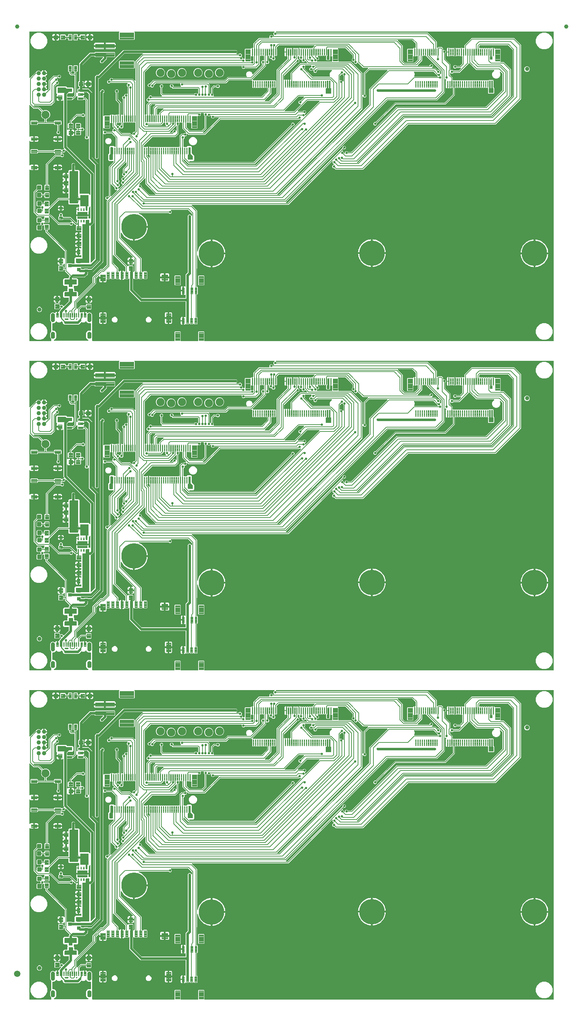
<source format=gtl>
G04 EAGLE Gerber RS-274X export*
G75*
%MOMM*%
%FSLAX34Y34*%
%LPD*%
%INTop Copper*%
%IPPOS*%
%AMOC8*
5,1,8,0,0,1.08239X$1,22.5*%
G01*
%ADD10C,0.102000*%
%ADD11C,0.096000*%
%ADD12C,6.000000*%
%ADD13C,0.100000*%
%ADD14C,0.099000*%
%ADD15C,0.300000*%
%ADD16C,0.654000*%
%ADD17C,1.000000*%
%ADD18C,0.099059*%
%ADD19C,1.879600*%
%ADD20C,0.101600*%
%ADD21C,0.100800*%
%ADD22C,0.104000*%
%ADD23C,0.105000*%
%ADD24C,0.098000*%
%ADD25C,1.500000*%
%ADD26C,0.558800*%
%ADD27C,0.203200*%
%ADD28C,0.558800*%
%ADD29C,0.604000*%
%ADD30C,0.254000*%
%ADD31C,0.635000*%

G36*
X344772Y2803D02*
X344772Y2803D01*
X344830Y2801D01*
X344912Y2823D01*
X344996Y2835D01*
X345049Y2858D01*
X345105Y2873D01*
X345178Y2916D01*
X345255Y2951D01*
X345300Y2989D01*
X345350Y3018D01*
X345408Y3080D01*
X345472Y3134D01*
X345504Y3183D01*
X345544Y3226D01*
X345583Y3301D01*
X345630Y3371D01*
X345647Y3427D01*
X345674Y3479D01*
X345685Y3547D01*
X345715Y3642D01*
X345718Y3742D01*
X345729Y3810D01*
X345729Y24295D01*
X346755Y25321D01*
X359245Y25321D01*
X360271Y24295D01*
X360271Y3810D01*
X360279Y3752D01*
X360277Y3694D01*
X360299Y3612D01*
X360311Y3528D01*
X360334Y3475D01*
X360349Y3419D01*
X360392Y3346D01*
X360427Y3269D01*
X360465Y3224D01*
X360494Y3174D01*
X360556Y3116D01*
X360610Y3052D01*
X360659Y3020D01*
X360702Y2980D01*
X360777Y2941D01*
X360847Y2894D01*
X360903Y2877D01*
X360955Y2850D01*
X361023Y2839D01*
X361118Y2809D01*
X361218Y2806D01*
X361286Y2795D01*
X400714Y2795D01*
X400772Y2803D01*
X400830Y2801D01*
X400912Y2823D01*
X400996Y2835D01*
X401049Y2858D01*
X401105Y2873D01*
X401178Y2916D01*
X401255Y2951D01*
X401300Y2989D01*
X401350Y3018D01*
X401408Y3080D01*
X401472Y3134D01*
X401504Y3183D01*
X401544Y3226D01*
X401583Y3301D01*
X401630Y3371D01*
X401647Y3427D01*
X401674Y3479D01*
X401685Y3547D01*
X401715Y3642D01*
X401718Y3742D01*
X401729Y3810D01*
X401729Y24295D01*
X402755Y25321D01*
X415245Y25321D01*
X416271Y24295D01*
X416271Y3810D01*
X416279Y3752D01*
X416277Y3694D01*
X416299Y3612D01*
X416311Y3528D01*
X416334Y3475D01*
X416349Y3419D01*
X416392Y3346D01*
X416427Y3269D01*
X416465Y3224D01*
X416494Y3174D01*
X416556Y3116D01*
X416610Y3052D01*
X416659Y3020D01*
X416702Y2980D01*
X416777Y2941D01*
X416847Y2894D01*
X416903Y2877D01*
X416955Y2850D01*
X417023Y2839D01*
X417118Y2809D01*
X417218Y2806D01*
X417286Y2795D01*
X1240790Y2795D01*
X1240848Y2803D01*
X1240906Y2801D01*
X1240988Y2823D01*
X1241072Y2835D01*
X1241125Y2858D01*
X1241181Y2873D01*
X1241254Y2916D01*
X1241331Y2951D01*
X1241376Y2989D01*
X1241426Y3018D01*
X1241484Y3080D01*
X1241548Y3134D01*
X1241580Y3183D01*
X1241620Y3226D01*
X1241659Y3301D01*
X1241706Y3371D01*
X1241723Y3427D01*
X1241750Y3479D01*
X1241761Y3547D01*
X1241791Y3642D01*
X1241794Y3742D01*
X1241805Y3810D01*
X1241805Y732790D01*
X1241798Y732843D01*
X1241799Y732876D01*
X1241798Y732879D01*
X1241799Y732906D01*
X1241777Y732988D01*
X1241765Y733072D01*
X1241742Y733125D01*
X1241727Y733181D01*
X1241684Y733254D01*
X1241649Y733331D01*
X1241611Y733376D01*
X1241582Y733426D01*
X1241520Y733484D01*
X1241466Y733548D01*
X1241417Y733580D01*
X1241374Y733620D01*
X1241299Y733659D01*
X1241229Y733706D01*
X1241173Y733723D01*
X1241121Y733750D01*
X1241053Y733761D01*
X1240958Y733791D01*
X1240858Y733794D01*
X1240790Y733805D01*
X586304Y733805D01*
X586275Y733801D01*
X586246Y733804D01*
X586135Y733781D01*
X586023Y733765D01*
X585996Y733753D01*
X585967Y733748D01*
X585866Y733695D01*
X585763Y733649D01*
X585741Y733630D01*
X585715Y733617D01*
X585633Y733539D01*
X585546Y733466D01*
X585530Y733441D01*
X585509Y733421D01*
X585451Y733323D01*
X585389Y733229D01*
X585380Y733201D01*
X585365Y733176D01*
X585337Y733066D01*
X585303Y732958D01*
X585302Y732928D01*
X585295Y732900D01*
X585298Y732787D01*
X585296Y732674D01*
X585303Y732645D01*
X585304Y732616D01*
X585339Y732508D01*
X585367Y732399D01*
X585382Y732373D01*
X585391Y732345D01*
X585437Y732281D01*
X585513Y732154D01*
X585541Y732128D01*
X585543Y732124D01*
X585562Y732106D01*
X585586Y732072D01*
X586348Y731310D01*
X586418Y731257D01*
X586482Y731198D01*
X586531Y731172D01*
X586576Y731139D01*
X586657Y731108D01*
X586735Y731068D01*
X586783Y731060D01*
X586841Y731038D01*
X586989Y731026D01*
X587066Y731013D01*
X944303Y731013D01*
X945940Y729376D01*
X963990Y711326D01*
X965627Y709689D01*
X965627Y696484D01*
X965631Y696455D01*
X965628Y696425D01*
X965651Y696314D01*
X965667Y696202D01*
X965679Y696175D01*
X965684Y696147D01*
X965737Y696046D01*
X965783Y695943D01*
X965802Y695920D01*
X965815Y695894D01*
X965893Y695812D01*
X965966Y695726D01*
X965991Y695710D01*
X966011Y695688D01*
X966109Y695631D01*
X966203Y695568D01*
X966231Y695559D01*
X966256Y695545D01*
X966366Y695517D01*
X966474Y695482D01*
X966504Y695482D01*
X966532Y695474D01*
X966645Y695478D01*
X966758Y695475D01*
X966787Y695483D01*
X966816Y695483D01*
X966924Y695518D01*
X967033Y695547D01*
X967059Y695562D01*
X967087Y695571D01*
X967151Y695617D01*
X967278Y695692D01*
X967321Y695738D01*
X967360Y695766D01*
X968571Y696977D01*
X977069Y696977D01*
X980187Y693859D01*
X980187Y690880D01*
X980195Y690822D01*
X980193Y690764D01*
X980215Y690682D01*
X980227Y690598D01*
X980250Y690545D01*
X980265Y690489D01*
X980308Y690416D01*
X980343Y690339D01*
X980381Y690294D01*
X980410Y690244D01*
X980472Y690186D01*
X980526Y690122D01*
X980575Y690090D01*
X980618Y690050D01*
X980693Y690011D01*
X980763Y689964D01*
X980819Y689947D01*
X980871Y689920D01*
X980939Y689909D01*
X981034Y689879D01*
X981134Y689876D01*
X981202Y689865D01*
X984664Y689865D01*
X987045Y687484D01*
X987045Y684116D01*
X985564Y682636D01*
X985512Y682566D01*
X985452Y682502D01*
X985426Y682453D01*
X985393Y682408D01*
X985362Y682327D01*
X985322Y682249D01*
X985314Y682201D01*
X985292Y682143D01*
X985280Y681995D01*
X985267Y681918D01*
X985267Y669388D01*
X985279Y669301D01*
X985282Y669214D01*
X985299Y669161D01*
X985307Y669106D01*
X985342Y669026D01*
X985369Y668943D01*
X985397Y668904D01*
X985423Y668847D01*
X985519Y668734D01*
X985564Y668670D01*
X997967Y656267D01*
X997967Y643454D01*
X997971Y643425D01*
X997968Y643396D01*
X997991Y643285D01*
X998007Y643173D01*
X998019Y643146D01*
X998024Y643117D01*
X998077Y643016D01*
X998123Y642913D01*
X998142Y642891D01*
X998155Y642865D01*
X998233Y642782D01*
X998306Y642696D01*
X998331Y642680D01*
X998351Y642659D01*
X998449Y642601D01*
X998543Y642539D01*
X998571Y642530D01*
X998596Y642515D01*
X998706Y642487D01*
X998814Y642453D01*
X998843Y642452D01*
X998872Y642445D01*
X998985Y642448D01*
X999098Y642446D01*
X999127Y642453D01*
X999156Y642454D01*
X999264Y642489D01*
X999373Y642517D01*
X999399Y642532D01*
X999427Y642541D01*
X999491Y642587D01*
X999547Y642621D01*
X1002952Y642621D01*
X1004432Y641140D01*
X1004502Y641088D01*
X1004566Y641028D01*
X1004615Y641002D01*
X1004659Y640969D01*
X1004741Y640938D01*
X1004819Y640898D01*
X1004867Y640890D01*
X1004925Y640868D01*
X1005073Y640856D01*
X1005150Y640843D01*
X1016398Y640843D01*
X1016485Y640855D01*
X1016572Y640858D01*
X1016625Y640875D01*
X1016680Y640883D01*
X1016760Y640918D01*
X1016843Y640945D01*
X1016882Y640973D01*
X1016939Y640999D01*
X1017052Y641095D01*
X1017116Y641140D01*
X1022196Y646220D01*
X1022214Y646244D01*
X1022236Y646263D01*
X1022299Y646357D01*
X1022367Y646447D01*
X1022378Y646475D01*
X1022394Y646499D01*
X1022428Y646607D01*
X1022468Y646713D01*
X1022471Y646742D01*
X1022480Y646770D01*
X1022483Y646884D01*
X1022492Y646996D01*
X1022486Y647025D01*
X1022487Y647054D01*
X1022458Y647164D01*
X1022436Y647275D01*
X1022422Y647301D01*
X1022415Y647329D01*
X1022357Y647427D01*
X1022305Y647527D01*
X1022285Y647549D01*
X1022270Y647574D01*
X1022187Y647651D01*
X1022109Y647733D01*
X1022084Y647748D01*
X1022063Y647768D01*
X1021962Y647820D01*
X1021864Y647877D01*
X1021836Y647884D01*
X1021809Y647898D01*
X1021732Y647911D01*
X1021588Y647947D01*
X1021526Y647945D01*
X1021478Y647953D01*
X1012262Y647953D01*
X1012176Y647941D01*
X1012088Y647938D01*
X1012036Y647921D01*
X1011981Y647913D01*
X1011901Y647878D01*
X1011818Y647851D01*
X1011778Y647823D01*
X1011721Y647797D01*
X1011608Y647701D01*
X1011544Y647656D01*
X1010064Y646175D01*
X1006696Y646175D01*
X1004315Y648556D01*
X1004315Y651924D01*
X1006696Y654305D01*
X1010064Y654305D01*
X1011544Y652824D01*
X1011614Y652772D01*
X1011678Y652712D01*
X1011727Y652686D01*
X1011772Y652653D01*
X1011853Y652622D01*
X1011931Y652582D01*
X1011979Y652574D01*
X1012037Y652552D01*
X1012185Y652540D01*
X1012262Y652527D01*
X1020220Y652527D01*
X1020307Y652539D01*
X1020394Y652542D01*
X1020447Y652559D01*
X1020502Y652567D01*
X1020582Y652602D01*
X1020665Y652629D01*
X1020704Y652657D01*
X1020761Y652683D01*
X1020874Y652779D01*
X1020938Y652824D01*
X1025756Y657642D01*
X1025808Y657712D01*
X1025868Y657776D01*
X1025894Y657825D01*
X1025927Y657869D01*
X1025958Y657951D01*
X1025998Y658029D01*
X1026006Y658076D01*
X1026028Y658135D01*
X1026040Y658282D01*
X1026053Y658360D01*
X1026053Y673950D01*
X1026046Y673999D01*
X1026049Y674048D01*
X1026027Y674139D01*
X1026013Y674232D01*
X1025994Y674276D01*
X1025982Y674324D01*
X1025936Y674406D01*
X1025897Y674491D01*
X1025866Y674528D01*
X1025841Y674571D01*
X1025774Y674637D01*
X1025714Y674708D01*
X1025673Y674735D01*
X1025638Y674769D01*
X1025555Y674814D01*
X1025477Y674866D01*
X1025430Y674881D01*
X1025387Y674904D01*
X1025295Y674923D01*
X1025206Y674952D01*
X1025157Y674953D01*
X1025109Y674963D01*
X1025035Y674956D01*
X1024922Y674959D01*
X1024838Y674937D01*
X1024775Y674931D01*
X1024731Y674919D01*
X1024355Y674919D01*
X1024355Y685210D01*
X1024355Y695501D01*
X1024732Y695501D01*
X1025508Y695293D01*
X1026203Y694891D01*
X1026566Y694528D01*
X1026636Y694476D01*
X1026700Y694416D01*
X1026749Y694390D01*
X1026794Y694357D01*
X1026875Y694326D01*
X1026953Y694286D01*
X1027001Y694278D01*
X1027059Y694256D01*
X1027207Y694244D01*
X1027284Y694231D01*
X1030038Y694231D01*
X1030096Y694239D01*
X1030154Y694237D01*
X1030236Y694259D01*
X1030320Y694271D01*
X1030373Y694294D01*
X1030429Y694309D01*
X1030502Y694352D01*
X1030579Y694387D01*
X1030624Y694425D01*
X1030674Y694454D01*
X1030732Y694516D01*
X1030796Y694570D01*
X1030828Y694619D01*
X1030868Y694662D01*
X1030907Y694737D01*
X1030954Y694807D01*
X1030971Y694863D01*
X1030998Y694915D01*
X1031009Y694983D01*
X1031039Y695078D01*
X1031042Y695178D01*
X1031053Y695246D01*
X1031053Y701547D01*
X1047565Y718059D01*
X1148497Y718059D01*
X1164591Y701965D01*
X1164591Y574385D01*
X1104809Y514603D01*
X898691Y514603D01*
X898605Y514591D01*
X898517Y514588D01*
X898465Y514571D01*
X898410Y514563D01*
X898330Y514528D01*
X898247Y514501D01*
X898207Y514473D01*
X898150Y514447D01*
X898037Y514351D01*
X897973Y514306D01*
X791337Y407669D01*
X726509Y407669D01*
X723504Y410674D01*
X723434Y410726D01*
X723370Y410786D01*
X723321Y410812D01*
X723277Y410845D01*
X723195Y410876D01*
X723117Y410916D01*
X723070Y410924D01*
X723011Y410946D01*
X722864Y410958D01*
X722786Y410971D01*
X720692Y410971D01*
X718311Y413352D01*
X718311Y416720D01*
X720692Y419101D01*
X721288Y419101D01*
X721317Y419105D01*
X721346Y419102D01*
X721457Y419125D01*
X721569Y419141D01*
X721596Y419153D01*
X721625Y419158D01*
X721725Y419211D01*
X721829Y419257D01*
X721851Y419276D01*
X721877Y419289D01*
X721959Y419367D01*
X722046Y419440D01*
X722062Y419465D01*
X722083Y419485D01*
X722141Y419583D01*
X722203Y419677D01*
X722212Y419705D01*
X722227Y419730D01*
X722255Y419840D01*
X722289Y419948D01*
X722290Y419978D01*
X722297Y420006D01*
X722294Y420119D01*
X722296Y420232D01*
X722289Y420261D01*
X722288Y420290D01*
X722253Y420398D01*
X722225Y420507D01*
X722210Y420533D01*
X722201Y420561D01*
X722155Y420624D01*
X722079Y420752D01*
X722034Y420795D01*
X722006Y420834D01*
X719581Y423258D01*
X719581Y426622D01*
X719577Y426651D01*
X719580Y426681D01*
X719557Y426792D01*
X719541Y426904D01*
X719529Y426931D01*
X719524Y426959D01*
X719472Y427060D01*
X719425Y427163D01*
X719406Y427186D01*
X719393Y427212D01*
X719315Y427294D01*
X719242Y427380D01*
X719217Y427396D01*
X719197Y427418D01*
X719099Y427475D01*
X719005Y427538D01*
X718977Y427547D01*
X718952Y427561D01*
X718842Y427589D01*
X718734Y427624D01*
X718704Y427624D01*
X718676Y427632D01*
X718563Y427628D01*
X718450Y427631D01*
X718421Y427623D01*
X718392Y427623D01*
X718284Y427588D01*
X718175Y427559D01*
X718149Y427544D01*
X718121Y427535D01*
X718058Y427490D01*
X717930Y427414D01*
X717887Y427368D01*
X717848Y427340D01*
X615119Y324611D01*
X387702Y324611D01*
X387673Y324607D01*
X387643Y324610D01*
X387532Y324587D01*
X387420Y324571D01*
X387393Y324559D01*
X387365Y324554D01*
X387264Y324501D01*
X387161Y324455D01*
X387138Y324436D01*
X387112Y324423D01*
X387030Y324345D01*
X386944Y324272D01*
X386928Y324247D01*
X386906Y324227D01*
X386849Y324129D01*
X386786Y324035D01*
X386777Y324007D01*
X386763Y323982D01*
X386735Y323872D01*
X386700Y323764D01*
X386700Y323734D01*
X386692Y323706D01*
X386696Y323593D01*
X386693Y323480D01*
X386701Y323451D01*
X386701Y323422D01*
X386736Y323314D01*
X386765Y323205D01*
X386780Y323179D01*
X386789Y323151D01*
X386835Y323087D01*
X386910Y322960D01*
X386956Y322917D01*
X386984Y322878D01*
X388156Y321706D01*
X397398Y312464D01*
X399035Y310827D01*
X399035Y215150D01*
X399041Y215107D01*
X399038Y215064D01*
X399061Y214967D01*
X399075Y214868D01*
X399092Y214829D01*
X399102Y214787D01*
X399150Y214700D01*
X399191Y214609D01*
X399219Y214576D01*
X399240Y214538D01*
X399310Y214468D01*
X399374Y214392D01*
X399410Y214368D01*
X399441Y214338D01*
X399528Y214290D01*
X399611Y214234D01*
X399652Y214221D01*
X399690Y214201D01*
X399787Y214179D01*
X399882Y214149D01*
X399925Y214148D01*
X399967Y214138D01*
X400067Y214144D01*
X400166Y214141D01*
X400208Y214152D01*
X400251Y214155D01*
X400345Y214188D01*
X400441Y214213D01*
X400478Y214235D01*
X400519Y214250D01*
X400600Y214308D01*
X400686Y214358D01*
X400715Y214390D01*
X400750Y214415D01*
X400812Y214493D01*
X400880Y214566D01*
X400900Y214604D01*
X400927Y214638D01*
X400954Y214709D01*
X401010Y214819D01*
X401021Y214887D01*
X401046Y214952D01*
X401596Y217720D01*
X402524Y220780D01*
X403748Y223734D01*
X405255Y226554D01*
X407031Y229212D01*
X409060Y231684D01*
X411320Y233944D01*
X413792Y235973D01*
X416450Y237749D01*
X419270Y239256D01*
X422224Y240480D01*
X425284Y241408D01*
X428419Y242031D01*
X431169Y242302D01*
X431169Y210820D01*
X431177Y210762D01*
X431175Y210704D01*
X431197Y210622D01*
X431209Y210539D01*
X431233Y210485D01*
X431247Y210429D01*
X431290Y210356D01*
X431325Y210279D01*
X431363Y210235D01*
X431393Y210184D01*
X431454Y210127D01*
X431509Y210062D01*
X431557Y210030D01*
X431600Y209990D01*
X431675Y209951D01*
X431745Y209905D01*
X431801Y209887D01*
X431853Y209860D01*
X431921Y209849D01*
X432016Y209819D01*
X432116Y209816D01*
X432184Y209805D01*
X433201Y209805D01*
X433201Y209803D01*
X432184Y209803D01*
X432126Y209795D01*
X432068Y209796D01*
X431986Y209775D01*
X431903Y209763D01*
X431849Y209739D01*
X431793Y209725D01*
X431720Y209682D01*
X431643Y209647D01*
X431598Y209609D01*
X431548Y209579D01*
X431490Y209518D01*
X431426Y209463D01*
X431394Y209415D01*
X431354Y209372D01*
X431315Y209297D01*
X431269Y209227D01*
X431251Y209171D01*
X431224Y209119D01*
X431213Y209051D01*
X431183Y208956D01*
X431180Y208856D01*
X431169Y208788D01*
X431169Y177306D01*
X428419Y177577D01*
X425284Y178200D01*
X422224Y179128D01*
X419270Y180352D01*
X416450Y181859D01*
X413792Y183635D01*
X411320Y185664D01*
X409060Y187924D01*
X407031Y190396D01*
X405255Y193054D01*
X403748Y195874D01*
X402524Y198828D01*
X401596Y201888D01*
X401046Y204656D01*
X401031Y204697D01*
X401025Y204740D01*
X400985Y204831D01*
X400952Y204925D01*
X400927Y204960D01*
X400909Y204999D01*
X400845Y205075D01*
X400787Y205156D01*
X400753Y205183D01*
X400725Y205216D01*
X400643Y205271D01*
X400565Y205333D01*
X400525Y205350D01*
X400489Y205374D01*
X400394Y205404D01*
X400302Y205442D01*
X400259Y205446D01*
X400218Y205459D01*
X400118Y205462D01*
X400019Y205473D01*
X399977Y205466D01*
X399934Y205467D01*
X399837Y205442D01*
X399739Y205425D01*
X399700Y205406D01*
X399659Y205395D01*
X399573Y205344D01*
X399483Y205301D01*
X399451Y205272D01*
X399414Y205250D01*
X399346Y205177D01*
X399272Y205110D01*
X399249Y205074D01*
X399220Y205042D01*
X399174Y204954D01*
X399122Y204869D01*
X399110Y204828D01*
X399090Y204789D01*
X399078Y204714D01*
X399044Y204596D01*
X399046Y204526D01*
X399035Y204458D01*
X399035Y173805D01*
X398804Y173574D01*
X398752Y173504D01*
X398692Y173440D01*
X398666Y173391D01*
X398633Y173347D01*
X398602Y173265D01*
X398562Y173187D01*
X398554Y173140D01*
X398532Y173081D01*
X398520Y172934D01*
X398507Y172856D01*
X398507Y132086D01*
X398515Y132028D01*
X398513Y131970D01*
X398535Y131888D01*
X398547Y131804D01*
X398570Y131751D01*
X398585Y131695D01*
X398628Y131622D01*
X398663Y131545D01*
X398701Y131500D01*
X398730Y131450D01*
X398792Y131392D01*
X398846Y131328D01*
X398895Y131296D01*
X398938Y131256D01*
X399013Y131217D01*
X399083Y131170D01*
X399139Y131153D01*
X399191Y131126D01*
X399259Y131115D01*
X399354Y131085D01*
X399436Y131083D01*
X400491Y130028D01*
X400491Y114072D01*
X399440Y113022D01*
X399406Y113023D01*
X399324Y113001D01*
X399240Y112989D01*
X399187Y112966D01*
X399131Y112951D01*
X399058Y112908D01*
X398981Y112873D01*
X398936Y112835D01*
X398886Y112806D01*
X398828Y112744D01*
X398764Y112690D01*
X398732Y112641D01*
X398692Y112598D01*
X398653Y112523D01*
X398606Y112453D01*
X398589Y112397D01*
X398562Y112345D01*
X398551Y112277D01*
X398521Y112182D01*
X398518Y112082D01*
X398507Y112014D01*
X398507Y59836D01*
X398515Y59778D01*
X398513Y59720D01*
X398535Y59638D01*
X398547Y59554D01*
X398570Y59501D01*
X398585Y59445D01*
X398628Y59372D01*
X398663Y59295D01*
X398701Y59250D01*
X398730Y59200D01*
X398792Y59142D01*
X398846Y59078D01*
X398895Y59046D01*
X398938Y59006D01*
X399013Y58967D01*
X399083Y58920D01*
X399139Y58903D01*
X399152Y58896D01*
X400271Y57778D01*
X400271Y43822D01*
X399228Y42779D01*
X392772Y42779D01*
X391718Y43834D01*
X391671Y43869D01*
X391631Y43911D01*
X391558Y43954D01*
X391491Y44005D01*
X391436Y44026D01*
X391386Y44055D01*
X391304Y44076D01*
X391225Y44106D01*
X391167Y44111D01*
X391110Y44125D01*
X391026Y44122D01*
X390942Y44129D01*
X390884Y44118D01*
X390826Y44116D01*
X390746Y44090D01*
X390663Y44074D01*
X390611Y44047D01*
X390555Y44029D01*
X390499Y43988D01*
X390411Y43943D01*
X390338Y43874D01*
X390282Y43834D01*
X389228Y42779D01*
X382772Y42779D01*
X381718Y43834D01*
X381671Y43869D01*
X381631Y43911D01*
X381558Y43954D01*
X381491Y44005D01*
X381436Y44026D01*
X381386Y44055D01*
X381304Y44076D01*
X381225Y44106D01*
X381167Y44111D01*
X381110Y44125D01*
X381026Y44122D01*
X380942Y44129D01*
X380884Y44118D01*
X380826Y44116D01*
X380746Y44090D01*
X380663Y44074D01*
X380611Y44047D01*
X380555Y44029D01*
X380499Y43988D01*
X380411Y43943D01*
X380338Y43874D01*
X380282Y43834D01*
X379228Y42779D01*
X372772Y42779D01*
X372575Y42977D01*
X372536Y43007D01*
X372503Y43043D01*
X372422Y43092D01*
X372347Y43148D01*
X372302Y43165D01*
X372260Y43191D01*
X372169Y43216D01*
X372082Y43249D01*
X372033Y43253D01*
X371986Y43266D01*
X371892Y43265D01*
X371798Y43273D01*
X371750Y43263D01*
X371702Y43263D01*
X371612Y43235D01*
X371520Y43217D01*
X371476Y43194D01*
X371430Y43180D01*
X371351Y43129D01*
X371267Y43086D01*
X371232Y43052D01*
X371191Y43026D01*
X371144Y42968D01*
X371061Y42890D01*
X371017Y42815D01*
X370977Y42767D01*
X370931Y42687D01*
X370363Y42119D01*
X369668Y41717D01*
X368892Y41509D01*
X367499Y41509D01*
X367499Y50316D01*
X367491Y50374D01*
X367493Y50432D01*
X367471Y50514D01*
X367459Y50597D01*
X367436Y50651D01*
X367421Y50707D01*
X367378Y50780D01*
X367369Y50799D01*
X367400Y50845D01*
X367417Y50901D01*
X367444Y50953D01*
X367455Y51021D01*
X367485Y51116D01*
X367488Y51216D01*
X367499Y51284D01*
X367499Y60091D01*
X368892Y60091D01*
X369668Y59883D01*
X370412Y59453D01*
X370449Y59438D01*
X370481Y59417D01*
X370580Y59385D01*
X370676Y59347D01*
X370715Y59343D01*
X370752Y59331D01*
X370856Y59328D01*
X370959Y59318D01*
X370997Y59324D01*
X371036Y59323D01*
X371137Y59350D01*
X371239Y59368D01*
X371274Y59385D01*
X371311Y59395D01*
X371400Y59448D01*
X371493Y59494D01*
X371522Y59521D01*
X371556Y59541D01*
X371627Y59616D01*
X371703Y59686D01*
X371724Y59719D01*
X371750Y59748D01*
X371798Y59840D01*
X371852Y59928D01*
X371862Y59966D01*
X371880Y60001D01*
X371893Y60078D01*
X371927Y60203D01*
X371926Y60277D01*
X371935Y60332D01*
X371935Y95250D01*
X371929Y95298D01*
X371929Y95299D01*
X371928Y95301D01*
X371927Y95308D01*
X371929Y95366D01*
X371907Y95448D01*
X371895Y95532D01*
X371872Y95585D01*
X371857Y95641D01*
X371814Y95714D01*
X371779Y95791D01*
X371741Y95836D01*
X371712Y95886D01*
X371650Y95944D01*
X371596Y96008D01*
X371547Y96040D01*
X371504Y96080D01*
X371429Y96119D01*
X371359Y96166D01*
X371303Y96183D01*
X371251Y96210D01*
X371183Y96221D01*
X371088Y96251D01*
X370988Y96254D01*
X370920Y96265D01*
X265016Y96265D01*
X239435Y121846D01*
X239435Y148995D01*
X239427Y149052D01*
X239429Y149107D01*
X239421Y149135D01*
X239420Y149169D01*
X239403Y149221D01*
X239395Y149276D01*
X239369Y149335D01*
X239357Y149382D01*
X239345Y149403D01*
X239333Y149439D01*
X239305Y149478D01*
X239279Y149536D01*
X239234Y149589D01*
X239212Y149627D01*
X239174Y149661D01*
X239138Y149713D01*
X238718Y150133D01*
X238671Y150168D01*
X238631Y150210D01*
X238558Y150253D01*
X238491Y150303D01*
X238436Y150324D01*
X238386Y150354D01*
X238304Y150375D01*
X238225Y150405D01*
X238167Y150410D01*
X238110Y150424D01*
X238026Y150421D01*
X237942Y150428D01*
X237884Y150417D01*
X237826Y150415D01*
X237746Y150389D01*
X237663Y150372D01*
X237611Y150345D01*
X237555Y150327D01*
X237499Y150287D01*
X237411Y150241D01*
X237338Y150173D01*
X237282Y150133D01*
X236219Y149069D01*
X228781Y149069D01*
X228574Y149277D01*
X228535Y149306D01*
X228502Y149342D01*
X228422Y149391D01*
X228347Y149448D01*
X228301Y149465D01*
X228259Y149490D01*
X228169Y149515D01*
X228081Y149549D01*
X228032Y149553D01*
X227985Y149566D01*
X227891Y149565D01*
X227798Y149572D01*
X227750Y149563D01*
X227701Y149562D01*
X227611Y149535D01*
X227519Y149517D01*
X227476Y149494D01*
X227429Y149480D01*
X227350Y149429D01*
X227267Y149386D01*
X227231Y149352D01*
X227190Y149325D01*
X227143Y149268D01*
X227060Y149190D01*
X227017Y149115D01*
X226977Y149066D01*
X226928Y148982D01*
X226357Y148412D01*
X225658Y148008D01*
X224879Y147799D01*
X223249Y147799D01*
X223249Y157606D01*
X223241Y157664D01*
X223243Y157722D01*
X223221Y157804D01*
X223209Y157887D01*
X223186Y157941D01*
X223171Y157997D01*
X223128Y158070D01*
X223093Y158147D01*
X223055Y158191D01*
X223026Y158242D01*
X222964Y158299D01*
X222927Y158343D01*
X222928Y158344D01*
X222992Y158399D01*
X223024Y158447D01*
X223064Y158490D01*
X223103Y158565D01*
X223150Y158635D01*
X223167Y158691D01*
X223194Y158743D01*
X223205Y158811D01*
X223235Y158906D01*
X223238Y159006D01*
X223249Y159074D01*
X223249Y168881D01*
X224879Y168881D01*
X225658Y168672D01*
X226357Y168268D01*
X226928Y167698D01*
X226977Y167614D01*
X227007Y167575D01*
X227029Y167532D01*
X227094Y167464D01*
X227152Y167390D01*
X227191Y167361D01*
X227225Y167326D01*
X227306Y167278D01*
X227382Y167223D01*
X227428Y167207D01*
X227470Y167182D01*
X227561Y167159D01*
X227650Y167127D01*
X227699Y167124D01*
X227746Y167112D01*
X227840Y167115D01*
X227934Y167109D01*
X227981Y167119D01*
X228030Y167121D01*
X228119Y167150D01*
X228211Y167170D01*
X228254Y167193D01*
X228300Y167208D01*
X228361Y167251D01*
X228461Y167306D01*
X228523Y167367D01*
X228574Y167403D01*
X228781Y167611D01*
X229198Y167611D01*
X229256Y167619D01*
X229314Y167617D01*
X229396Y167639D01*
X229480Y167651D01*
X229533Y167674D01*
X229589Y167689D01*
X229662Y167732D01*
X229739Y167767D01*
X229784Y167805D01*
X229834Y167834D01*
X229892Y167896D01*
X229956Y167950D01*
X229988Y167999D01*
X230028Y168042D01*
X230067Y168117D01*
X230114Y168187D01*
X230131Y168243D01*
X230158Y168295D01*
X230169Y168363D01*
X230199Y168458D01*
X230202Y168558D01*
X230213Y168626D01*
X230213Y177612D01*
X230201Y177699D01*
X230198Y177786D01*
X230181Y177839D01*
X230173Y177894D01*
X230138Y177974D01*
X230111Y178057D01*
X230083Y178096D01*
X230057Y178153D01*
X229961Y178266D01*
X229916Y178330D01*
X203820Y204426D01*
X202328Y205918D01*
X202304Y205936D01*
X202285Y205958D01*
X202191Y206021D01*
X202101Y206089D01*
X202073Y206100D01*
X202049Y206116D01*
X201941Y206150D01*
X201835Y206190D01*
X201806Y206193D01*
X201778Y206202D01*
X201664Y206205D01*
X201552Y206214D01*
X201523Y206208D01*
X201494Y206209D01*
X201384Y206180D01*
X201273Y206158D01*
X201247Y206144D01*
X201219Y206137D01*
X201121Y206079D01*
X201021Y206027D01*
X200999Y206007D01*
X200974Y205992D01*
X200897Y205909D01*
X200815Y205831D01*
X200800Y205806D01*
X200780Y205785D01*
X200728Y205684D01*
X200671Y205586D01*
X200664Y205558D01*
X200650Y205531D01*
X200637Y205454D01*
X200601Y205310D01*
X200603Y205248D01*
X200595Y205200D01*
X200595Y187804D01*
X200607Y187717D01*
X200610Y187630D01*
X200627Y187577D01*
X200635Y187522D01*
X200670Y187442D01*
X200697Y187359D01*
X200725Y187320D01*
X200751Y187263D01*
X200847Y187150D01*
X200892Y187086D01*
X212787Y175191D01*
X212787Y168626D01*
X212795Y168568D01*
X212793Y168510D01*
X212815Y168428D01*
X212827Y168344D01*
X212850Y168291D01*
X212865Y168235D01*
X212908Y168162D01*
X212943Y168085D01*
X212981Y168040D01*
X213010Y167990D01*
X213072Y167932D01*
X213126Y167868D01*
X213175Y167836D01*
X213218Y167796D01*
X213293Y167757D01*
X213363Y167710D01*
X213419Y167693D01*
X213471Y167666D01*
X213539Y167655D01*
X213634Y167625D01*
X213734Y167622D01*
X213802Y167611D01*
X214219Y167611D01*
X214426Y167403D01*
X214465Y167374D01*
X214498Y167338D01*
X214578Y167289D01*
X214653Y167232D01*
X214699Y167215D01*
X214741Y167190D01*
X214831Y167165D01*
X214919Y167131D01*
X214968Y167127D01*
X215015Y167114D01*
X215109Y167115D01*
X215202Y167108D01*
X215250Y167117D01*
X215299Y167118D01*
X215389Y167145D01*
X215481Y167163D01*
X215524Y167186D01*
X215571Y167200D01*
X215650Y167251D01*
X215733Y167294D01*
X215769Y167328D01*
X215810Y167355D01*
X215857Y167412D01*
X215940Y167490D01*
X215983Y167565D01*
X216023Y167614D01*
X216072Y167698D01*
X216643Y168268D01*
X217342Y168672D01*
X218121Y168881D01*
X219751Y168881D01*
X219751Y159074D01*
X219759Y159016D01*
X219757Y158958D01*
X219779Y158876D01*
X219791Y158793D01*
X219814Y158739D01*
X219829Y158683D01*
X219872Y158610D01*
X219907Y158533D01*
X219945Y158489D01*
X219974Y158438D01*
X220036Y158381D01*
X220073Y158337D01*
X220072Y158336D01*
X220008Y158281D01*
X219976Y158233D01*
X219936Y158190D01*
X219897Y158115D01*
X219850Y158045D01*
X219833Y157989D01*
X219806Y157937D01*
X219795Y157869D01*
X219765Y157774D01*
X219762Y157674D01*
X219751Y157606D01*
X219751Y147799D01*
X218121Y147799D01*
X217342Y148008D01*
X216643Y148412D01*
X216072Y148982D01*
X216023Y149066D01*
X215993Y149105D01*
X215971Y149148D01*
X215906Y149216D01*
X215848Y149290D01*
X215809Y149319D01*
X215775Y149354D01*
X215694Y149402D01*
X215618Y149457D01*
X215572Y149473D01*
X215530Y149498D01*
X215439Y149521D01*
X215350Y149553D01*
X215302Y149556D01*
X215254Y149568D01*
X215160Y149565D01*
X215067Y149571D01*
X215019Y149561D01*
X214970Y149559D01*
X214881Y149530D01*
X214789Y149510D01*
X214746Y149487D01*
X214700Y149472D01*
X214639Y149429D01*
X214539Y149374D01*
X214477Y149313D01*
X214426Y149277D01*
X214219Y149069D01*
X206781Y149069D01*
X205718Y150133D01*
X205671Y150168D01*
X205631Y150210D01*
X205558Y150253D01*
X205491Y150303D01*
X205436Y150324D01*
X205386Y150354D01*
X205304Y150375D01*
X205225Y150405D01*
X205167Y150410D01*
X205110Y150424D01*
X205026Y150421D01*
X204942Y150428D01*
X204884Y150417D01*
X204826Y150415D01*
X204746Y150389D01*
X204663Y150372D01*
X204611Y150345D01*
X204555Y150327D01*
X204499Y150287D01*
X204411Y150241D01*
X204338Y150173D01*
X204282Y150133D01*
X203219Y149069D01*
X195781Y149069D01*
X194718Y150133D01*
X194671Y150168D01*
X194631Y150210D01*
X194558Y150253D01*
X194491Y150303D01*
X194436Y150324D01*
X194386Y150354D01*
X194304Y150375D01*
X194225Y150405D01*
X194167Y150410D01*
X194110Y150424D01*
X194026Y150421D01*
X193942Y150428D01*
X193884Y150417D01*
X193826Y150415D01*
X193746Y150389D01*
X193663Y150372D01*
X193611Y150345D01*
X193555Y150327D01*
X193499Y150287D01*
X193411Y150241D01*
X193338Y150173D01*
X193282Y150133D01*
X192219Y149069D01*
X186056Y149069D01*
X185998Y149061D01*
X185940Y149063D01*
X185858Y149041D01*
X185774Y149029D01*
X185721Y149006D01*
X185665Y148991D01*
X185592Y148948D01*
X185515Y148913D01*
X185470Y148875D01*
X185420Y148846D01*
X185362Y148784D01*
X185298Y148730D01*
X185266Y148681D01*
X185226Y148638D01*
X185187Y148563D01*
X185140Y148493D01*
X185123Y148437D01*
X185096Y148385D01*
X185085Y148317D01*
X185055Y148222D01*
X185052Y148122D01*
X185041Y148054D01*
X185041Y144422D01*
X184835Y143654D01*
X184437Y142965D01*
X183875Y142403D01*
X183186Y142005D01*
X182418Y141799D01*
X178531Y141799D01*
X178531Y151324D01*
X178523Y151382D01*
X178524Y151440D01*
X178503Y151522D01*
X178491Y151605D01*
X178467Y151659D01*
X178453Y151715D01*
X178410Y151788D01*
X178375Y151865D01*
X178337Y151909D01*
X178307Y151960D01*
X178246Y152017D01*
X178191Y152082D01*
X178143Y152114D01*
X178100Y152154D01*
X178025Y152193D01*
X177955Y152239D01*
X177899Y152257D01*
X177847Y152284D01*
X177779Y152295D01*
X177684Y152325D01*
X177584Y152328D01*
X177516Y152339D01*
X176499Y152339D01*
X176499Y153356D01*
X176491Y153414D01*
X176492Y153472D01*
X176471Y153554D01*
X176459Y153637D01*
X176435Y153691D01*
X176421Y153747D01*
X176378Y153820D01*
X176343Y153897D01*
X176305Y153941D01*
X176275Y153992D01*
X176214Y154049D01*
X176159Y154114D01*
X176111Y154146D01*
X176068Y154186D01*
X175993Y154225D01*
X175923Y154271D01*
X175867Y154289D01*
X175815Y154316D01*
X175747Y154327D01*
X175652Y154357D01*
X175552Y154360D01*
X175484Y154371D01*
X167959Y154371D01*
X167959Y156335D01*
X167955Y156364D01*
X167958Y156393D01*
X167935Y156504D01*
X167919Y156616D01*
X167907Y156643D01*
X167902Y156672D01*
X167850Y156772D01*
X167803Y156875D01*
X167784Y156898D01*
X167771Y156924D01*
X167693Y157006D01*
X167620Y157092D01*
X167595Y157109D01*
X167575Y157130D01*
X167477Y157187D01*
X167383Y157250D01*
X167355Y157259D01*
X167330Y157274D01*
X167220Y157302D01*
X167112Y157336D01*
X167082Y157337D01*
X167054Y157344D01*
X166941Y157340D01*
X166828Y157343D01*
X166799Y157336D01*
X166770Y157335D01*
X166662Y157300D01*
X166553Y157271D01*
X166527Y157256D01*
X166499Y157247D01*
X166436Y157202D01*
X166308Y157126D01*
X166265Y157080D01*
X166226Y157052D01*
X161129Y151955D01*
X161077Y151886D01*
X161017Y151822D01*
X160991Y151772D01*
X160958Y151728D01*
X160927Y151646D01*
X160887Y151568D01*
X160879Y151521D01*
X160857Y151462D01*
X160845Y151315D01*
X160832Y151237D01*
X160832Y138958D01*
X159195Y137321D01*
X153148Y131274D01*
X153147Y131274D01*
X115360Y93486D01*
X115308Y93417D01*
X115248Y93353D01*
X115222Y93303D01*
X115189Y93259D01*
X115158Y93177D01*
X115118Y93100D01*
X115110Y93052D01*
X115088Y92994D01*
X115076Y92846D01*
X115063Y92768D01*
X115063Y80108D01*
X115067Y80079D01*
X115064Y80049D01*
X115087Y79938D01*
X115103Y79826D01*
X115115Y79799D01*
X115120Y79771D01*
X115172Y79670D01*
X115219Y79567D01*
X115238Y79544D01*
X115251Y79518D01*
X115329Y79436D01*
X115402Y79350D01*
X115427Y79333D01*
X115447Y79312D01*
X115545Y79255D01*
X115639Y79192D01*
X115667Y79183D01*
X115692Y79169D01*
X115802Y79141D01*
X115910Y79106D01*
X115940Y79106D01*
X115968Y79098D01*
X116081Y79102D01*
X116194Y79099D01*
X116223Y79107D01*
X116252Y79107D01*
X116360Y79142D01*
X116469Y79171D01*
X116495Y79186D01*
X116523Y79195D01*
X116586Y79240D01*
X116714Y79316D01*
X116757Y79362D01*
X116796Y79390D01*
X122520Y85114D01*
X124157Y86751D01*
X135970Y86751D01*
X136028Y86759D01*
X136086Y86757D01*
X136168Y86779D01*
X136252Y86791D01*
X136305Y86814D01*
X136361Y86829D01*
X136434Y86872D01*
X136511Y86907D01*
X136556Y86945D01*
X136606Y86974D01*
X136664Y87036D01*
X136728Y87090D01*
X136760Y87139D01*
X136800Y87182D01*
X136839Y87257D01*
X136886Y87327D01*
X136903Y87383D01*
X136930Y87435D01*
X136941Y87503D01*
X136971Y87598D01*
X136974Y87698D01*
X136985Y87766D01*
X136985Y90198D01*
X138022Y91235D01*
X148490Y91235D01*
X149527Y90198D01*
X149527Y78730D01*
X148490Y77693D01*
X138022Y77693D01*
X136985Y78730D01*
X136985Y81162D01*
X136977Y81220D01*
X136979Y81278D01*
X136957Y81360D01*
X136945Y81444D01*
X136922Y81497D01*
X136907Y81553D01*
X136864Y81626D01*
X136829Y81703D01*
X136791Y81748D01*
X136762Y81798D01*
X136700Y81856D01*
X136646Y81920D01*
X136597Y81952D01*
X136554Y81992D01*
X136479Y82031D01*
X136409Y82078D01*
X136353Y82095D01*
X136301Y82122D01*
X136233Y82133D01*
X136138Y82163D01*
X136038Y82166D01*
X135970Y82177D01*
X126472Y82177D01*
X126385Y82165D01*
X126298Y82162D01*
X126245Y82145D01*
X126190Y82137D01*
X126110Y82102D01*
X126027Y82075D01*
X125988Y82047D01*
X125931Y82021D01*
X125818Y81925D01*
X125754Y81880D01*
X121684Y77810D01*
X121632Y77740D01*
X121572Y77676D01*
X121546Y77627D01*
X121513Y77583D01*
X121482Y77501D01*
X121442Y77423D01*
X121434Y77376D01*
X121412Y77317D01*
X121400Y77170D01*
X121387Y77092D01*
X121387Y71400D01*
X121391Y71371D01*
X121388Y71341D01*
X121411Y71231D01*
X121427Y71119D01*
X121439Y71092D01*
X121444Y71063D01*
X121497Y70963D01*
X121543Y70859D01*
X121562Y70837D01*
X121575Y70810D01*
X121653Y70728D01*
X121726Y70642D01*
X121751Y70626D01*
X121771Y70604D01*
X121869Y70547D01*
X121963Y70485D01*
X121991Y70476D01*
X122017Y70461D01*
X122126Y70433D01*
X122234Y70399D01*
X122264Y70398D01*
X122292Y70391D01*
X122405Y70394D01*
X122518Y70392D01*
X122547Y70399D01*
X122576Y70400D01*
X122684Y70435D01*
X128406Y70435D01*
X128492Y70447D01*
X128580Y70450D01*
X128632Y70467D01*
X128687Y70475D01*
X128767Y70510D01*
X128850Y70537D01*
X128890Y70565D01*
X128947Y70591D01*
X129060Y70687D01*
X129124Y70732D01*
X129487Y71095D01*
X130182Y71497D01*
X130958Y71705D01*
X132351Y71705D01*
X132351Y68580D01*
X132359Y68522D01*
X132357Y68464D01*
X132379Y68382D01*
X132391Y68298D01*
X132414Y68245D01*
X132429Y68189D01*
X132472Y68116D01*
X132507Y68039D01*
X132545Y67994D01*
X132574Y67944D01*
X132636Y67886D01*
X132690Y67822D01*
X132739Y67790D01*
X132782Y67750D01*
X132857Y67711D01*
X132927Y67664D01*
X132983Y67647D01*
X133035Y67620D01*
X133103Y67609D01*
X133198Y67579D01*
X133298Y67576D01*
X133366Y67565D01*
X134334Y67565D01*
X134392Y67573D01*
X134450Y67571D01*
X134532Y67593D01*
X134616Y67605D01*
X134669Y67628D01*
X134725Y67643D01*
X134798Y67686D01*
X134875Y67721D01*
X134920Y67759D01*
X134970Y67788D01*
X135028Y67850D01*
X135092Y67904D01*
X135124Y67953D01*
X135164Y67996D01*
X135203Y68071D01*
X135250Y68141D01*
X135267Y68197D01*
X135294Y68249D01*
X135305Y68317D01*
X135335Y68412D01*
X135338Y68512D01*
X135349Y68580D01*
X135349Y71705D01*
X136742Y71705D01*
X137518Y71497D01*
X138213Y71095D01*
X138781Y70527D01*
X139183Y69832D01*
X139281Y69463D01*
X139297Y69427D01*
X139304Y69389D01*
X139352Y69297D01*
X139393Y69202D01*
X139417Y69172D01*
X139435Y69137D01*
X139507Y69062D01*
X139572Y68981D01*
X139604Y68959D01*
X139631Y68931D01*
X139721Y68878D01*
X139806Y68819D01*
X139843Y68807D01*
X139877Y68787D01*
X139977Y68761D01*
X140075Y68728D01*
X140114Y68727D01*
X140152Y68717D01*
X140256Y68720D01*
X140359Y68716D01*
X140397Y68725D01*
X140436Y68726D01*
X140535Y68758D01*
X140636Y68782D01*
X140670Y68802D01*
X140707Y68814D01*
X140770Y68859D01*
X140883Y68923D01*
X140935Y68976D01*
X140980Y69008D01*
X141170Y69198D01*
X141243Y69231D01*
X141351Y69273D01*
X141372Y69289D01*
X141397Y69300D01*
X141485Y69374D01*
X141577Y69444D01*
X141588Y69460D01*
X141926Y69578D01*
X142058Y69647D01*
X142131Y69677D01*
X142436Y69869D01*
X142515Y69885D01*
X142629Y69901D01*
X142654Y69912D01*
X142680Y69918D01*
X142783Y69971D01*
X142888Y70019D01*
X142902Y70032D01*
X143258Y70072D01*
X143402Y70109D01*
X143480Y70122D01*
X143820Y70241D01*
X143900Y70239D01*
X144015Y70230D01*
X144042Y70235D01*
X144069Y70234D01*
X144181Y70264D01*
X144294Y70287D01*
X144311Y70296D01*
X144666Y70256D01*
X144816Y70260D01*
X144894Y70256D01*
X145252Y70296D01*
X145330Y70276D01*
X145440Y70242D01*
X145467Y70241D01*
X145493Y70234D01*
X145609Y70238D01*
X145724Y70235D01*
X145743Y70240D01*
X146080Y70122D01*
X146227Y70093D01*
X146302Y70072D01*
X146661Y70031D01*
X146731Y69995D01*
X146831Y69936D01*
X146857Y69930D01*
X146881Y69917D01*
X146995Y69895D01*
X147107Y69866D01*
X147126Y69868D01*
X147429Y69677D01*
X147566Y69616D01*
X147634Y69578D01*
X147974Y69459D01*
X148036Y69408D01*
X148120Y69329D01*
X148144Y69316D01*
X148165Y69299D01*
X148270Y69252D01*
X148373Y69199D01*
X148392Y69196D01*
X148645Y68943D01*
X148764Y68854D01*
X148823Y68801D01*
X149128Y68610D01*
X149176Y68546D01*
X149241Y68450D01*
X149262Y68432D01*
X149278Y68411D01*
X149370Y68342D01*
X149459Y68267D01*
X149477Y68260D01*
X149667Y67957D01*
X149764Y67843D01*
X149809Y67779D01*
X150064Y67524D01*
X150097Y67451D01*
X150139Y67343D01*
X150155Y67322D01*
X150166Y67297D01*
X150240Y67209D01*
X150310Y67117D01*
X150326Y67106D01*
X150444Y66768D01*
X150513Y66636D01*
X150543Y66563D01*
X150735Y66258D01*
X150751Y66179D01*
X150767Y66065D01*
X150778Y66040D01*
X150784Y66014D01*
X150837Y65911D01*
X150885Y65806D01*
X150901Y65788D01*
X150915Y65761D01*
X150949Y65725D01*
X150960Y65707D01*
X150969Y65678D01*
X151015Y65614D01*
X151089Y65489D01*
X151135Y65445D01*
X151164Y65404D01*
X151385Y65184D01*
X151385Y3810D01*
X151393Y3752D01*
X151391Y3694D01*
X151413Y3612D01*
X151425Y3528D01*
X151448Y3475D01*
X151463Y3419D01*
X151506Y3346D01*
X151541Y3269D01*
X151579Y3224D01*
X151608Y3174D01*
X151670Y3116D01*
X151724Y3052D01*
X151773Y3020D01*
X151816Y2980D01*
X151891Y2941D01*
X151961Y2894D01*
X152017Y2877D01*
X152069Y2850D01*
X152137Y2839D01*
X152232Y2809D01*
X152332Y2806D01*
X152400Y2795D01*
X344714Y2795D01*
X344772Y2803D01*
G37*
G36*
X344772Y780043D02*
X344772Y780043D01*
X344830Y780041D01*
X344912Y780063D01*
X344996Y780075D01*
X345049Y780098D01*
X345105Y780113D01*
X345178Y780156D01*
X345255Y780191D01*
X345300Y780229D01*
X345350Y780258D01*
X345408Y780320D01*
X345472Y780374D01*
X345504Y780423D01*
X345544Y780466D01*
X345583Y780541D01*
X345630Y780611D01*
X345647Y780667D01*
X345674Y780719D01*
X345685Y780787D01*
X345715Y780882D01*
X345718Y780982D01*
X345729Y781050D01*
X345729Y801535D01*
X346755Y802561D01*
X359245Y802561D01*
X360271Y801535D01*
X360271Y781050D01*
X360279Y780992D01*
X360277Y780934D01*
X360299Y780852D01*
X360311Y780768D01*
X360334Y780715D01*
X360349Y780659D01*
X360392Y780586D01*
X360427Y780509D01*
X360465Y780464D01*
X360494Y780414D01*
X360556Y780356D01*
X360610Y780292D01*
X360659Y780260D01*
X360702Y780220D01*
X360777Y780181D01*
X360847Y780134D01*
X360903Y780117D01*
X360955Y780090D01*
X361023Y780079D01*
X361118Y780049D01*
X361218Y780046D01*
X361286Y780035D01*
X400714Y780035D01*
X400772Y780043D01*
X400830Y780041D01*
X400912Y780063D01*
X400996Y780075D01*
X401049Y780098D01*
X401105Y780113D01*
X401178Y780156D01*
X401255Y780191D01*
X401300Y780229D01*
X401350Y780258D01*
X401408Y780320D01*
X401472Y780374D01*
X401504Y780423D01*
X401544Y780466D01*
X401583Y780541D01*
X401630Y780611D01*
X401647Y780667D01*
X401674Y780719D01*
X401685Y780787D01*
X401715Y780882D01*
X401718Y780982D01*
X401729Y781050D01*
X401729Y801535D01*
X402755Y802561D01*
X415245Y802561D01*
X416271Y801535D01*
X416271Y781050D01*
X416279Y780992D01*
X416277Y780934D01*
X416299Y780852D01*
X416311Y780768D01*
X416334Y780715D01*
X416349Y780659D01*
X416392Y780586D01*
X416427Y780509D01*
X416465Y780464D01*
X416494Y780414D01*
X416556Y780356D01*
X416610Y780292D01*
X416659Y780260D01*
X416702Y780220D01*
X416777Y780181D01*
X416847Y780134D01*
X416903Y780117D01*
X416955Y780090D01*
X417023Y780079D01*
X417118Y780049D01*
X417218Y780046D01*
X417286Y780035D01*
X1240790Y780035D01*
X1240848Y780043D01*
X1240906Y780041D01*
X1240988Y780063D01*
X1241072Y780075D01*
X1241125Y780098D01*
X1241181Y780113D01*
X1241254Y780156D01*
X1241331Y780191D01*
X1241376Y780229D01*
X1241426Y780258D01*
X1241484Y780320D01*
X1241548Y780374D01*
X1241580Y780423D01*
X1241620Y780466D01*
X1241659Y780541D01*
X1241706Y780611D01*
X1241723Y780667D01*
X1241750Y780719D01*
X1241761Y780787D01*
X1241791Y780882D01*
X1241794Y780982D01*
X1241805Y781050D01*
X1241805Y1510030D01*
X1241798Y1510083D01*
X1241799Y1510116D01*
X1241798Y1510119D01*
X1241799Y1510146D01*
X1241777Y1510228D01*
X1241765Y1510312D01*
X1241742Y1510365D01*
X1241727Y1510421D01*
X1241684Y1510494D01*
X1241649Y1510571D01*
X1241611Y1510616D01*
X1241582Y1510666D01*
X1241520Y1510724D01*
X1241466Y1510788D01*
X1241417Y1510820D01*
X1241374Y1510860D01*
X1241299Y1510899D01*
X1241229Y1510946D01*
X1241173Y1510963D01*
X1241121Y1510990D01*
X1241053Y1511001D01*
X1240958Y1511031D01*
X1240858Y1511034D01*
X1240790Y1511045D01*
X586304Y1511045D01*
X586275Y1511041D01*
X586246Y1511044D01*
X586135Y1511021D01*
X586023Y1511005D01*
X585996Y1510993D01*
X585967Y1510988D01*
X585866Y1510935D01*
X585763Y1510889D01*
X585741Y1510870D01*
X585715Y1510857D01*
X585633Y1510779D01*
X585546Y1510706D01*
X585530Y1510681D01*
X585509Y1510661D01*
X585451Y1510563D01*
X585389Y1510469D01*
X585380Y1510441D01*
X585365Y1510416D01*
X585337Y1510306D01*
X585303Y1510198D01*
X585302Y1510168D01*
X585295Y1510140D01*
X585298Y1510027D01*
X585296Y1509914D01*
X585303Y1509885D01*
X585304Y1509856D01*
X585339Y1509748D01*
X585367Y1509639D01*
X585382Y1509613D01*
X585391Y1509585D01*
X585437Y1509521D01*
X585513Y1509394D01*
X585541Y1509368D01*
X585543Y1509364D01*
X585562Y1509346D01*
X585586Y1509312D01*
X586348Y1508550D01*
X586418Y1508497D01*
X586482Y1508438D01*
X586531Y1508412D01*
X586576Y1508379D01*
X586657Y1508348D01*
X586735Y1508308D01*
X586783Y1508300D01*
X586841Y1508278D01*
X586989Y1508266D01*
X587066Y1508253D01*
X944303Y1508253D01*
X945940Y1506616D01*
X965627Y1486929D01*
X965627Y1473724D01*
X965631Y1473695D01*
X965628Y1473665D01*
X965651Y1473554D01*
X965667Y1473442D01*
X965679Y1473415D01*
X965684Y1473387D01*
X965737Y1473286D01*
X965783Y1473183D01*
X965802Y1473160D01*
X965815Y1473134D01*
X965893Y1473052D01*
X965966Y1472966D01*
X965991Y1472950D01*
X966011Y1472928D01*
X966109Y1472871D01*
X966203Y1472808D01*
X966231Y1472799D01*
X966256Y1472785D01*
X966366Y1472757D01*
X966474Y1472722D01*
X966504Y1472722D01*
X966532Y1472714D01*
X966645Y1472718D01*
X966758Y1472715D01*
X966787Y1472723D01*
X966816Y1472723D01*
X966924Y1472758D01*
X967033Y1472787D01*
X967059Y1472802D01*
X967087Y1472811D01*
X967151Y1472857D01*
X967278Y1472932D01*
X967321Y1472978D01*
X967360Y1473006D01*
X968571Y1474217D01*
X977069Y1474217D01*
X980187Y1471099D01*
X980187Y1468120D01*
X980195Y1468062D01*
X980193Y1468004D01*
X980215Y1467922D01*
X980227Y1467838D01*
X980250Y1467785D01*
X980265Y1467729D01*
X980308Y1467656D01*
X980343Y1467579D01*
X980381Y1467534D01*
X980410Y1467484D01*
X980472Y1467426D01*
X980526Y1467362D01*
X980575Y1467330D01*
X980618Y1467290D01*
X980693Y1467251D01*
X980763Y1467204D01*
X980819Y1467187D01*
X980871Y1467160D01*
X980939Y1467149D01*
X981034Y1467119D01*
X981134Y1467116D01*
X981202Y1467105D01*
X984664Y1467105D01*
X987045Y1464724D01*
X987045Y1461356D01*
X985564Y1459876D01*
X985512Y1459806D01*
X985452Y1459742D01*
X985426Y1459693D01*
X985393Y1459648D01*
X985362Y1459567D01*
X985322Y1459489D01*
X985314Y1459441D01*
X985292Y1459383D01*
X985280Y1459235D01*
X985267Y1459158D01*
X985267Y1446628D01*
X985279Y1446541D01*
X985282Y1446454D01*
X985299Y1446401D01*
X985307Y1446346D01*
X985342Y1446266D01*
X985369Y1446183D01*
X985397Y1446144D01*
X985423Y1446087D01*
X985519Y1445974D01*
X985564Y1445910D01*
X997967Y1433507D01*
X997967Y1420694D01*
X997971Y1420665D01*
X997968Y1420636D01*
X997991Y1420525D01*
X998007Y1420413D01*
X998019Y1420386D01*
X998024Y1420357D01*
X998077Y1420256D01*
X998123Y1420153D01*
X998142Y1420131D01*
X998155Y1420105D01*
X998233Y1420022D01*
X998306Y1419936D01*
X998331Y1419920D01*
X998351Y1419899D01*
X998449Y1419841D01*
X998543Y1419779D01*
X998571Y1419770D01*
X998596Y1419755D01*
X998706Y1419727D01*
X998814Y1419693D01*
X998843Y1419692D01*
X998872Y1419685D01*
X998985Y1419688D01*
X999098Y1419686D01*
X999127Y1419693D01*
X999156Y1419694D01*
X999264Y1419729D01*
X999373Y1419757D01*
X999399Y1419772D01*
X999427Y1419781D01*
X999491Y1419827D01*
X999547Y1419861D01*
X1002952Y1419861D01*
X1004432Y1418380D01*
X1004502Y1418328D01*
X1004566Y1418268D01*
X1004615Y1418242D01*
X1004659Y1418209D01*
X1004741Y1418178D01*
X1004819Y1418138D01*
X1004867Y1418130D01*
X1004925Y1418108D01*
X1005073Y1418096D01*
X1005150Y1418083D01*
X1016398Y1418083D01*
X1016485Y1418095D01*
X1016572Y1418098D01*
X1016625Y1418115D01*
X1016680Y1418123D01*
X1016760Y1418158D01*
X1016843Y1418185D01*
X1016882Y1418213D01*
X1016939Y1418239D01*
X1017052Y1418335D01*
X1017116Y1418380D01*
X1022196Y1423460D01*
X1022214Y1423484D01*
X1022236Y1423503D01*
X1022299Y1423597D01*
X1022367Y1423687D01*
X1022378Y1423715D01*
X1022394Y1423739D01*
X1022428Y1423847D01*
X1022468Y1423953D01*
X1022471Y1423982D01*
X1022480Y1424010D01*
X1022483Y1424124D01*
X1022492Y1424236D01*
X1022486Y1424265D01*
X1022487Y1424294D01*
X1022458Y1424404D01*
X1022436Y1424515D01*
X1022422Y1424541D01*
X1022415Y1424569D01*
X1022357Y1424667D01*
X1022305Y1424767D01*
X1022285Y1424789D01*
X1022270Y1424814D01*
X1022187Y1424891D01*
X1022109Y1424973D01*
X1022084Y1424988D01*
X1022063Y1425008D01*
X1021962Y1425060D01*
X1021864Y1425117D01*
X1021836Y1425124D01*
X1021809Y1425138D01*
X1021732Y1425151D01*
X1021588Y1425187D01*
X1021526Y1425185D01*
X1021478Y1425193D01*
X1012262Y1425193D01*
X1012176Y1425181D01*
X1012088Y1425178D01*
X1012035Y1425161D01*
X1011981Y1425153D01*
X1011901Y1425118D01*
X1011818Y1425091D01*
X1011778Y1425063D01*
X1011721Y1425037D01*
X1011608Y1424941D01*
X1011544Y1424896D01*
X1010064Y1423415D01*
X1006696Y1423415D01*
X1004315Y1425796D01*
X1004315Y1429164D01*
X1006696Y1431545D01*
X1010064Y1431545D01*
X1011544Y1430064D01*
X1011614Y1430012D01*
X1011678Y1429952D01*
X1011727Y1429926D01*
X1011771Y1429893D01*
X1011853Y1429862D01*
X1011931Y1429822D01*
X1011979Y1429814D01*
X1012037Y1429792D01*
X1012185Y1429780D01*
X1012262Y1429767D01*
X1020220Y1429767D01*
X1020307Y1429779D01*
X1020394Y1429782D01*
X1020447Y1429799D01*
X1020502Y1429807D01*
X1020582Y1429842D01*
X1020665Y1429869D01*
X1020704Y1429897D01*
X1020761Y1429923D01*
X1020874Y1430019D01*
X1020938Y1430064D01*
X1025756Y1434882D01*
X1025808Y1434952D01*
X1025868Y1435016D01*
X1025894Y1435065D01*
X1025927Y1435109D01*
X1025958Y1435191D01*
X1025998Y1435269D01*
X1026006Y1435316D01*
X1026028Y1435375D01*
X1026040Y1435522D01*
X1026053Y1435600D01*
X1026053Y1451190D01*
X1026046Y1451239D01*
X1026049Y1451288D01*
X1026027Y1451379D01*
X1026013Y1451472D01*
X1025994Y1451516D01*
X1025982Y1451564D01*
X1025936Y1451646D01*
X1025897Y1451731D01*
X1025866Y1451768D01*
X1025841Y1451811D01*
X1025774Y1451877D01*
X1025714Y1451948D01*
X1025673Y1451975D01*
X1025638Y1452009D01*
X1025555Y1452054D01*
X1025477Y1452106D01*
X1025430Y1452121D01*
X1025387Y1452144D01*
X1025295Y1452163D01*
X1025206Y1452192D01*
X1025157Y1452193D01*
X1025109Y1452203D01*
X1025035Y1452196D01*
X1024922Y1452199D01*
X1024838Y1452177D01*
X1024775Y1452171D01*
X1024731Y1452159D01*
X1024355Y1452159D01*
X1024355Y1462450D01*
X1024355Y1472741D01*
X1024732Y1472741D01*
X1025508Y1472533D01*
X1026203Y1472131D01*
X1026566Y1471768D01*
X1026636Y1471716D01*
X1026700Y1471656D01*
X1026749Y1471630D01*
X1026794Y1471597D01*
X1026875Y1471566D01*
X1026953Y1471526D01*
X1027001Y1471518D01*
X1027059Y1471496D01*
X1027207Y1471484D01*
X1027284Y1471471D01*
X1030038Y1471471D01*
X1030096Y1471479D01*
X1030154Y1471477D01*
X1030236Y1471499D01*
X1030320Y1471511D01*
X1030373Y1471534D01*
X1030429Y1471549D01*
X1030502Y1471592D01*
X1030579Y1471627D01*
X1030624Y1471665D01*
X1030674Y1471694D01*
X1030732Y1471756D01*
X1030796Y1471810D01*
X1030828Y1471859D01*
X1030868Y1471902D01*
X1030907Y1471977D01*
X1030954Y1472047D01*
X1030971Y1472103D01*
X1030998Y1472155D01*
X1031009Y1472223D01*
X1031039Y1472318D01*
X1031042Y1472418D01*
X1031053Y1472486D01*
X1031053Y1478787D01*
X1047565Y1495299D01*
X1148497Y1495299D01*
X1164591Y1479205D01*
X1164591Y1351625D01*
X1104809Y1291843D01*
X898691Y1291843D01*
X898605Y1291831D01*
X898517Y1291828D01*
X898465Y1291811D01*
X898410Y1291803D01*
X898330Y1291768D01*
X898247Y1291741D01*
X898207Y1291713D01*
X898150Y1291687D01*
X898037Y1291591D01*
X897973Y1291546D01*
X791337Y1184909D01*
X726509Y1184909D01*
X723504Y1187914D01*
X723434Y1187966D01*
X723370Y1188026D01*
X723321Y1188052D01*
X723277Y1188085D01*
X723195Y1188116D01*
X723117Y1188156D01*
X723070Y1188164D01*
X723011Y1188186D01*
X722864Y1188198D01*
X722786Y1188211D01*
X720692Y1188211D01*
X718311Y1190592D01*
X718311Y1193960D01*
X720692Y1196341D01*
X721288Y1196341D01*
X721317Y1196345D01*
X721346Y1196342D01*
X721457Y1196365D01*
X721569Y1196381D01*
X721596Y1196393D01*
X721625Y1196398D01*
X721725Y1196451D01*
X721829Y1196497D01*
X721851Y1196516D01*
X721877Y1196529D01*
X721959Y1196607D01*
X722046Y1196680D01*
X722062Y1196705D01*
X722083Y1196725D01*
X722141Y1196823D01*
X722203Y1196917D01*
X722212Y1196945D01*
X722227Y1196970D01*
X722255Y1197080D01*
X722289Y1197188D01*
X722290Y1197218D01*
X722297Y1197246D01*
X722294Y1197359D01*
X722296Y1197472D01*
X722289Y1197501D01*
X722288Y1197530D01*
X722253Y1197638D01*
X722225Y1197747D01*
X722210Y1197773D01*
X722201Y1197801D01*
X722155Y1197864D01*
X722079Y1197992D01*
X722034Y1198035D01*
X722006Y1198074D01*
X719581Y1200498D01*
X719581Y1203862D01*
X719577Y1203891D01*
X719580Y1203921D01*
X719557Y1204032D01*
X719541Y1204144D01*
X719529Y1204171D01*
X719524Y1204199D01*
X719472Y1204300D01*
X719425Y1204403D01*
X719406Y1204426D01*
X719393Y1204452D01*
X719315Y1204534D01*
X719242Y1204620D01*
X719217Y1204636D01*
X719197Y1204658D01*
X719099Y1204715D01*
X719005Y1204778D01*
X718977Y1204787D01*
X718952Y1204801D01*
X718842Y1204829D01*
X718734Y1204864D01*
X718704Y1204864D01*
X718676Y1204872D01*
X718563Y1204868D01*
X718450Y1204871D01*
X718421Y1204863D01*
X718392Y1204863D01*
X718284Y1204828D01*
X718175Y1204799D01*
X718149Y1204784D01*
X718121Y1204775D01*
X718058Y1204730D01*
X717930Y1204654D01*
X717887Y1204608D01*
X717848Y1204580D01*
X615119Y1101851D01*
X387702Y1101851D01*
X387673Y1101847D01*
X387643Y1101850D01*
X387532Y1101827D01*
X387420Y1101811D01*
X387393Y1101799D01*
X387365Y1101794D01*
X387264Y1101741D01*
X387161Y1101695D01*
X387138Y1101676D01*
X387112Y1101663D01*
X387030Y1101585D01*
X386944Y1101512D01*
X386928Y1101487D01*
X386906Y1101467D01*
X386849Y1101369D01*
X386786Y1101275D01*
X386777Y1101247D01*
X386763Y1101222D01*
X386735Y1101112D01*
X386700Y1101004D01*
X386700Y1100974D01*
X386692Y1100946D01*
X386696Y1100833D01*
X386693Y1100720D01*
X386701Y1100691D01*
X386701Y1100662D01*
X386736Y1100554D01*
X386765Y1100445D01*
X386780Y1100419D01*
X386789Y1100391D01*
X386835Y1100327D01*
X386910Y1100200D01*
X386956Y1100157D01*
X386984Y1100118D01*
X388156Y1098946D01*
X399035Y1088067D01*
X399035Y992390D01*
X399041Y992347D01*
X399038Y992304D01*
X399061Y992207D01*
X399075Y992108D01*
X399092Y992069D01*
X399102Y992027D01*
X399150Y991940D01*
X399191Y991849D01*
X399219Y991816D01*
X399240Y991778D01*
X399310Y991708D01*
X399374Y991632D01*
X399410Y991608D01*
X399441Y991578D01*
X399528Y991530D01*
X399611Y991474D01*
X399652Y991461D01*
X399690Y991441D01*
X399787Y991419D01*
X399882Y991389D01*
X399925Y991387D01*
X399967Y991378D01*
X400067Y991384D01*
X400166Y991381D01*
X400208Y991392D01*
X400251Y991395D01*
X400345Y991428D01*
X400441Y991453D01*
X400478Y991475D01*
X400519Y991490D01*
X400600Y991548D01*
X400686Y991598D01*
X400715Y991630D01*
X400750Y991655D01*
X400812Y991733D01*
X400880Y991806D01*
X400900Y991844D01*
X400927Y991878D01*
X400954Y991949D01*
X401010Y992059D01*
X401021Y992127D01*
X401046Y992192D01*
X401596Y994960D01*
X402524Y998020D01*
X403748Y1000974D01*
X405255Y1003794D01*
X407031Y1006452D01*
X409060Y1008924D01*
X411320Y1011184D01*
X413792Y1013213D01*
X416450Y1014989D01*
X419270Y1016496D01*
X422224Y1017720D01*
X425284Y1018648D01*
X428419Y1019271D01*
X431169Y1019542D01*
X431169Y988060D01*
X431177Y988002D01*
X431175Y987944D01*
X431197Y987862D01*
X431209Y987779D01*
X431233Y987725D01*
X431247Y987669D01*
X431290Y987596D01*
X431325Y987519D01*
X431363Y987475D01*
X431393Y987424D01*
X431454Y987367D01*
X431509Y987302D01*
X431557Y987270D01*
X431600Y987230D01*
X431675Y987191D01*
X431745Y987145D01*
X431801Y987127D01*
X431853Y987100D01*
X431921Y987089D01*
X432016Y987059D01*
X432116Y987056D01*
X432184Y987045D01*
X433201Y987045D01*
X433201Y987043D01*
X432184Y987043D01*
X432126Y987035D01*
X432068Y987036D01*
X431986Y987015D01*
X431903Y987003D01*
X431849Y986979D01*
X431793Y986965D01*
X431720Y986922D01*
X431643Y986887D01*
X431598Y986849D01*
X431548Y986819D01*
X431490Y986758D01*
X431426Y986703D01*
X431394Y986655D01*
X431354Y986612D01*
X431315Y986537D01*
X431269Y986467D01*
X431251Y986411D01*
X431224Y986359D01*
X431213Y986291D01*
X431183Y986196D01*
X431180Y986096D01*
X431169Y986028D01*
X431169Y954546D01*
X428419Y954817D01*
X425284Y955440D01*
X422224Y956368D01*
X419270Y957592D01*
X416450Y959099D01*
X413792Y960875D01*
X411320Y962904D01*
X409060Y965164D01*
X407031Y967636D01*
X405255Y970294D01*
X403748Y973114D01*
X402524Y976068D01*
X401596Y979128D01*
X401046Y981896D01*
X401031Y981937D01*
X401025Y981980D01*
X400985Y982071D01*
X400952Y982165D01*
X400927Y982200D01*
X400909Y982239D01*
X400845Y982315D01*
X400787Y982396D01*
X400753Y982423D01*
X400725Y982456D01*
X400643Y982511D01*
X400565Y982573D01*
X400525Y982590D01*
X400489Y982614D01*
X400394Y982644D01*
X400302Y982682D01*
X400259Y982686D01*
X400218Y982699D01*
X400118Y982702D01*
X400019Y982713D01*
X399977Y982706D01*
X399934Y982707D01*
X399837Y982682D01*
X399739Y982665D01*
X399700Y982646D01*
X399659Y982635D01*
X399573Y982584D01*
X399483Y982541D01*
X399451Y982512D01*
X399414Y982490D01*
X399346Y982417D01*
X399272Y982350D01*
X399249Y982314D01*
X399220Y982282D01*
X399174Y982194D01*
X399122Y982109D01*
X399110Y982068D01*
X399090Y982029D01*
X399078Y981954D01*
X399044Y981836D01*
X399046Y981766D01*
X399035Y981698D01*
X399035Y951045D01*
X398804Y950814D01*
X398752Y950744D01*
X398692Y950680D01*
X398666Y950631D01*
X398633Y950587D01*
X398602Y950505D01*
X398562Y950427D01*
X398554Y950380D01*
X398532Y950321D01*
X398520Y950174D01*
X398507Y950096D01*
X398507Y909326D01*
X398515Y909268D01*
X398513Y909210D01*
X398535Y909128D01*
X398547Y909044D01*
X398570Y908991D01*
X398585Y908935D01*
X398628Y908862D01*
X398663Y908785D01*
X398701Y908740D01*
X398730Y908690D01*
X398792Y908632D01*
X398846Y908568D01*
X398895Y908536D01*
X398938Y908496D01*
X399013Y908457D01*
X399083Y908410D01*
X399139Y908393D01*
X399191Y908366D01*
X399259Y908355D01*
X399354Y908325D01*
X399436Y908323D01*
X400491Y907268D01*
X400491Y891312D01*
X399440Y890262D01*
X399406Y890263D01*
X399324Y890241D01*
X399240Y890229D01*
X399187Y890206D01*
X399131Y890191D01*
X399058Y890148D01*
X398981Y890113D01*
X398936Y890075D01*
X398886Y890046D01*
X398828Y889984D01*
X398764Y889930D01*
X398732Y889881D01*
X398692Y889838D01*
X398653Y889763D01*
X398606Y889693D01*
X398589Y889637D01*
X398562Y889585D01*
X398551Y889517D01*
X398521Y889422D01*
X398518Y889322D01*
X398507Y889254D01*
X398507Y837076D01*
X398515Y837018D01*
X398513Y836960D01*
X398535Y836878D01*
X398547Y836794D01*
X398570Y836741D01*
X398585Y836685D01*
X398628Y836612D01*
X398663Y836535D01*
X398701Y836490D01*
X398730Y836440D01*
X398792Y836382D01*
X398846Y836318D01*
X398895Y836286D01*
X398938Y836246D01*
X399013Y836207D01*
X399083Y836160D01*
X399139Y836143D01*
X399152Y836136D01*
X400271Y835018D01*
X400271Y821062D01*
X399228Y820019D01*
X392772Y820019D01*
X391718Y821074D01*
X391671Y821109D01*
X391631Y821151D01*
X391558Y821194D01*
X391491Y821245D01*
X391436Y821266D01*
X391386Y821295D01*
X391304Y821316D01*
X391225Y821346D01*
X391167Y821351D01*
X391110Y821365D01*
X391026Y821362D01*
X390942Y821369D01*
X390884Y821358D01*
X390826Y821356D01*
X390746Y821330D01*
X390663Y821314D01*
X390611Y821287D01*
X390555Y821269D01*
X390499Y821228D01*
X390411Y821183D01*
X390338Y821114D01*
X390282Y821074D01*
X389228Y820019D01*
X382772Y820019D01*
X381718Y821074D01*
X381671Y821109D01*
X381631Y821151D01*
X381558Y821194D01*
X381491Y821245D01*
X381436Y821266D01*
X381386Y821295D01*
X381304Y821316D01*
X381225Y821346D01*
X381167Y821351D01*
X381110Y821365D01*
X381026Y821362D01*
X380942Y821369D01*
X380884Y821358D01*
X380826Y821356D01*
X380746Y821330D01*
X380663Y821314D01*
X380611Y821287D01*
X380555Y821269D01*
X380499Y821228D01*
X380411Y821183D01*
X380338Y821114D01*
X380282Y821074D01*
X379228Y820019D01*
X372772Y820019D01*
X372575Y820217D01*
X372536Y820247D01*
X372503Y820283D01*
X372422Y820332D01*
X372347Y820388D01*
X372302Y820405D01*
X372260Y820431D01*
X372169Y820456D01*
X372082Y820489D01*
X372033Y820493D01*
X371986Y820506D01*
X371892Y820505D01*
X371798Y820513D01*
X371750Y820503D01*
X371702Y820503D01*
X371612Y820475D01*
X371520Y820457D01*
X371476Y820434D01*
X371430Y820420D01*
X371351Y820369D01*
X371267Y820326D01*
X371232Y820292D01*
X371191Y820266D01*
X371144Y820208D01*
X371061Y820130D01*
X371017Y820055D01*
X370977Y820007D01*
X370931Y819927D01*
X370363Y819359D01*
X369668Y818957D01*
X368892Y818749D01*
X367499Y818749D01*
X367499Y827556D01*
X367491Y827614D01*
X367493Y827672D01*
X367471Y827754D01*
X367459Y827837D01*
X367436Y827891D01*
X367421Y827947D01*
X367378Y828020D01*
X367369Y828039D01*
X367400Y828085D01*
X367417Y828141D01*
X367444Y828193D01*
X367455Y828261D01*
X367485Y828356D01*
X367488Y828456D01*
X367499Y828524D01*
X367499Y837331D01*
X368892Y837331D01*
X369668Y837123D01*
X370412Y836693D01*
X370449Y836678D01*
X370481Y836657D01*
X370580Y836625D01*
X370676Y836587D01*
X370715Y836583D01*
X370752Y836571D01*
X370856Y836568D01*
X370959Y836558D01*
X370997Y836564D01*
X371036Y836563D01*
X371137Y836590D01*
X371239Y836608D01*
X371274Y836625D01*
X371311Y836635D01*
X371400Y836688D01*
X371493Y836734D01*
X371522Y836761D01*
X371556Y836781D01*
X371627Y836856D01*
X371703Y836926D01*
X371724Y836959D01*
X371750Y836988D01*
X371798Y837080D01*
X371852Y837168D01*
X371862Y837206D01*
X371880Y837241D01*
X371893Y837318D01*
X371927Y837443D01*
X371926Y837517D01*
X371935Y837572D01*
X371935Y872490D01*
X371929Y872538D01*
X371929Y872539D01*
X371928Y872541D01*
X371927Y872548D01*
X371929Y872606D01*
X371907Y872688D01*
X371895Y872772D01*
X371872Y872825D01*
X371857Y872881D01*
X371814Y872954D01*
X371779Y873031D01*
X371741Y873076D01*
X371712Y873126D01*
X371650Y873184D01*
X371596Y873248D01*
X371547Y873280D01*
X371504Y873320D01*
X371429Y873359D01*
X371359Y873406D01*
X371303Y873423D01*
X371251Y873450D01*
X371183Y873461D01*
X371088Y873491D01*
X370988Y873494D01*
X370920Y873505D01*
X265016Y873505D01*
X239435Y899086D01*
X239435Y926235D01*
X239427Y926292D01*
X239429Y926347D01*
X239421Y926375D01*
X239420Y926409D01*
X239403Y926461D01*
X239395Y926516D01*
X239369Y926575D01*
X239357Y926622D01*
X239345Y926643D01*
X239333Y926679D01*
X239305Y926718D01*
X239279Y926776D01*
X239234Y926829D01*
X239212Y926867D01*
X239174Y926901D01*
X239138Y926953D01*
X238718Y927373D01*
X238671Y927408D01*
X238631Y927450D01*
X238558Y927493D01*
X238491Y927543D01*
X238436Y927564D01*
X238386Y927594D01*
X238304Y927615D01*
X238225Y927645D01*
X238167Y927650D01*
X238110Y927664D01*
X238026Y927661D01*
X237942Y927668D01*
X237884Y927657D01*
X237826Y927655D01*
X237746Y927629D01*
X237663Y927612D01*
X237611Y927585D01*
X237555Y927567D01*
X237499Y927527D01*
X237411Y927481D01*
X237338Y927413D01*
X237282Y927373D01*
X236219Y926309D01*
X228781Y926309D01*
X228574Y926517D01*
X228535Y926546D01*
X228502Y926582D01*
X228422Y926631D01*
X228347Y926688D01*
X228301Y926705D01*
X228259Y926730D01*
X228169Y926755D01*
X228081Y926789D01*
X228032Y926793D01*
X227985Y926806D01*
X227891Y926805D01*
X227798Y926812D01*
X227750Y926803D01*
X227701Y926802D01*
X227611Y926775D01*
X227519Y926757D01*
X227476Y926734D01*
X227429Y926720D01*
X227350Y926669D01*
X227267Y926626D01*
X227231Y926592D01*
X227190Y926565D01*
X227143Y926508D01*
X227060Y926430D01*
X227017Y926355D01*
X226977Y926306D01*
X226928Y926222D01*
X226357Y925652D01*
X225658Y925248D01*
X224879Y925039D01*
X223249Y925039D01*
X223249Y934846D01*
X223241Y934904D01*
X223243Y934962D01*
X223221Y935044D01*
X223209Y935127D01*
X223186Y935181D01*
X223171Y935237D01*
X223128Y935310D01*
X223093Y935387D01*
X223055Y935431D01*
X223026Y935482D01*
X222964Y935539D01*
X222927Y935583D01*
X222928Y935584D01*
X222992Y935639D01*
X223024Y935687D01*
X223064Y935730D01*
X223103Y935805D01*
X223150Y935875D01*
X223167Y935931D01*
X223194Y935983D01*
X223205Y936051D01*
X223235Y936146D01*
X223238Y936246D01*
X223249Y936314D01*
X223249Y946121D01*
X224879Y946121D01*
X225658Y945912D01*
X226357Y945508D01*
X226928Y944938D01*
X226977Y944854D01*
X227007Y944815D01*
X227029Y944772D01*
X227094Y944704D01*
X227152Y944630D01*
X227191Y944601D01*
X227225Y944566D01*
X227306Y944518D01*
X227382Y944463D01*
X227428Y944447D01*
X227470Y944422D01*
X227561Y944399D01*
X227650Y944367D01*
X227699Y944364D01*
X227746Y944352D01*
X227840Y944355D01*
X227934Y944349D01*
X227981Y944359D01*
X228030Y944361D01*
X228119Y944390D01*
X228211Y944410D01*
X228254Y944433D01*
X228300Y944448D01*
X228361Y944491D01*
X228461Y944546D01*
X228523Y944607D01*
X228574Y944643D01*
X228781Y944851D01*
X229198Y944851D01*
X229256Y944859D01*
X229314Y944857D01*
X229396Y944879D01*
X229480Y944891D01*
X229533Y944914D01*
X229589Y944929D01*
X229662Y944972D01*
X229739Y945007D01*
X229784Y945045D01*
X229834Y945074D01*
X229892Y945136D01*
X229956Y945190D01*
X229988Y945239D01*
X230028Y945282D01*
X230067Y945357D01*
X230114Y945427D01*
X230131Y945483D01*
X230158Y945535D01*
X230169Y945603D01*
X230199Y945698D01*
X230202Y945798D01*
X230213Y945866D01*
X230213Y954852D01*
X230201Y954939D01*
X230198Y955026D01*
X230181Y955079D01*
X230173Y955134D01*
X230138Y955214D01*
X230111Y955297D01*
X230083Y955336D01*
X230057Y955393D01*
X229961Y955506D01*
X229916Y955570D01*
X202328Y983158D01*
X202304Y983176D01*
X202285Y983198D01*
X202191Y983261D01*
X202101Y983329D01*
X202073Y983340D01*
X202049Y983356D01*
X201941Y983390D01*
X201835Y983430D01*
X201806Y983433D01*
X201778Y983442D01*
X201664Y983445D01*
X201552Y983454D01*
X201523Y983448D01*
X201494Y983449D01*
X201384Y983420D01*
X201273Y983398D01*
X201247Y983384D01*
X201219Y983377D01*
X201121Y983319D01*
X201021Y983267D01*
X200999Y983247D01*
X200974Y983232D01*
X200897Y983149D01*
X200815Y983071D01*
X200800Y983046D01*
X200780Y983025D01*
X200728Y982924D01*
X200671Y982826D01*
X200664Y982798D01*
X200650Y982771D01*
X200637Y982694D01*
X200601Y982550D01*
X200603Y982488D01*
X200595Y982440D01*
X200595Y965044D01*
X200607Y964957D01*
X200610Y964870D01*
X200627Y964817D01*
X200635Y964762D01*
X200670Y964682D01*
X200697Y964599D01*
X200725Y964560D01*
X200751Y964503D01*
X200847Y964390D01*
X200892Y964326D01*
X212787Y952431D01*
X212787Y945866D01*
X212795Y945808D01*
X212793Y945750D01*
X212815Y945668D01*
X212827Y945584D01*
X212850Y945531D01*
X212865Y945475D01*
X212908Y945402D01*
X212943Y945325D01*
X212981Y945280D01*
X213010Y945230D01*
X213072Y945172D01*
X213126Y945108D01*
X213175Y945076D01*
X213218Y945036D01*
X213293Y944997D01*
X213363Y944950D01*
X213419Y944933D01*
X213471Y944906D01*
X213539Y944895D01*
X213634Y944865D01*
X213734Y944862D01*
X213802Y944851D01*
X214219Y944851D01*
X214426Y944643D01*
X214465Y944614D01*
X214498Y944578D01*
X214578Y944529D01*
X214653Y944472D01*
X214699Y944455D01*
X214741Y944430D01*
X214831Y944405D01*
X214919Y944371D01*
X214968Y944367D01*
X215015Y944354D01*
X215109Y944355D01*
X215202Y944348D01*
X215250Y944357D01*
X215299Y944358D01*
X215389Y944385D01*
X215481Y944403D01*
X215524Y944426D01*
X215571Y944440D01*
X215650Y944491D01*
X215733Y944534D01*
X215769Y944568D01*
X215810Y944595D01*
X215857Y944652D01*
X215940Y944730D01*
X215983Y944805D01*
X216023Y944854D01*
X216072Y944938D01*
X216643Y945508D01*
X217342Y945912D01*
X218121Y946121D01*
X219751Y946121D01*
X219751Y936314D01*
X219759Y936256D01*
X219757Y936198D01*
X219779Y936116D01*
X219791Y936033D01*
X219814Y935979D01*
X219829Y935923D01*
X219872Y935850D01*
X219907Y935773D01*
X219945Y935729D01*
X219974Y935678D01*
X220036Y935621D01*
X220073Y935577D01*
X220072Y935576D01*
X220008Y935521D01*
X219976Y935473D01*
X219936Y935430D01*
X219897Y935355D01*
X219850Y935285D01*
X219833Y935229D01*
X219806Y935177D01*
X219795Y935109D01*
X219765Y935014D01*
X219762Y934914D01*
X219751Y934846D01*
X219751Y925039D01*
X218121Y925039D01*
X217342Y925248D01*
X216643Y925652D01*
X216072Y926222D01*
X216023Y926306D01*
X215993Y926345D01*
X215971Y926388D01*
X215906Y926456D01*
X215848Y926530D01*
X215809Y926559D01*
X215775Y926594D01*
X215694Y926642D01*
X215618Y926697D01*
X215572Y926713D01*
X215530Y926738D01*
X215439Y926761D01*
X215350Y926793D01*
X215302Y926796D01*
X215254Y926808D01*
X215160Y926805D01*
X215067Y926811D01*
X215019Y926801D01*
X214970Y926799D01*
X214881Y926770D01*
X214789Y926750D01*
X214746Y926727D01*
X214700Y926712D01*
X214639Y926669D01*
X214539Y926614D01*
X214477Y926553D01*
X214426Y926517D01*
X214219Y926309D01*
X206781Y926309D01*
X205718Y927373D01*
X205671Y927408D01*
X205631Y927450D01*
X205558Y927493D01*
X205491Y927543D01*
X205436Y927564D01*
X205386Y927594D01*
X205304Y927615D01*
X205225Y927645D01*
X205167Y927650D01*
X205110Y927664D01*
X205026Y927661D01*
X204942Y927668D01*
X204884Y927657D01*
X204826Y927655D01*
X204746Y927629D01*
X204663Y927612D01*
X204611Y927585D01*
X204555Y927567D01*
X204499Y927527D01*
X204411Y927481D01*
X204338Y927413D01*
X204282Y927373D01*
X203219Y926309D01*
X195781Y926309D01*
X194718Y927373D01*
X194671Y927408D01*
X194631Y927450D01*
X194558Y927493D01*
X194491Y927543D01*
X194436Y927564D01*
X194386Y927594D01*
X194304Y927615D01*
X194225Y927645D01*
X194167Y927650D01*
X194110Y927664D01*
X194026Y927661D01*
X193942Y927668D01*
X193884Y927657D01*
X193826Y927655D01*
X193746Y927629D01*
X193663Y927612D01*
X193611Y927585D01*
X193555Y927567D01*
X193499Y927527D01*
X193411Y927481D01*
X193338Y927413D01*
X193282Y927373D01*
X192219Y926309D01*
X186056Y926309D01*
X185998Y926301D01*
X185940Y926303D01*
X185858Y926281D01*
X185774Y926269D01*
X185721Y926246D01*
X185665Y926231D01*
X185592Y926188D01*
X185515Y926153D01*
X185470Y926115D01*
X185420Y926086D01*
X185362Y926024D01*
X185298Y925970D01*
X185266Y925921D01*
X185226Y925878D01*
X185187Y925803D01*
X185140Y925733D01*
X185123Y925677D01*
X185096Y925625D01*
X185085Y925557D01*
X185055Y925462D01*
X185052Y925362D01*
X185041Y925294D01*
X185041Y921662D01*
X184835Y920894D01*
X184437Y920205D01*
X183875Y919643D01*
X183186Y919245D01*
X182418Y919039D01*
X178531Y919039D01*
X178531Y928564D01*
X178523Y928622D01*
X178524Y928680D01*
X178503Y928762D01*
X178491Y928845D01*
X178467Y928899D01*
X178453Y928955D01*
X178410Y929028D01*
X178375Y929105D01*
X178337Y929149D01*
X178307Y929200D01*
X178246Y929257D01*
X178191Y929322D01*
X178143Y929354D01*
X178100Y929394D01*
X178025Y929433D01*
X177955Y929479D01*
X177899Y929497D01*
X177847Y929524D01*
X177779Y929535D01*
X177684Y929565D01*
X177584Y929568D01*
X177516Y929579D01*
X176499Y929579D01*
X176499Y930596D01*
X176491Y930654D01*
X176492Y930712D01*
X176471Y930794D01*
X176459Y930877D01*
X176435Y930931D01*
X176421Y930987D01*
X176378Y931060D01*
X176343Y931137D01*
X176305Y931181D01*
X176275Y931232D01*
X176214Y931289D01*
X176159Y931354D01*
X176111Y931386D01*
X176068Y931426D01*
X175993Y931465D01*
X175923Y931511D01*
X175867Y931529D01*
X175815Y931556D01*
X175747Y931567D01*
X175652Y931597D01*
X175552Y931600D01*
X175484Y931611D01*
X167959Y931611D01*
X167959Y933575D01*
X167955Y933604D01*
X167958Y933633D01*
X167935Y933744D01*
X167919Y933856D01*
X167907Y933883D01*
X167902Y933912D01*
X167850Y934012D01*
X167803Y934115D01*
X167784Y934138D01*
X167771Y934164D01*
X167693Y934246D01*
X167620Y934332D01*
X167595Y934349D01*
X167575Y934370D01*
X167477Y934427D01*
X167383Y934490D01*
X167355Y934499D01*
X167330Y934514D01*
X167220Y934542D01*
X167112Y934576D01*
X167082Y934577D01*
X167054Y934584D01*
X166941Y934580D01*
X166828Y934583D01*
X166799Y934576D01*
X166770Y934575D01*
X166662Y934540D01*
X166553Y934511D01*
X166527Y934496D01*
X166499Y934487D01*
X166436Y934442D01*
X166308Y934366D01*
X166265Y934320D01*
X166226Y934292D01*
X161129Y929195D01*
X161076Y929125D01*
X161017Y929062D01*
X160991Y929012D01*
X160958Y928968D01*
X160927Y928886D01*
X160887Y928808D01*
X160879Y928761D01*
X160857Y928702D01*
X160845Y928555D01*
X160832Y928477D01*
X160832Y916198D01*
X153148Y908514D01*
X115360Y870726D01*
X115308Y870657D01*
X115248Y870593D01*
X115222Y870543D01*
X115189Y870499D01*
X115158Y870417D01*
X115118Y870340D01*
X115110Y870292D01*
X115088Y870234D01*
X115076Y870086D01*
X115063Y870008D01*
X115063Y857348D01*
X115067Y857319D01*
X115064Y857289D01*
X115087Y857178D01*
X115103Y857066D01*
X115115Y857039D01*
X115120Y857011D01*
X115172Y856910D01*
X115219Y856807D01*
X115238Y856784D01*
X115251Y856758D01*
X115329Y856676D01*
X115402Y856590D01*
X115427Y856573D01*
X115447Y856552D01*
X115545Y856495D01*
X115639Y856432D01*
X115667Y856423D01*
X115692Y856409D01*
X115802Y856381D01*
X115910Y856346D01*
X115940Y856346D01*
X115968Y856338D01*
X116081Y856342D01*
X116194Y856339D01*
X116223Y856347D01*
X116252Y856347D01*
X116360Y856382D01*
X116469Y856411D01*
X116495Y856426D01*
X116523Y856435D01*
X116586Y856480D01*
X116714Y856556D01*
X116757Y856602D01*
X116796Y856630D01*
X122520Y862354D01*
X124157Y863991D01*
X135970Y863991D01*
X136028Y863999D01*
X136086Y863997D01*
X136168Y864019D01*
X136252Y864031D01*
X136305Y864054D01*
X136361Y864069D01*
X136434Y864112D01*
X136511Y864147D01*
X136556Y864185D01*
X136606Y864214D01*
X136664Y864276D01*
X136728Y864330D01*
X136760Y864379D01*
X136800Y864422D01*
X136839Y864497D01*
X136886Y864567D01*
X136903Y864623D01*
X136930Y864675D01*
X136941Y864743D01*
X136971Y864838D01*
X136974Y864938D01*
X136985Y865006D01*
X136985Y867438D01*
X138022Y868475D01*
X148490Y868475D01*
X149527Y867438D01*
X149527Y855970D01*
X148490Y854933D01*
X138022Y854933D01*
X136985Y855970D01*
X136985Y858402D01*
X136977Y858460D01*
X136979Y858518D01*
X136957Y858600D01*
X136945Y858684D01*
X136922Y858737D01*
X136907Y858793D01*
X136864Y858866D01*
X136829Y858943D01*
X136791Y858988D01*
X136762Y859038D01*
X136700Y859096D01*
X136646Y859160D01*
X136597Y859192D01*
X136554Y859232D01*
X136479Y859271D01*
X136409Y859318D01*
X136353Y859335D01*
X136301Y859362D01*
X136233Y859373D01*
X136138Y859403D01*
X136038Y859406D01*
X135970Y859417D01*
X126472Y859417D01*
X126385Y859405D01*
X126298Y859402D01*
X126245Y859385D01*
X126190Y859377D01*
X126110Y859342D01*
X126027Y859315D01*
X125988Y859287D01*
X125931Y859261D01*
X125818Y859165D01*
X125754Y859120D01*
X121684Y855050D01*
X121632Y854980D01*
X121572Y854916D01*
X121546Y854867D01*
X121513Y854823D01*
X121482Y854741D01*
X121442Y854663D01*
X121434Y854616D01*
X121412Y854557D01*
X121400Y854410D01*
X121387Y854332D01*
X121387Y848640D01*
X121391Y848611D01*
X121388Y848581D01*
X121411Y848471D01*
X121427Y848359D01*
X121439Y848332D01*
X121444Y848303D01*
X121497Y848203D01*
X121543Y848099D01*
X121562Y848077D01*
X121575Y848050D01*
X121653Y847968D01*
X121726Y847882D01*
X121751Y847866D01*
X121771Y847844D01*
X121869Y847787D01*
X121963Y847725D01*
X121991Y847716D01*
X122017Y847701D01*
X122126Y847673D01*
X122234Y847639D01*
X122264Y847638D01*
X122292Y847631D01*
X122405Y847634D01*
X122518Y847632D01*
X122547Y847639D01*
X122576Y847640D01*
X122684Y847675D01*
X128406Y847675D01*
X128492Y847687D01*
X128580Y847690D01*
X128632Y847707D01*
X128687Y847715D01*
X128767Y847750D01*
X128850Y847777D01*
X128890Y847805D01*
X128947Y847831D01*
X129060Y847927D01*
X129124Y847972D01*
X129487Y848335D01*
X130182Y848737D01*
X130958Y848945D01*
X132351Y848945D01*
X132351Y845820D01*
X132359Y845762D01*
X132357Y845704D01*
X132379Y845622D01*
X132391Y845538D01*
X132414Y845485D01*
X132429Y845429D01*
X132472Y845356D01*
X132507Y845279D01*
X132545Y845234D01*
X132574Y845184D01*
X132636Y845126D01*
X132690Y845062D01*
X132739Y845030D01*
X132782Y844990D01*
X132857Y844951D01*
X132927Y844904D01*
X132983Y844887D01*
X133035Y844860D01*
X133103Y844849D01*
X133198Y844819D01*
X133298Y844816D01*
X133366Y844805D01*
X134334Y844805D01*
X134392Y844813D01*
X134450Y844811D01*
X134532Y844833D01*
X134616Y844845D01*
X134669Y844868D01*
X134725Y844883D01*
X134798Y844926D01*
X134875Y844961D01*
X134920Y844999D01*
X134970Y845028D01*
X135028Y845090D01*
X135092Y845144D01*
X135124Y845193D01*
X135164Y845236D01*
X135203Y845311D01*
X135250Y845381D01*
X135267Y845437D01*
X135294Y845489D01*
X135305Y845557D01*
X135335Y845652D01*
X135338Y845752D01*
X135349Y845820D01*
X135349Y848945D01*
X136742Y848945D01*
X137518Y848737D01*
X138213Y848335D01*
X138781Y847767D01*
X139183Y847072D01*
X139281Y846703D01*
X139297Y846667D01*
X139304Y846629D01*
X139352Y846537D01*
X139393Y846442D01*
X139417Y846412D01*
X139435Y846377D01*
X139507Y846302D01*
X139572Y846221D01*
X139604Y846199D01*
X139631Y846171D01*
X139721Y846118D01*
X139806Y846059D01*
X139843Y846047D01*
X139877Y846027D01*
X139977Y846001D01*
X140075Y845968D01*
X140114Y845967D01*
X140152Y845957D01*
X140256Y845960D01*
X140359Y845956D01*
X140397Y845965D01*
X140436Y845966D01*
X140535Y845998D01*
X140636Y846022D01*
X140670Y846042D01*
X140707Y846054D01*
X140770Y846099D01*
X140883Y846163D01*
X140935Y846216D01*
X140980Y846248D01*
X141170Y846438D01*
X141243Y846471D01*
X141351Y846513D01*
X141372Y846529D01*
X141397Y846540D01*
X141485Y846614D01*
X141577Y846684D01*
X141588Y846700D01*
X141926Y846818D01*
X142058Y846887D01*
X142131Y846917D01*
X142436Y847109D01*
X142515Y847125D01*
X142629Y847141D01*
X142654Y847152D01*
X142680Y847158D01*
X142783Y847211D01*
X142888Y847259D01*
X142902Y847272D01*
X143258Y847312D01*
X143402Y847349D01*
X143480Y847362D01*
X143820Y847481D01*
X143900Y847479D01*
X144015Y847470D01*
X144042Y847475D01*
X144069Y847474D01*
X144181Y847504D01*
X144294Y847527D01*
X144311Y847536D01*
X144666Y847496D01*
X144816Y847500D01*
X144894Y847496D01*
X145252Y847536D01*
X145330Y847516D01*
X145440Y847482D01*
X145467Y847481D01*
X145493Y847474D01*
X145609Y847478D01*
X145724Y847475D01*
X145743Y847480D01*
X146080Y847362D01*
X146227Y847333D01*
X146302Y847312D01*
X146661Y847271D01*
X146731Y847235D01*
X146831Y847176D01*
X146857Y847170D01*
X146881Y847157D01*
X146995Y847135D01*
X147107Y847106D01*
X147126Y847108D01*
X147429Y846917D01*
X147566Y846856D01*
X147634Y846818D01*
X147974Y846699D01*
X148036Y846648D01*
X148120Y846569D01*
X148144Y846556D01*
X148165Y846539D01*
X148270Y846492D01*
X148373Y846439D01*
X148392Y846436D01*
X148645Y846183D01*
X148764Y846094D01*
X148823Y846041D01*
X149128Y845850D01*
X149176Y845786D01*
X149241Y845690D01*
X149262Y845672D01*
X149278Y845651D01*
X149370Y845582D01*
X149459Y845507D01*
X149477Y845500D01*
X149667Y845197D01*
X149764Y845083D01*
X149809Y845019D01*
X150064Y844764D01*
X150097Y844691D01*
X150139Y844583D01*
X150155Y844562D01*
X150166Y844537D01*
X150240Y844449D01*
X150310Y844357D01*
X150326Y844346D01*
X150444Y844008D01*
X150513Y843876D01*
X150543Y843803D01*
X150735Y843498D01*
X150751Y843419D01*
X150767Y843305D01*
X150778Y843280D01*
X150784Y843254D01*
X150837Y843151D01*
X150885Y843046D01*
X150901Y843028D01*
X150915Y843001D01*
X150949Y842965D01*
X150960Y842947D01*
X150969Y842918D01*
X151015Y842854D01*
X151089Y842729D01*
X151135Y842685D01*
X151164Y842644D01*
X151385Y842424D01*
X151385Y781050D01*
X151393Y780992D01*
X151391Y780934D01*
X151413Y780852D01*
X151425Y780768D01*
X151448Y780715D01*
X151463Y780659D01*
X151506Y780586D01*
X151541Y780509D01*
X151579Y780464D01*
X151608Y780414D01*
X151670Y780356D01*
X151724Y780292D01*
X151773Y780260D01*
X151816Y780220D01*
X151891Y780181D01*
X151961Y780134D01*
X152017Y780117D01*
X152069Y780090D01*
X152137Y780079D01*
X152232Y780049D01*
X152332Y780046D01*
X152400Y780035D01*
X344714Y780035D01*
X344772Y780043D01*
G37*
G36*
X344772Y1557283D02*
X344772Y1557283D01*
X344830Y1557281D01*
X344912Y1557303D01*
X344996Y1557315D01*
X345049Y1557338D01*
X345105Y1557353D01*
X345178Y1557396D01*
X345255Y1557431D01*
X345300Y1557469D01*
X345350Y1557498D01*
X345408Y1557560D01*
X345472Y1557614D01*
X345504Y1557663D01*
X345544Y1557706D01*
X345583Y1557781D01*
X345630Y1557851D01*
X345647Y1557907D01*
X345674Y1557959D01*
X345685Y1558027D01*
X345715Y1558122D01*
X345718Y1558222D01*
X345729Y1558290D01*
X345729Y1578775D01*
X346755Y1579801D01*
X359245Y1579801D01*
X360271Y1578775D01*
X360271Y1558290D01*
X360279Y1558232D01*
X360277Y1558174D01*
X360299Y1558092D01*
X360311Y1558008D01*
X360334Y1557955D01*
X360349Y1557899D01*
X360392Y1557826D01*
X360427Y1557749D01*
X360465Y1557704D01*
X360494Y1557654D01*
X360556Y1557596D01*
X360610Y1557532D01*
X360659Y1557500D01*
X360702Y1557460D01*
X360777Y1557421D01*
X360847Y1557374D01*
X360903Y1557357D01*
X360955Y1557330D01*
X361023Y1557319D01*
X361118Y1557289D01*
X361218Y1557286D01*
X361286Y1557275D01*
X400714Y1557275D01*
X400772Y1557283D01*
X400830Y1557281D01*
X400912Y1557303D01*
X400996Y1557315D01*
X401049Y1557338D01*
X401105Y1557353D01*
X401178Y1557396D01*
X401255Y1557431D01*
X401300Y1557469D01*
X401350Y1557498D01*
X401408Y1557560D01*
X401472Y1557614D01*
X401504Y1557663D01*
X401544Y1557706D01*
X401583Y1557781D01*
X401630Y1557851D01*
X401647Y1557907D01*
X401674Y1557959D01*
X401685Y1558027D01*
X401715Y1558122D01*
X401718Y1558222D01*
X401729Y1558290D01*
X401729Y1578775D01*
X402755Y1579801D01*
X415245Y1579801D01*
X416271Y1578775D01*
X416271Y1558290D01*
X416279Y1558232D01*
X416277Y1558174D01*
X416299Y1558092D01*
X416311Y1558008D01*
X416334Y1557955D01*
X416349Y1557899D01*
X416392Y1557826D01*
X416427Y1557749D01*
X416465Y1557704D01*
X416494Y1557654D01*
X416556Y1557596D01*
X416610Y1557532D01*
X416659Y1557500D01*
X416702Y1557460D01*
X416777Y1557421D01*
X416847Y1557374D01*
X416903Y1557357D01*
X416955Y1557330D01*
X417023Y1557319D01*
X417118Y1557289D01*
X417218Y1557286D01*
X417286Y1557275D01*
X1240790Y1557275D01*
X1240848Y1557283D01*
X1240906Y1557281D01*
X1240988Y1557303D01*
X1241072Y1557315D01*
X1241125Y1557338D01*
X1241181Y1557353D01*
X1241254Y1557396D01*
X1241331Y1557431D01*
X1241376Y1557469D01*
X1241426Y1557498D01*
X1241484Y1557560D01*
X1241548Y1557614D01*
X1241580Y1557663D01*
X1241620Y1557706D01*
X1241659Y1557781D01*
X1241706Y1557851D01*
X1241723Y1557907D01*
X1241750Y1557959D01*
X1241761Y1558027D01*
X1241791Y1558122D01*
X1241794Y1558222D01*
X1241805Y1558290D01*
X1241805Y2287270D01*
X1241798Y2287323D01*
X1241799Y2287356D01*
X1241798Y2287359D01*
X1241799Y2287386D01*
X1241777Y2287468D01*
X1241765Y2287552D01*
X1241742Y2287605D01*
X1241727Y2287661D01*
X1241684Y2287734D01*
X1241649Y2287811D01*
X1241611Y2287856D01*
X1241582Y2287906D01*
X1241520Y2287964D01*
X1241466Y2288028D01*
X1241417Y2288060D01*
X1241374Y2288100D01*
X1241299Y2288139D01*
X1241229Y2288186D01*
X1241173Y2288203D01*
X1241121Y2288230D01*
X1241053Y2288241D01*
X1240958Y2288271D01*
X1240858Y2288274D01*
X1240790Y2288285D01*
X586304Y2288285D01*
X586275Y2288281D01*
X586246Y2288284D01*
X586135Y2288261D01*
X586023Y2288245D01*
X585996Y2288233D01*
X585967Y2288228D01*
X585866Y2288175D01*
X585763Y2288129D01*
X585741Y2288110D01*
X585715Y2288097D01*
X585633Y2288019D01*
X585546Y2287946D01*
X585530Y2287921D01*
X585509Y2287901D01*
X585451Y2287803D01*
X585389Y2287709D01*
X585380Y2287681D01*
X585365Y2287656D01*
X585337Y2287546D01*
X585303Y2287438D01*
X585302Y2287408D01*
X585295Y2287380D01*
X585298Y2287267D01*
X585296Y2287154D01*
X585303Y2287125D01*
X585304Y2287096D01*
X585339Y2286988D01*
X585367Y2286879D01*
X585382Y2286853D01*
X585391Y2286825D01*
X585437Y2286761D01*
X585513Y2286634D01*
X585541Y2286608D01*
X585543Y2286604D01*
X585562Y2286586D01*
X585586Y2286552D01*
X586348Y2285790D01*
X586418Y2285737D01*
X586482Y2285678D01*
X586531Y2285652D01*
X586576Y2285619D01*
X586657Y2285588D01*
X586735Y2285548D01*
X586783Y2285540D01*
X586841Y2285518D01*
X586989Y2285506D01*
X587066Y2285493D01*
X944303Y2285493D01*
X965627Y2264169D01*
X965627Y2250964D01*
X965631Y2250935D01*
X965628Y2250905D01*
X965651Y2250794D01*
X965667Y2250682D01*
X965679Y2250655D01*
X965684Y2250627D01*
X965737Y2250526D01*
X965783Y2250423D01*
X965802Y2250400D01*
X965815Y2250374D01*
X965893Y2250292D01*
X965966Y2250206D01*
X965991Y2250190D01*
X966011Y2250168D01*
X966109Y2250111D01*
X966203Y2250048D01*
X966231Y2250039D01*
X966256Y2250025D01*
X966366Y2249997D01*
X966474Y2249962D01*
X966504Y2249962D01*
X966532Y2249954D01*
X966645Y2249958D01*
X966758Y2249955D01*
X966787Y2249963D01*
X966816Y2249963D01*
X966924Y2249998D01*
X967033Y2250027D01*
X967059Y2250042D01*
X967087Y2250051D01*
X967151Y2250097D01*
X967278Y2250172D01*
X967321Y2250218D01*
X967360Y2250246D01*
X968571Y2251457D01*
X977069Y2251457D01*
X980187Y2248339D01*
X980187Y2245360D01*
X980195Y2245302D01*
X980193Y2245244D01*
X980215Y2245162D01*
X980227Y2245078D01*
X980250Y2245025D01*
X980265Y2244969D01*
X980308Y2244896D01*
X980343Y2244819D01*
X980381Y2244774D01*
X980410Y2244724D01*
X980472Y2244666D01*
X980526Y2244602D01*
X980575Y2244570D01*
X980618Y2244530D01*
X980693Y2244491D01*
X980763Y2244444D01*
X980819Y2244427D01*
X980871Y2244400D01*
X980939Y2244389D01*
X981034Y2244359D01*
X981134Y2244356D01*
X981202Y2244345D01*
X984664Y2244345D01*
X987045Y2241964D01*
X987045Y2238596D01*
X985564Y2237116D01*
X985512Y2237046D01*
X985452Y2236982D01*
X985426Y2236933D01*
X985393Y2236888D01*
X985362Y2236807D01*
X985322Y2236729D01*
X985314Y2236681D01*
X985292Y2236623D01*
X985280Y2236475D01*
X985267Y2236398D01*
X985267Y2223868D01*
X985279Y2223781D01*
X985282Y2223694D01*
X985299Y2223641D01*
X985307Y2223586D01*
X985342Y2223506D01*
X985369Y2223423D01*
X985397Y2223384D01*
X985423Y2223327D01*
X985519Y2223214D01*
X985564Y2223150D01*
X997967Y2210747D01*
X997967Y2197934D01*
X997971Y2197905D01*
X997968Y2197876D01*
X997991Y2197765D01*
X998007Y2197653D01*
X998019Y2197626D01*
X998024Y2197597D01*
X998077Y2197496D01*
X998123Y2197393D01*
X998142Y2197371D01*
X998155Y2197345D01*
X998233Y2197262D01*
X998306Y2197176D01*
X998331Y2197160D01*
X998351Y2197139D01*
X998449Y2197081D01*
X998543Y2197019D01*
X998571Y2197010D01*
X998596Y2196995D01*
X998706Y2196967D01*
X998814Y2196933D01*
X998843Y2196932D01*
X998872Y2196925D01*
X998985Y2196928D01*
X999098Y2196926D01*
X999127Y2196933D01*
X999156Y2196934D01*
X999264Y2196969D01*
X999373Y2196997D01*
X999399Y2197012D01*
X999427Y2197021D01*
X999491Y2197067D01*
X999547Y2197101D01*
X1002952Y2197101D01*
X1004432Y2195620D01*
X1004502Y2195568D01*
X1004566Y2195508D01*
X1004615Y2195482D01*
X1004659Y2195449D01*
X1004741Y2195418D01*
X1004819Y2195378D01*
X1004867Y2195370D01*
X1004925Y2195348D01*
X1005073Y2195336D01*
X1005150Y2195323D01*
X1016398Y2195323D01*
X1016485Y2195335D01*
X1016572Y2195338D01*
X1016625Y2195355D01*
X1016680Y2195363D01*
X1016760Y2195398D01*
X1016843Y2195425D01*
X1016882Y2195453D01*
X1016939Y2195479D01*
X1017052Y2195575D01*
X1017116Y2195620D01*
X1022196Y2200700D01*
X1022214Y2200724D01*
X1022236Y2200743D01*
X1022299Y2200837D01*
X1022367Y2200927D01*
X1022378Y2200955D01*
X1022394Y2200979D01*
X1022428Y2201087D01*
X1022468Y2201193D01*
X1022471Y2201222D01*
X1022480Y2201250D01*
X1022483Y2201364D01*
X1022492Y2201476D01*
X1022486Y2201505D01*
X1022487Y2201534D01*
X1022458Y2201644D01*
X1022436Y2201755D01*
X1022422Y2201781D01*
X1022415Y2201809D01*
X1022357Y2201907D01*
X1022305Y2202007D01*
X1022285Y2202029D01*
X1022270Y2202054D01*
X1022187Y2202131D01*
X1022109Y2202213D01*
X1022084Y2202228D01*
X1022063Y2202248D01*
X1021962Y2202300D01*
X1021864Y2202357D01*
X1021836Y2202364D01*
X1021809Y2202378D01*
X1021732Y2202391D01*
X1021588Y2202427D01*
X1021526Y2202425D01*
X1021478Y2202433D01*
X1012262Y2202433D01*
X1012176Y2202421D01*
X1012088Y2202418D01*
X1012036Y2202401D01*
X1011981Y2202393D01*
X1011901Y2202358D01*
X1011818Y2202331D01*
X1011778Y2202303D01*
X1011721Y2202277D01*
X1011608Y2202181D01*
X1011544Y2202136D01*
X1010064Y2200655D01*
X1006696Y2200655D01*
X1004315Y2203036D01*
X1004315Y2206404D01*
X1006696Y2208785D01*
X1010064Y2208785D01*
X1011544Y2207304D01*
X1011614Y2207252D01*
X1011678Y2207192D01*
X1011727Y2207166D01*
X1011772Y2207133D01*
X1011853Y2207102D01*
X1011931Y2207062D01*
X1011979Y2207054D01*
X1012037Y2207032D01*
X1012185Y2207020D01*
X1012262Y2207007D01*
X1020220Y2207007D01*
X1020307Y2207019D01*
X1020394Y2207022D01*
X1020447Y2207039D01*
X1020502Y2207047D01*
X1020582Y2207082D01*
X1020665Y2207109D01*
X1020704Y2207137D01*
X1020761Y2207163D01*
X1020874Y2207259D01*
X1020938Y2207304D01*
X1025756Y2212122D01*
X1025808Y2212192D01*
X1025868Y2212256D01*
X1025894Y2212305D01*
X1025927Y2212349D01*
X1025958Y2212431D01*
X1025998Y2212509D01*
X1026006Y2212556D01*
X1026028Y2212615D01*
X1026040Y2212762D01*
X1026053Y2212840D01*
X1026053Y2228430D01*
X1026046Y2228479D01*
X1026049Y2228528D01*
X1026027Y2228619D01*
X1026013Y2228712D01*
X1025994Y2228756D01*
X1025982Y2228804D01*
X1025936Y2228886D01*
X1025897Y2228971D01*
X1025866Y2229008D01*
X1025841Y2229051D01*
X1025774Y2229117D01*
X1025714Y2229188D01*
X1025673Y2229215D01*
X1025638Y2229249D01*
X1025555Y2229294D01*
X1025477Y2229346D01*
X1025430Y2229361D01*
X1025387Y2229384D01*
X1025295Y2229403D01*
X1025206Y2229432D01*
X1025157Y2229433D01*
X1025109Y2229443D01*
X1025035Y2229436D01*
X1024922Y2229439D01*
X1024838Y2229417D01*
X1024775Y2229411D01*
X1024731Y2229399D01*
X1024355Y2229399D01*
X1024355Y2239690D01*
X1024355Y2249981D01*
X1024732Y2249981D01*
X1025508Y2249773D01*
X1026203Y2249371D01*
X1026566Y2249008D01*
X1026636Y2248956D01*
X1026700Y2248896D01*
X1026749Y2248870D01*
X1026794Y2248837D01*
X1026875Y2248806D01*
X1026953Y2248766D01*
X1027001Y2248758D01*
X1027059Y2248736D01*
X1027207Y2248724D01*
X1027284Y2248711D01*
X1030038Y2248711D01*
X1030096Y2248719D01*
X1030154Y2248717D01*
X1030236Y2248739D01*
X1030320Y2248751D01*
X1030373Y2248774D01*
X1030429Y2248789D01*
X1030502Y2248832D01*
X1030579Y2248867D01*
X1030624Y2248905D01*
X1030674Y2248934D01*
X1030732Y2248996D01*
X1030796Y2249050D01*
X1030828Y2249099D01*
X1030868Y2249142D01*
X1030907Y2249217D01*
X1030954Y2249287D01*
X1030971Y2249343D01*
X1030998Y2249395D01*
X1031009Y2249463D01*
X1031039Y2249558D01*
X1031042Y2249658D01*
X1031053Y2249726D01*
X1031053Y2256027D01*
X1047565Y2272539D01*
X1148497Y2272539D01*
X1164591Y2256445D01*
X1164591Y2128865D01*
X1104809Y2069083D01*
X898691Y2069083D01*
X898605Y2069071D01*
X898517Y2069068D01*
X898465Y2069051D01*
X898410Y2069043D01*
X898330Y2069008D01*
X898247Y2068981D01*
X898207Y2068953D01*
X898150Y2068927D01*
X898037Y2068831D01*
X897973Y2068786D01*
X791337Y1962149D01*
X726509Y1962149D01*
X723504Y1965154D01*
X723434Y1965206D01*
X723370Y1965266D01*
X723321Y1965292D01*
X723277Y1965325D01*
X723195Y1965356D01*
X723117Y1965396D01*
X723070Y1965404D01*
X723011Y1965426D01*
X722864Y1965438D01*
X722786Y1965451D01*
X720692Y1965451D01*
X718311Y1967832D01*
X718311Y1971200D01*
X720692Y1973581D01*
X721288Y1973581D01*
X721317Y1973585D01*
X721346Y1973582D01*
X721457Y1973605D01*
X721569Y1973621D01*
X721596Y1973633D01*
X721625Y1973638D01*
X721725Y1973691D01*
X721829Y1973737D01*
X721851Y1973756D01*
X721877Y1973769D01*
X721959Y1973847D01*
X722046Y1973920D01*
X722062Y1973945D01*
X722083Y1973965D01*
X722141Y1974063D01*
X722203Y1974157D01*
X722212Y1974185D01*
X722227Y1974210D01*
X722255Y1974320D01*
X722289Y1974428D01*
X722290Y1974458D01*
X722297Y1974486D01*
X722294Y1974599D01*
X722296Y1974712D01*
X722289Y1974741D01*
X722288Y1974770D01*
X722253Y1974878D01*
X722225Y1974987D01*
X722210Y1975013D01*
X722201Y1975041D01*
X722155Y1975104D01*
X722079Y1975232D01*
X722034Y1975275D01*
X722006Y1975314D01*
X719581Y1977738D01*
X719581Y1981102D01*
X719577Y1981131D01*
X719580Y1981161D01*
X719557Y1981272D01*
X719541Y1981384D01*
X719529Y1981411D01*
X719524Y1981439D01*
X719472Y1981540D01*
X719425Y1981643D01*
X719406Y1981666D01*
X719393Y1981692D01*
X719315Y1981774D01*
X719242Y1981860D01*
X719217Y1981876D01*
X719197Y1981898D01*
X719099Y1981955D01*
X719005Y1982018D01*
X718977Y1982027D01*
X718952Y1982041D01*
X718842Y1982069D01*
X718734Y1982104D01*
X718704Y1982104D01*
X718676Y1982112D01*
X718563Y1982108D01*
X718450Y1982111D01*
X718421Y1982103D01*
X718392Y1982103D01*
X718284Y1982068D01*
X718175Y1982039D01*
X718149Y1982024D01*
X718121Y1982015D01*
X718058Y1981970D01*
X717930Y1981894D01*
X717887Y1981848D01*
X717848Y1981820D01*
X615119Y1879091D01*
X387702Y1879091D01*
X387673Y1879087D01*
X387643Y1879090D01*
X387532Y1879067D01*
X387420Y1879051D01*
X387393Y1879039D01*
X387365Y1879034D01*
X387264Y1878981D01*
X387161Y1878935D01*
X387138Y1878916D01*
X387112Y1878903D01*
X387030Y1878825D01*
X386944Y1878752D01*
X386928Y1878727D01*
X386906Y1878707D01*
X386849Y1878609D01*
X386786Y1878515D01*
X386777Y1878487D01*
X386763Y1878462D01*
X386735Y1878352D01*
X386700Y1878244D01*
X386700Y1878214D01*
X386692Y1878186D01*
X386696Y1878073D01*
X386693Y1877960D01*
X386701Y1877931D01*
X386701Y1877902D01*
X386736Y1877794D01*
X386765Y1877685D01*
X386780Y1877659D01*
X386789Y1877631D01*
X386835Y1877567D01*
X386910Y1877440D01*
X386956Y1877397D01*
X386984Y1877358D01*
X388156Y1876186D01*
X399035Y1865307D01*
X399035Y1769630D01*
X399041Y1769587D01*
X399038Y1769544D01*
X399061Y1769447D01*
X399075Y1769348D01*
X399092Y1769309D01*
X399102Y1769267D01*
X399150Y1769180D01*
X399191Y1769089D01*
X399219Y1769056D01*
X399240Y1769018D01*
X399310Y1768948D01*
X399374Y1768872D01*
X399410Y1768848D01*
X399441Y1768818D01*
X399528Y1768770D01*
X399611Y1768714D01*
X399652Y1768701D01*
X399690Y1768681D01*
X399787Y1768659D01*
X399882Y1768629D01*
X399925Y1768627D01*
X399967Y1768618D01*
X400067Y1768624D01*
X400166Y1768621D01*
X400208Y1768632D01*
X400251Y1768635D01*
X400345Y1768668D01*
X400441Y1768693D01*
X400478Y1768715D01*
X400519Y1768730D01*
X400600Y1768788D01*
X400686Y1768838D01*
X400715Y1768870D01*
X400750Y1768895D01*
X400812Y1768973D01*
X400880Y1769046D01*
X400900Y1769084D01*
X400927Y1769118D01*
X400954Y1769189D01*
X401010Y1769299D01*
X401021Y1769367D01*
X401046Y1769432D01*
X401596Y1772200D01*
X402524Y1775260D01*
X403748Y1778214D01*
X405255Y1781034D01*
X407031Y1783692D01*
X409060Y1786164D01*
X411320Y1788424D01*
X413792Y1790453D01*
X416450Y1792229D01*
X419270Y1793736D01*
X422224Y1794960D01*
X425284Y1795888D01*
X428419Y1796511D01*
X431169Y1796782D01*
X431169Y1765300D01*
X431177Y1765242D01*
X431175Y1765184D01*
X431197Y1765102D01*
X431209Y1765019D01*
X431233Y1764965D01*
X431247Y1764909D01*
X431290Y1764836D01*
X431325Y1764759D01*
X431363Y1764715D01*
X431393Y1764664D01*
X431454Y1764607D01*
X431509Y1764542D01*
X431557Y1764510D01*
X431600Y1764470D01*
X431675Y1764431D01*
X431745Y1764385D01*
X431801Y1764367D01*
X431853Y1764340D01*
X431921Y1764329D01*
X432016Y1764299D01*
X432116Y1764296D01*
X432184Y1764285D01*
X433201Y1764285D01*
X433201Y1764283D01*
X432184Y1764283D01*
X432126Y1764275D01*
X432068Y1764276D01*
X431986Y1764255D01*
X431903Y1764243D01*
X431849Y1764219D01*
X431793Y1764205D01*
X431720Y1764162D01*
X431643Y1764127D01*
X431598Y1764089D01*
X431548Y1764059D01*
X431490Y1763998D01*
X431426Y1763943D01*
X431394Y1763895D01*
X431354Y1763852D01*
X431315Y1763777D01*
X431269Y1763707D01*
X431251Y1763651D01*
X431224Y1763599D01*
X431213Y1763531D01*
X431183Y1763436D01*
X431180Y1763336D01*
X431169Y1763268D01*
X431169Y1731786D01*
X428419Y1732057D01*
X425284Y1732680D01*
X422224Y1733608D01*
X419270Y1734832D01*
X416450Y1736339D01*
X413792Y1738115D01*
X411320Y1740144D01*
X409060Y1742404D01*
X407031Y1744876D01*
X405255Y1747534D01*
X403748Y1750354D01*
X402524Y1753308D01*
X401596Y1756368D01*
X401046Y1759136D01*
X401031Y1759177D01*
X401025Y1759220D01*
X400985Y1759311D01*
X400952Y1759405D01*
X400927Y1759440D01*
X400909Y1759479D01*
X400845Y1759555D01*
X400787Y1759636D01*
X400753Y1759663D01*
X400725Y1759696D01*
X400643Y1759751D01*
X400565Y1759813D01*
X400525Y1759830D01*
X400489Y1759854D01*
X400394Y1759884D01*
X400302Y1759922D01*
X400259Y1759926D01*
X400218Y1759939D01*
X400118Y1759942D01*
X400019Y1759953D01*
X399977Y1759946D01*
X399934Y1759947D01*
X399837Y1759922D01*
X399739Y1759905D01*
X399700Y1759886D01*
X399659Y1759875D01*
X399573Y1759824D01*
X399483Y1759781D01*
X399451Y1759752D01*
X399414Y1759730D01*
X399346Y1759657D01*
X399272Y1759590D01*
X399249Y1759554D01*
X399220Y1759522D01*
X399174Y1759434D01*
X399122Y1759349D01*
X399110Y1759308D01*
X399090Y1759269D01*
X399078Y1759194D01*
X399044Y1759076D01*
X399046Y1759006D01*
X399035Y1758938D01*
X399035Y1728285D01*
X398804Y1728054D01*
X398752Y1727984D01*
X398692Y1727920D01*
X398666Y1727871D01*
X398633Y1727827D01*
X398602Y1727745D01*
X398562Y1727667D01*
X398554Y1727620D01*
X398532Y1727561D01*
X398520Y1727414D01*
X398507Y1727336D01*
X398507Y1686566D01*
X398515Y1686508D01*
X398513Y1686450D01*
X398535Y1686368D01*
X398547Y1686284D01*
X398570Y1686231D01*
X398585Y1686175D01*
X398628Y1686102D01*
X398663Y1686025D01*
X398701Y1685980D01*
X398730Y1685930D01*
X398792Y1685872D01*
X398846Y1685808D01*
X398895Y1685776D01*
X398938Y1685736D01*
X399013Y1685697D01*
X399083Y1685650D01*
X399139Y1685633D01*
X399191Y1685606D01*
X399259Y1685595D01*
X399354Y1685565D01*
X399436Y1685563D01*
X400491Y1684508D01*
X400491Y1668552D01*
X399440Y1667502D01*
X399406Y1667503D01*
X399324Y1667481D01*
X399240Y1667469D01*
X399187Y1667446D01*
X399131Y1667431D01*
X399058Y1667388D01*
X398981Y1667353D01*
X398936Y1667315D01*
X398886Y1667286D01*
X398828Y1667224D01*
X398764Y1667170D01*
X398732Y1667121D01*
X398692Y1667078D01*
X398653Y1667003D01*
X398606Y1666933D01*
X398589Y1666877D01*
X398562Y1666825D01*
X398551Y1666757D01*
X398521Y1666662D01*
X398518Y1666562D01*
X398507Y1666494D01*
X398507Y1614316D01*
X398515Y1614258D01*
X398513Y1614200D01*
X398535Y1614118D01*
X398547Y1614034D01*
X398570Y1613981D01*
X398585Y1613925D01*
X398628Y1613852D01*
X398663Y1613775D01*
X398701Y1613730D01*
X398730Y1613680D01*
X398792Y1613622D01*
X398846Y1613558D01*
X398895Y1613526D01*
X398938Y1613486D01*
X399013Y1613447D01*
X399083Y1613400D01*
X399139Y1613383D01*
X399152Y1613376D01*
X400271Y1612258D01*
X400271Y1598302D01*
X399228Y1597259D01*
X392772Y1597259D01*
X391718Y1598314D01*
X391671Y1598349D01*
X391631Y1598391D01*
X391558Y1598434D01*
X391491Y1598485D01*
X391436Y1598506D01*
X391386Y1598535D01*
X391304Y1598556D01*
X391225Y1598586D01*
X391167Y1598591D01*
X391110Y1598605D01*
X391026Y1598602D01*
X390942Y1598609D01*
X390884Y1598598D01*
X390826Y1598596D01*
X390746Y1598570D01*
X390663Y1598554D01*
X390611Y1598527D01*
X390555Y1598509D01*
X390499Y1598468D01*
X390411Y1598423D01*
X390338Y1598354D01*
X390282Y1598314D01*
X389228Y1597259D01*
X382772Y1597259D01*
X381718Y1598314D01*
X381671Y1598349D01*
X381631Y1598391D01*
X381558Y1598434D01*
X381491Y1598485D01*
X381436Y1598506D01*
X381386Y1598535D01*
X381304Y1598556D01*
X381225Y1598586D01*
X381167Y1598591D01*
X381110Y1598605D01*
X381026Y1598602D01*
X380942Y1598609D01*
X380884Y1598598D01*
X380826Y1598596D01*
X380746Y1598570D01*
X380663Y1598554D01*
X380611Y1598527D01*
X380555Y1598509D01*
X380499Y1598468D01*
X380411Y1598423D01*
X380338Y1598354D01*
X380282Y1598314D01*
X379228Y1597259D01*
X372772Y1597259D01*
X372575Y1597457D01*
X372536Y1597486D01*
X372503Y1597522D01*
X372423Y1597572D01*
X372347Y1597628D01*
X372302Y1597645D01*
X372260Y1597671D01*
X372170Y1597696D01*
X372082Y1597729D01*
X372033Y1597733D01*
X371986Y1597746D01*
X371892Y1597745D01*
X371798Y1597753D01*
X371751Y1597743D01*
X371702Y1597743D01*
X371612Y1597715D01*
X371520Y1597697D01*
X371476Y1597674D01*
X371430Y1597660D01*
X371351Y1597609D01*
X371267Y1597566D01*
X371232Y1597532D01*
X371191Y1597506D01*
X371144Y1597449D01*
X371061Y1597370D01*
X371017Y1597295D01*
X370977Y1597247D01*
X370931Y1597167D01*
X370363Y1596599D01*
X369668Y1596197D01*
X368892Y1595989D01*
X367499Y1595989D01*
X367499Y1604796D01*
X367491Y1604854D01*
X367493Y1604912D01*
X367471Y1604994D01*
X367459Y1605077D01*
X367436Y1605131D01*
X367421Y1605187D01*
X367378Y1605260D01*
X367369Y1605279D01*
X367400Y1605325D01*
X367417Y1605381D01*
X367444Y1605433D01*
X367455Y1605501D01*
X367485Y1605596D01*
X367488Y1605696D01*
X367499Y1605764D01*
X367499Y1614571D01*
X368892Y1614571D01*
X369668Y1614363D01*
X370412Y1613933D01*
X370449Y1613918D01*
X370481Y1613897D01*
X370580Y1613865D01*
X370676Y1613827D01*
X370715Y1613823D01*
X370752Y1613811D01*
X370856Y1613808D01*
X370959Y1613798D01*
X370997Y1613804D01*
X371036Y1613803D01*
X371137Y1613830D01*
X371239Y1613848D01*
X371274Y1613865D01*
X371311Y1613875D01*
X371400Y1613928D01*
X371493Y1613974D01*
X371522Y1614001D01*
X371556Y1614021D01*
X371627Y1614096D01*
X371703Y1614166D01*
X371724Y1614199D01*
X371750Y1614228D01*
X371798Y1614320D01*
X371852Y1614408D01*
X371862Y1614446D01*
X371880Y1614481D01*
X371893Y1614558D01*
X371927Y1614683D01*
X371926Y1614757D01*
X371935Y1614812D01*
X371935Y1649730D01*
X371929Y1649778D01*
X371929Y1649779D01*
X371928Y1649781D01*
X371927Y1649788D01*
X371929Y1649846D01*
X371907Y1649928D01*
X371895Y1650012D01*
X371872Y1650065D01*
X371857Y1650121D01*
X371814Y1650194D01*
X371779Y1650271D01*
X371741Y1650316D01*
X371712Y1650366D01*
X371650Y1650424D01*
X371596Y1650488D01*
X371547Y1650520D01*
X371504Y1650560D01*
X371429Y1650599D01*
X371359Y1650646D01*
X371303Y1650663D01*
X371251Y1650690D01*
X371183Y1650701D01*
X371088Y1650731D01*
X370988Y1650734D01*
X370920Y1650745D01*
X265016Y1650745D01*
X239435Y1676326D01*
X239435Y1703475D01*
X239427Y1703532D01*
X239429Y1703587D01*
X239421Y1703615D01*
X239420Y1703649D01*
X239403Y1703701D01*
X239395Y1703756D01*
X239369Y1703815D01*
X239357Y1703862D01*
X239345Y1703883D01*
X239333Y1703919D01*
X239305Y1703958D01*
X239279Y1704016D01*
X239234Y1704069D01*
X239212Y1704107D01*
X239174Y1704141D01*
X239138Y1704193D01*
X238718Y1704613D01*
X238671Y1704648D01*
X238631Y1704690D01*
X238558Y1704733D01*
X238491Y1704783D01*
X238436Y1704804D01*
X238386Y1704834D01*
X238304Y1704855D01*
X238225Y1704885D01*
X238167Y1704890D01*
X238110Y1704904D01*
X238026Y1704901D01*
X237942Y1704908D01*
X237884Y1704897D01*
X237826Y1704895D01*
X237746Y1704869D01*
X237663Y1704852D01*
X237611Y1704825D01*
X237555Y1704807D01*
X237499Y1704767D01*
X237411Y1704721D01*
X237338Y1704653D01*
X237282Y1704613D01*
X236219Y1703549D01*
X228781Y1703549D01*
X228574Y1703757D01*
X228535Y1703786D01*
X228502Y1703822D01*
X228422Y1703871D01*
X228347Y1703928D01*
X228301Y1703945D01*
X228259Y1703970D01*
X228169Y1703995D01*
X228081Y1704029D01*
X228032Y1704033D01*
X227985Y1704046D01*
X227891Y1704045D01*
X227798Y1704052D01*
X227750Y1704043D01*
X227701Y1704042D01*
X227611Y1704015D01*
X227519Y1703997D01*
X227476Y1703974D01*
X227429Y1703960D01*
X227350Y1703909D01*
X227267Y1703866D01*
X227231Y1703832D01*
X227190Y1703805D01*
X227143Y1703748D01*
X227060Y1703670D01*
X227017Y1703595D01*
X226977Y1703546D01*
X226928Y1703462D01*
X226357Y1702892D01*
X225658Y1702488D01*
X224879Y1702279D01*
X223249Y1702279D01*
X223249Y1712086D01*
X223241Y1712144D01*
X223243Y1712202D01*
X223221Y1712284D01*
X223209Y1712367D01*
X223186Y1712421D01*
X223171Y1712477D01*
X223128Y1712550D01*
X223093Y1712627D01*
X223055Y1712671D01*
X223026Y1712722D01*
X222964Y1712779D01*
X222927Y1712823D01*
X222928Y1712824D01*
X222992Y1712879D01*
X223024Y1712927D01*
X223064Y1712970D01*
X223103Y1713045D01*
X223150Y1713115D01*
X223167Y1713171D01*
X223194Y1713223D01*
X223205Y1713291D01*
X223235Y1713386D01*
X223238Y1713486D01*
X223249Y1713554D01*
X223249Y1723361D01*
X224879Y1723361D01*
X225658Y1723152D01*
X226357Y1722748D01*
X226928Y1722178D01*
X226977Y1722094D01*
X227007Y1722055D01*
X227029Y1722012D01*
X227094Y1721944D01*
X227152Y1721870D01*
X227191Y1721841D01*
X227225Y1721806D01*
X227306Y1721758D01*
X227382Y1721703D01*
X227428Y1721687D01*
X227470Y1721662D01*
X227561Y1721639D01*
X227650Y1721607D01*
X227699Y1721604D01*
X227746Y1721592D01*
X227840Y1721595D01*
X227934Y1721589D01*
X227981Y1721599D01*
X228030Y1721601D01*
X228119Y1721630D01*
X228211Y1721650D01*
X228254Y1721673D01*
X228300Y1721688D01*
X228361Y1721731D01*
X228461Y1721786D01*
X228523Y1721847D01*
X228574Y1721883D01*
X228781Y1722091D01*
X229198Y1722091D01*
X229256Y1722099D01*
X229314Y1722097D01*
X229396Y1722119D01*
X229480Y1722131D01*
X229533Y1722154D01*
X229589Y1722169D01*
X229662Y1722212D01*
X229739Y1722247D01*
X229784Y1722285D01*
X229834Y1722314D01*
X229892Y1722376D01*
X229956Y1722430D01*
X229988Y1722479D01*
X230028Y1722522D01*
X230067Y1722597D01*
X230114Y1722667D01*
X230131Y1722723D01*
X230158Y1722775D01*
X230169Y1722843D01*
X230199Y1722938D01*
X230202Y1723038D01*
X230213Y1723106D01*
X230213Y1732092D01*
X230201Y1732179D01*
X230198Y1732266D01*
X230181Y1732319D01*
X230173Y1732374D01*
X230138Y1732454D01*
X230111Y1732537D01*
X230083Y1732576D01*
X230057Y1732633D01*
X229961Y1732746D01*
X229916Y1732810D01*
X202328Y1760398D01*
X202304Y1760416D01*
X202285Y1760438D01*
X202191Y1760501D01*
X202101Y1760569D01*
X202073Y1760580D01*
X202049Y1760596D01*
X201941Y1760630D01*
X201835Y1760670D01*
X201806Y1760673D01*
X201778Y1760682D01*
X201664Y1760685D01*
X201552Y1760694D01*
X201523Y1760688D01*
X201494Y1760689D01*
X201384Y1760660D01*
X201273Y1760638D01*
X201247Y1760624D01*
X201219Y1760617D01*
X201121Y1760559D01*
X201021Y1760507D01*
X200999Y1760487D01*
X200974Y1760472D01*
X200897Y1760389D01*
X200815Y1760311D01*
X200800Y1760286D01*
X200780Y1760265D01*
X200728Y1760164D01*
X200671Y1760066D01*
X200664Y1760038D01*
X200650Y1760011D01*
X200637Y1759934D01*
X200601Y1759790D01*
X200603Y1759728D01*
X200595Y1759680D01*
X200595Y1742284D01*
X200607Y1742197D01*
X200610Y1742110D01*
X200627Y1742057D01*
X200635Y1742002D01*
X200670Y1741922D01*
X200697Y1741839D01*
X200725Y1741800D01*
X200751Y1741743D01*
X200847Y1741630D01*
X200892Y1741566D01*
X212787Y1729671D01*
X212787Y1723106D01*
X212795Y1723048D01*
X212793Y1722990D01*
X212815Y1722908D01*
X212827Y1722824D01*
X212850Y1722771D01*
X212865Y1722715D01*
X212908Y1722642D01*
X212943Y1722565D01*
X212981Y1722520D01*
X213010Y1722470D01*
X213072Y1722412D01*
X213126Y1722348D01*
X213175Y1722316D01*
X213218Y1722276D01*
X213293Y1722237D01*
X213363Y1722190D01*
X213419Y1722173D01*
X213471Y1722146D01*
X213539Y1722135D01*
X213634Y1722105D01*
X213734Y1722102D01*
X213802Y1722091D01*
X214219Y1722091D01*
X214426Y1721883D01*
X214465Y1721854D01*
X214498Y1721818D01*
X214579Y1721769D01*
X214653Y1721712D01*
X214699Y1721695D01*
X214741Y1721670D01*
X214831Y1721645D01*
X214919Y1721611D01*
X214968Y1721607D01*
X215015Y1721594D01*
X215109Y1721595D01*
X215202Y1721588D01*
X215250Y1721597D01*
X215299Y1721598D01*
X215389Y1721625D01*
X215481Y1721643D01*
X215525Y1721666D01*
X215571Y1721680D01*
X215650Y1721731D01*
X215733Y1721774D01*
X215769Y1721808D01*
X215810Y1721835D01*
X215857Y1721892D01*
X215940Y1721970D01*
X215984Y1722045D01*
X216023Y1722094D01*
X216072Y1722178D01*
X216643Y1722748D01*
X217342Y1723152D01*
X218121Y1723361D01*
X219751Y1723361D01*
X219751Y1713554D01*
X219759Y1713496D01*
X219757Y1713438D01*
X219779Y1713356D01*
X219791Y1713273D01*
X219814Y1713219D01*
X219829Y1713163D01*
X219872Y1713090D01*
X219907Y1713013D01*
X219945Y1712969D01*
X219974Y1712918D01*
X220036Y1712861D01*
X220073Y1712817D01*
X220072Y1712816D01*
X220008Y1712761D01*
X219976Y1712713D01*
X219936Y1712670D01*
X219897Y1712595D01*
X219850Y1712525D01*
X219833Y1712469D01*
X219806Y1712417D01*
X219795Y1712349D01*
X219765Y1712254D01*
X219762Y1712154D01*
X219751Y1712086D01*
X219751Y1702279D01*
X218121Y1702279D01*
X217342Y1702488D01*
X216643Y1702892D01*
X216072Y1703462D01*
X216023Y1703546D01*
X215993Y1703585D01*
X215971Y1703628D01*
X215906Y1703696D01*
X215848Y1703770D01*
X215809Y1703799D01*
X215775Y1703834D01*
X215694Y1703882D01*
X215618Y1703937D01*
X215572Y1703953D01*
X215530Y1703978D01*
X215439Y1704001D01*
X215350Y1704033D01*
X215302Y1704036D01*
X215254Y1704048D01*
X215160Y1704045D01*
X215067Y1704051D01*
X215019Y1704041D01*
X214970Y1704039D01*
X214881Y1704010D01*
X214789Y1703990D01*
X214746Y1703967D01*
X214700Y1703952D01*
X214639Y1703909D01*
X214539Y1703854D01*
X214477Y1703793D01*
X214426Y1703757D01*
X214219Y1703549D01*
X206781Y1703549D01*
X205718Y1704613D01*
X205671Y1704648D01*
X205631Y1704690D01*
X205558Y1704733D01*
X205491Y1704783D01*
X205436Y1704804D01*
X205386Y1704834D01*
X205304Y1704855D01*
X205225Y1704885D01*
X205167Y1704890D01*
X205110Y1704904D01*
X205026Y1704901D01*
X204942Y1704908D01*
X204884Y1704897D01*
X204826Y1704895D01*
X204746Y1704869D01*
X204663Y1704852D01*
X204611Y1704825D01*
X204555Y1704807D01*
X204499Y1704767D01*
X204411Y1704721D01*
X204338Y1704653D01*
X204282Y1704613D01*
X203219Y1703549D01*
X195781Y1703549D01*
X194718Y1704613D01*
X194671Y1704648D01*
X194631Y1704690D01*
X194558Y1704733D01*
X194491Y1704783D01*
X194436Y1704804D01*
X194386Y1704834D01*
X194304Y1704855D01*
X194225Y1704885D01*
X194167Y1704890D01*
X194110Y1704904D01*
X194026Y1704901D01*
X193942Y1704908D01*
X193884Y1704897D01*
X193826Y1704895D01*
X193746Y1704869D01*
X193663Y1704852D01*
X193611Y1704825D01*
X193555Y1704807D01*
X193499Y1704767D01*
X193411Y1704721D01*
X193338Y1704653D01*
X193282Y1704613D01*
X192219Y1703549D01*
X186056Y1703549D01*
X185998Y1703541D01*
X185940Y1703543D01*
X185858Y1703521D01*
X185774Y1703509D01*
X185721Y1703486D01*
X185665Y1703471D01*
X185592Y1703428D01*
X185515Y1703393D01*
X185470Y1703355D01*
X185420Y1703326D01*
X185362Y1703264D01*
X185298Y1703210D01*
X185266Y1703161D01*
X185226Y1703118D01*
X185187Y1703043D01*
X185140Y1702973D01*
X185123Y1702917D01*
X185096Y1702865D01*
X185085Y1702797D01*
X185055Y1702702D01*
X185052Y1702602D01*
X185041Y1702534D01*
X185041Y1698902D01*
X184835Y1698134D01*
X184437Y1697445D01*
X183875Y1696883D01*
X183186Y1696485D01*
X182418Y1696279D01*
X178531Y1696279D01*
X178531Y1705804D01*
X178523Y1705862D01*
X178524Y1705920D01*
X178503Y1706002D01*
X178491Y1706085D01*
X178467Y1706139D01*
X178453Y1706195D01*
X178410Y1706268D01*
X178375Y1706345D01*
X178337Y1706389D01*
X178307Y1706440D01*
X178246Y1706497D01*
X178191Y1706562D01*
X178143Y1706594D01*
X178100Y1706634D01*
X178025Y1706673D01*
X177955Y1706719D01*
X177899Y1706737D01*
X177847Y1706764D01*
X177779Y1706775D01*
X177684Y1706805D01*
X177584Y1706808D01*
X177516Y1706819D01*
X176499Y1706819D01*
X176499Y1707836D01*
X176491Y1707894D01*
X176492Y1707952D01*
X176471Y1708034D01*
X176459Y1708117D01*
X176435Y1708171D01*
X176421Y1708227D01*
X176378Y1708300D01*
X176343Y1708377D01*
X176305Y1708421D01*
X176275Y1708472D01*
X176214Y1708529D01*
X176159Y1708594D01*
X176111Y1708626D01*
X176068Y1708666D01*
X175993Y1708705D01*
X175923Y1708751D01*
X175867Y1708769D01*
X175815Y1708796D01*
X175747Y1708807D01*
X175652Y1708837D01*
X175552Y1708840D01*
X175484Y1708851D01*
X167959Y1708851D01*
X167959Y1710815D01*
X167955Y1710844D01*
X167958Y1710873D01*
X167935Y1710984D01*
X167919Y1711096D01*
X167907Y1711123D01*
X167902Y1711152D01*
X167850Y1711252D01*
X167803Y1711355D01*
X167784Y1711378D01*
X167771Y1711404D01*
X167693Y1711486D01*
X167620Y1711572D01*
X167595Y1711589D01*
X167575Y1711610D01*
X167477Y1711667D01*
X167383Y1711730D01*
X167355Y1711739D01*
X167330Y1711754D01*
X167220Y1711782D01*
X167112Y1711816D01*
X167082Y1711817D01*
X167054Y1711824D01*
X166941Y1711820D01*
X166828Y1711823D01*
X166799Y1711816D01*
X166770Y1711815D01*
X166662Y1711780D01*
X166553Y1711751D01*
X166527Y1711736D01*
X166499Y1711727D01*
X166436Y1711682D01*
X166308Y1711606D01*
X166265Y1711560D01*
X166226Y1711532D01*
X161129Y1706435D01*
X161076Y1706365D01*
X161017Y1706302D01*
X160991Y1706252D01*
X160958Y1706208D01*
X160927Y1706126D01*
X160887Y1706048D01*
X160879Y1706001D01*
X160857Y1705942D01*
X160845Y1705795D01*
X160832Y1705717D01*
X160832Y1693438D01*
X153148Y1685754D01*
X115360Y1647966D01*
X115308Y1647897D01*
X115248Y1647833D01*
X115222Y1647783D01*
X115189Y1647739D01*
X115158Y1647657D01*
X115118Y1647580D01*
X115110Y1647532D01*
X115088Y1647474D01*
X115076Y1647326D01*
X115063Y1647248D01*
X115063Y1634588D01*
X115067Y1634559D01*
X115064Y1634529D01*
X115087Y1634418D01*
X115103Y1634306D01*
X115115Y1634279D01*
X115120Y1634251D01*
X115172Y1634150D01*
X115219Y1634047D01*
X115238Y1634024D01*
X115251Y1633998D01*
X115329Y1633916D01*
X115402Y1633830D01*
X115427Y1633813D01*
X115447Y1633792D01*
X115545Y1633735D01*
X115639Y1633672D01*
X115667Y1633663D01*
X115692Y1633649D01*
X115802Y1633621D01*
X115910Y1633586D01*
X115940Y1633586D01*
X115968Y1633578D01*
X116081Y1633582D01*
X116194Y1633579D01*
X116223Y1633587D01*
X116252Y1633587D01*
X116360Y1633622D01*
X116469Y1633651D01*
X116495Y1633666D01*
X116523Y1633675D01*
X116586Y1633720D01*
X116714Y1633796D01*
X116757Y1633842D01*
X116796Y1633870D01*
X122520Y1639594D01*
X124157Y1641231D01*
X135970Y1641231D01*
X136028Y1641239D01*
X136086Y1641237D01*
X136168Y1641259D01*
X136252Y1641271D01*
X136305Y1641294D01*
X136361Y1641309D01*
X136434Y1641352D01*
X136511Y1641387D01*
X136556Y1641425D01*
X136606Y1641454D01*
X136664Y1641516D01*
X136728Y1641570D01*
X136760Y1641619D01*
X136800Y1641662D01*
X136839Y1641737D01*
X136886Y1641807D01*
X136903Y1641863D01*
X136930Y1641915D01*
X136941Y1641983D01*
X136971Y1642078D01*
X136974Y1642178D01*
X136985Y1642246D01*
X136985Y1644678D01*
X138022Y1645715D01*
X148490Y1645715D01*
X149527Y1644678D01*
X149527Y1633210D01*
X148490Y1632173D01*
X138022Y1632173D01*
X136985Y1633210D01*
X136985Y1635642D01*
X136977Y1635700D01*
X136979Y1635758D01*
X136957Y1635840D01*
X136945Y1635924D01*
X136922Y1635977D01*
X136907Y1636033D01*
X136864Y1636106D01*
X136829Y1636183D01*
X136791Y1636228D01*
X136762Y1636278D01*
X136700Y1636336D01*
X136646Y1636400D01*
X136597Y1636432D01*
X136554Y1636472D01*
X136479Y1636511D01*
X136409Y1636558D01*
X136353Y1636575D01*
X136301Y1636602D01*
X136233Y1636613D01*
X136138Y1636643D01*
X136038Y1636646D01*
X135970Y1636657D01*
X126472Y1636657D01*
X126385Y1636645D01*
X126298Y1636642D01*
X126245Y1636625D01*
X126190Y1636617D01*
X126110Y1636582D01*
X126027Y1636555D01*
X125988Y1636527D01*
X125931Y1636501D01*
X125818Y1636405D01*
X125754Y1636360D01*
X121684Y1632290D01*
X121632Y1632220D01*
X121572Y1632156D01*
X121546Y1632107D01*
X121513Y1632063D01*
X121482Y1631981D01*
X121442Y1631903D01*
X121434Y1631856D01*
X121412Y1631797D01*
X121400Y1631650D01*
X121387Y1631572D01*
X121387Y1625880D01*
X121391Y1625851D01*
X121388Y1625821D01*
X121411Y1625711D01*
X121427Y1625599D01*
X121439Y1625572D01*
X121444Y1625543D01*
X121497Y1625443D01*
X121543Y1625339D01*
X121562Y1625317D01*
X121575Y1625290D01*
X121653Y1625208D01*
X121726Y1625122D01*
X121751Y1625106D01*
X121771Y1625084D01*
X121869Y1625027D01*
X121963Y1624965D01*
X121991Y1624956D01*
X122017Y1624941D01*
X122126Y1624913D01*
X122234Y1624879D01*
X122264Y1624878D01*
X122292Y1624871D01*
X122405Y1624874D01*
X122518Y1624872D01*
X122547Y1624879D01*
X122576Y1624880D01*
X122684Y1624915D01*
X128406Y1624915D01*
X128492Y1624927D01*
X128580Y1624930D01*
X128632Y1624947D01*
X128687Y1624955D01*
X128767Y1624990D01*
X128850Y1625017D01*
X128890Y1625045D01*
X128947Y1625071D01*
X129060Y1625167D01*
X129124Y1625212D01*
X129487Y1625575D01*
X130182Y1625977D01*
X130958Y1626185D01*
X132351Y1626185D01*
X132351Y1623060D01*
X132359Y1623002D01*
X132357Y1622944D01*
X132379Y1622862D01*
X132391Y1622778D01*
X132414Y1622725D01*
X132429Y1622669D01*
X132472Y1622596D01*
X132507Y1622519D01*
X132545Y1622474D01*
X132574Y1622424D01*
X132636Y1622366D01*
X132690Y1622302D01*
X132739Y1622270D01*
X132782Y1622230D01*
X132857Y1622191D01*
X132927Y1622144D01*
X132983Y1622127D01*
X133035Y1622100D01*
X133103Y1622089D01*
X133198Y1622059D01*
X133298Y1622056D01*
X133366Y1622045D01*
X134334Y1622045D01*
X134392Y1622053D01*
X134450Y1622051D01*
X134532Y1622073D01*
X134616Y1622085D01*
X134669Y1622108D01*
X134725Y1622123D01*
X134798Y1622166D01*
X134875Y1622201D01*
X134920Y1622239D01*
X134970Y1622268D01*
X135028Y1622330D01*
X135092Y1622384D01*
X135124Y1622433D01*
X135164Y1622476D01*
X135203Y1622551D01*
X135250Y1622621D01*
X135267Y1622677D01*
X135294Y1622729D01*
X135305Y1622797D01*
X135335Y1622892D01*
X135338Y1622992D01*
X135349Y1623060D01*
X135349Y1626185D01*
X136742Y1626185D01*
X137518Y1625977D01*
X138213Y1625575D01*
X138781Y1625007D01*
X139183Y1624312D01*
X139281Y1623943D01*
X139297Y1623907D01*
X139304Y1623869D01*
X139352Y1623777D01*
X139393Y1623682D01*
X139417Y1623652D01*
X139435Y1623617D01*
X139507Y1623542D01*
X139572Y1623461D01*
X139604Y1623439D01*
X139631Y1623411D01*
X139721Y1623358D01*
X139806Y1623299D01*
X139843Y1623287D01*
X139877Y1623267D01*
X139977Y1623241D01*
X140075Y1623208D01*
X140114Y1623207D01*
X140152Y1623197D01*
X140256Y1623200D01*
X140359Y1623196D01*
X140397Y1623205D01*
X140436Y1623206D01*
X140535Y1623238D01*
X140636Y1623262D01*
X140670Y1623282D01*
X140707Y1623294D01*
X140770Y1623339D01*
X140883Y1623403D01*
X140935Y1623456D01*
X140980Y1623488D01*
X141170Y1623678D01*
X141243Y1623711D01*
X141351Y1623753D01*
X141372Y1623769D01*
X141397Y1623780D01*
X141485Y1623854D01*
X141577Y1623924D01*
X141588Y1623940D01*
X141926Y1624058D01*
X142058Y1624127D01*
X142131Y1624157D01*
X142436Y1624349D01*
X142515Y1624365D01*
X142629Y1624381D01*
X142654Y1624392D01*
X142680Y1624398D01*
X142783Y1624451D01*
X142888Y1624499D01*
X142902Y1624512D01*
X143258Y1624552D01*
X143402Y1624589D01*
X143480Y1624602D01*
X143820Y1624721D01*
X143900Y1624719D01*
X144015Y1624710D01*
X144042Y1624715D01*
X144069Y1624714D01*
X144181Y1624744D01*
X144294Y1624767D01*
X144311Y1624776D01*
X144666Y1624736D01*
X144816Y1624740D01*
X144894Y1624736D01*
X145252Y1624776D01*
X145330Y1624756D01*
X145440Y1624722D01*
X145467Y1624721D01*
X145493Y1624714D01*
X145609Y1624718D01*
X145724Y1624715D01*
X145743Y1624720D01*
X146080Y1624602D01*
X146227Y1624573D01*
X146302Y1624552D01*
X146661Y1624511D01*
X146731Y1624475D01*
X146831Y1624416D01*
X146857Y1624410D01*
X146881Y1624397D01*
X146995Y1624375D01*
X147107Y1624346D01*
X147126Y1624348D01*
X147429Y1624157D01*
X147566Y1624096D01*
X147634Y1624058D01*
X147974Y1623939D01*
X148036Y1623888D01*
X148120Y1623809D01*
X148144Y1623796D01*
X148165Y1623779D01*
X148270Y1623732D01*
X148373Y1623679D01*
X148392Y1623676D01*
X148645Y1623423D01*
X148764Y1623334D01*
X148823Y1623281D01*
X149128Y1623090D01*
X149176Y1623026D01*
X149241Y1622930D01*
X149262Y1622912D01*
X149278Y1622891D01*
X149370Y1622822D01*
X149459Y1622747D01*
X149477Y1622740D01*
X149667Y1622437D01*
X149764Y1622323D01*
X149809Y1622259D01*
X150064Y1622004D01*
X150097Y1621931D01*
X150139Y1621823D01*
X150155Y1621802D01*
X150166Y1621777D01*
X150240Y1621689D01*
X150310Y1621597D01*
X150326Y1621586D01*
X150444Y1621248D01*
X150513Y1621116D01*
X150543Y1621043D01*
X150735Y1620738D01*
X150751Y1620659D01*
X150767Y1620545D01*
X150778Y1620520D01*
X150784Y1620494D01*
X150837Y1620391D01*
X150885Y1620286D01*
X150901Y1620268D01*
X150915Y1620241D01*
X150949Y1620205D01*
X150960Y1620187D01*
X150969Y1620158D01*
X151015Y1620094D01*
X151089Y1619969D01*
X151135Y1619925D01*
X151164Y1619884D01*
X151385Y1619664D01*
X151385Y1558290D01*
X151393Y1558232D01*
X151391Y1558174D01*
X151413Y1558092D01*
X151425Y1558008D01*
X151448Y1557955D01*
X151463Y1557899D01*
X151506Y1557826D01*
X151541Y1557749D01*
X151579Y1557704D01*
X151608Y1557654D01*
X151670Y1557596D01*
X151724Y1557532D01*
X151773Y1557500D01*
X151816Y1557460D01*
X151891Y1557421D01*
X151961Y1557374D01*
X152017Y1557357D01*
X152069Y1557330D01*
X152137Y1557319D01*
X152232Y1557289D01*
X152332Y1557286D01*
X152400Y1557275D01*
X344714Y1557275D01*
X344772Y1557283D01*
G37*
G36*
X53398Y2803D02*
X53398Y2803D01*
X53456Y2801D01*
X53538Y2823D01*
X53622Y2835D01*
X53675Y2858D01*
X53731Y2873D01*
X53804Y2916D01*
X53881Y2951D01*
X53926Y2989D01*
X53976Y3018D01*
X54034Y3080D01*
X54098Y3134D01*
X54130Y3183D01*
X54170Y3226D01*
X54209Y3301D01*
X54256Y3371D01*
X54273Y3427D01*
X54300Y3479D01*
X54311Y3547D01*
X54341Y3642D01*
X54344Y3742D01*
X54355Y3810D01*
X54355Y8179D01*
X54347Y8238D01*
X54348Y8297D01*
X54327Y8378D01*
X54315Y8461D01*
X54291Y8514D01*
X54276Y8572D01*
X54233Y8644D01*
X54199Y8720D01*
X54161Y8765D01*
X54131Y8816D01*
X54125Y8821D01*
X54118Y8842D01*
X54103Y8865D01*
X54093Y8890D01*
X54024Y8982D01*
X53959Y9078D01*
X53938Y9096D01*
X53922Y9117D01*
X53830Y9186D01*
X53741Y9261D01*
X53723Y9268D01*
X53533Y9571D01*
X53436Y9685D01*
X53391Y9749D01*
X53136Y10004D01*
X53103Y10077D01*
X53061Y10185D01*
X53045Y10206D01*
X53034Y10231D01*
X52960Y10319D01*
X52890Y10411D01*
X52874Y10422D01*
X52756Y10760D01*
X52687Y10892D01*
X52657Y10965D01*
X52465Y11270D01*
X52449Y11349D01*
X52433Y11463D01*
X52422Y11488D01*
X52416Y11514D01*
X52363Y11617D01*
X52315Y11722D01*
X52302Y11736D01*
X52262Y12092D01*
X52225Y12236D01*
X52212Y12314D01*
X52087Y12671D01*
X52088Y12706D01*
X52099Y12774D01*
X52099Y13483D01*
X52090Y13547D01*
X52093Y13596D01*
X52037Y14088D01*
X52044Y14100D01*
X52057Y14178D01*
X52093Y14319D01*
X52091Y14383D01*
X52099Y14431D01*
X52099Y18797D01*
X52095Y18827D01*
X52097Y18858D01*
X52075Y18967D01*
X52059Y19078D01*
X52047Y19106D01*
X52041Y19136D01*
X52038Y19142D01*
X52093Y19632D01*
X52091Y19696D01*
X52099Y19745D01*
X52099Y20454D01*
X52091Y20513D01*
X52092Y20572D01*
X52212Y20914D01*
X52241Y21061D01*
X52262Y21136D01*
X52303Y21495D01*
X52339Y21565D01*
X52398Y21665D01*
X52404Y21691D01*
X52417Y21715D01*
X52439Y21829D01*
X52468Y21941D01*
X52466Y21960D01*
X52657Y22263D01*
X52718Y22400D01*
X52756Y22468D01*
X52875Y22808D01*
X52926Y22870D01*
X53005Y22954D01*
X53018Y22978D01*
X53035Y22999D01*
X53082Y23104D01*
X53135Y23207D01*
X53138Y23226D01*
X53391Y23479D01*
X53480Y23598D01*
X53533Y23657D01*
X53724Y23962D01*
X53788Y24010D01*
X53884Y24075D01*
X53902Y24096D01*
X53923Y24112D01*
X53992Y24204D01*
X54067Y24293D01*
X54076Y24316D01*
X54094Y24339D01*
X54119Y24405D01*
X54130Y24422D01*
X54170Y24465D01*
X54209Y24540D01*
X54255Y24609D01*
X54273Y24665D01*
X54300Y24718D01*
X54311Y24786D01*
X54341Y24880D01*
X54344Y24980D01*
X54355Y25049D01*
X54355Y47479D01*
X54347Y47535D01*
X54349Y47582D01*
X54348Y47584D01*
X54348Y47597D01*
X54327Y47678D01*
X54315Y47761D01*
X54291Y47814D01*
X54276Y47872D01*
X54233Y47944D01*
X54199Y48020D01*
X54161Y48065D01*
X54131Y48116D01*
X54125Y48121D01*
X54118Y48142D01*
X54103Y48165D01*
X54093Y48190D01*
X54024Y48282D01*
X53959Y48378D01*
X53938Y48396D01*
X53922Y48417D01*
X53830Y48486D01*
X53741Y48561D01*
X53723Y48568D01*
X53533Y48871D01*
X53436Y48985D01*
X53391Y49049D01*
X53136Y49304D01*
X53103Y49377D01*
X53061Y49485D01*
X53045Y49506D01*
X53034Y49531D01*
X52960Y49619D01*
X52890Y49711D01*
X52874Y49722D01*
X52756Y50060D01*
X52687Y50192D01*
X52657Y50265D01*
X52465Y50570D01*
X52449Y50649D01*
X52433Y50763D01*
X52422Y50788D01*
X52416Y50814D01*
X52363Y50917D01*
X52315Y51022D01*
X52302Y51036D01*
X52262Y51392D01*
X52225Y51536D01*
X52212Y51614D01*
X52087Y51971D01*
X52088Y52006D01*
X52099Y52074D01*
X52099Y52783D01*
X52090Y52847D01*
X52093Y52896D01*
X52037Y53388D01*
X52044Y53400D01*
X52057Y53478D01*
X52093Y53619D01*
X52091Y53683D01*
X52099Y53731D01*
X52099Y63097D01*
X52095Y63127D01*
X52097Y63158D01*
X52075Y63267D01*
X52059Y63378D01*
X52047Y63406D01*
X52041Y63436D01*
X52038Y63442D01*
X52093Y63932D01*
X52091Y63996D01*
X52099Y64045D01*
X52099Y64754D01*
X52092Y64807D01*
X52093Y64841D01*
X52092Y64845D01*
X52092Y64872D01*
X52212Y65214D01*
X52241Y65361D01*
X52262Y65436D01*
X52303Y65795D01*
X52339Y65865D01*
X52398Y65965D01*
X52404Y65991D01*
X52417Y66015D01*
X52439Y66129D01*
X52468Y66241D01*
X52466Y66260D01*
X52657Y66563D01*
X52718Y66700D01*
X52756Y66768D01*
X52875Y67108D01*
X52926Y67170D01*
X53005Y67254D01*
X53018Y67278D01*
X53035Y67299D01*
X53082Y67404D01*
X53135Y67507D01*
X53138Y67526D01*
X53391Y67779D01*
X53480Y67898D01*
X53533Y67957D01*
X53724Y68262D01*
X53788Y68310D01*
X53884Y68375D01*
X53902Y68396D01*
X53923Y68412D01*
X53992Y68504D01*
X54067Y68593D01*
X54074Y68611D01*
X54377Y68801D01*
X54491Y68898D01*
X54555Y68943D01*
X54810Y69198D01*
X54883Y69231D01*
X54991Y69273D01*
X55012Y69289D01*
X55037Y69300D01*
X55125Y69374D01*
X55217Y69444D01*
X55228Y69460D01*
X55566Y69578D01*
X55698Y69647D01*
X55771Y69677D01*
X56076Y69869D01*
X56155Y69885D01*
X56269Y69901D01*
X56294Y69912D01*
X56320Y69918D01*
X56423Y69971D01*
X56528Y70019D01*
X56542Y70032D01*
X56898Y70072D01*
X57042Y70109D01*
X57120Y70122D01*
X57460Y70241D01*
X57540Y70239D01*
X57655Y70230D01*
X57682Y70235D01*
X57709Y70234D01*
X57821Y70264D01*
X57934Y70287D01*
X57951Y70296D01*
X58306Y70256D01*
X58456Y70260D01*
X58534Y70256D01*
X58892Y70296D01*
X58970Y70276D01*
X59080Y70242D01*
X59107Y70241D01*
X59133Y70234D01*
X59249Y70238D01*
X59364Y70235D01*
X59383Y70240D01*
X59720Y70122D01*
X59867Y70093D01*
X59942Y70072D01*
X60301Y70031D01*
X60371Y69995D01*
X60471Y69936D01*
X60497Y69930D01*
X60521Y69917D01*
X60635Y69895D01*
X60747Y69866D01*
X60766Y69868D01*
X61069Y69677D01*
X61206Y69616D01*
X61274Y69578D01*
X61614Y69459D01*
X61676Y69408D01*
X61760Y69329D01*
X61784Y69316D01*
X61805Y69299D01*
X61910Y69252D01*
X62013Y69199D01*
X62032Y69196D01*
X62220Y69008D01*
X62251Y68985D01*
X62277Y68956D01*
X62365Y68900D01*
X62447Y68837D01*
X62484Y68824D01*
X62517Y68803D01*
X62616Y68773D01*
X62713Y68736D01*
X62752Y68733D01*
X62789Y68722D01*
X62893Y68721D01*
X62996Y68713D01*
X63034Y68720D01*
X63074Y68720D01*
X63174Y68748D01*
X63275Y68769D01*
X63310Y68787D01*
X63347Y68797D01*
X63435Y68852D01*
X63527Y68900D01*
X63556Y68926D01*
X63589Y68947D01*
X63658Y69024D01*
X63733Y69095D01*
X63753Y69129D01*
X63779Y69158D01*
X63811Y69229D01*
X63877Y69341D01*
X63895Y69413D01*
X63919Y69464D01*
X64017Y69831D01*
X64419Y70527D01*
X64987Y71095D01*
X65682Y71497D01*
X66458Y71705D01*
X67851Y71705D01*
X67851Y68580D01*
X67859Y68522D01*
X67857Y68464D01*
X67879Y68382D01*
X67891Y68298D01*
X67914Y68245D01*
X67929Y68189D01*
X67972Y68116D01*
X68007Y68039D01*
X68045Y67994D01*
X68074Y67944D01*
X68136Y67886D01*
X68190Y67822D01*
X68239Y67790D01*
X68282Y67750D01*
X68357Y67711D01*
X68427Y67664D01*
X68483Y67647D01*
X68535Y67620D01*
X68603Y67609D01*
X68698Y67579D01*
X68798Y67576D01*
X68866Y67565D01*
X69834Y67565D01*
X69892Y67573D01*
X69950Y67571D01*
X70032Y67593D01*
X70116Y67605D01*
X70169Y67628D01*
X70225Y67643D01*
X70298Y67686D01*
X70375Y67721D01*
X70420Y67759D01*
X70470Y67788D01*
X70528Y67850D01*
X70592Y67904D01*
X70624Y67953D01*
X70664Y67996D01*
X70703Y68071D01*
X70750Y68141D01*
X70767Y68197D01*
X70794Y68249D01*
X70805Y68317D01*
X70835Y68412D01*
X70838Y68512D01*
X70849Y68580D01*
X70849Y71705D01*
X72020Y71705D01*
X72078Y71713D01*
X72136Y71711D01*
X72218Y71733D01*
X72302Y71745D01*
X72355Y71768D01*
X72411Y71783D01*
X72484Y71826D01*
X72561Y71861D01*
X72606Y71899D01*
X72656Y71928D01*
X72714Y71990D01*
X72778Y72044D01*
X72810Y72093D01*
X72850Y72136D01*
X72889Y72211D01*
X72936Y72281D01*
X72953Y72337D01*
X72980Y72389D01*
X72991Y72457D01*
X73021Y72552D01*
X73024Y72652D01*
X73035Y72720D01*
X73035Y73972D01*
X75714Y76650D01*
X77728Y78664D01*
X77763Y78711D01*
X77805Y78751D01*
X77848Y78824D01*
X77899Y78891D01*
X77919Y78946D01*
X77949Y78996D01*
X77970Y79078D01*
X78000Y79157D01*
X78005Y79215D01*
X78019Y79272D01*
X78016Y79356D01*
X78023Y79440D01*
X78012Y79498D01*
X78010Y79556D01*
X77984Y79636D01*
X77968Y79719D01*
X77941Y79771D01*
X77923Y79827D01*
X77882Y79883D01*
X77837Y79971D01*
X77768Y80044D01*
X77728Y80100D01*
X76330Y81498D01*
X76306Y81515D01*
X76287Y81538D01*
X76193Y81601D01*
X76103Y81669D01*
X76075Y81679D01*
X76051Y81695D01*
X75943Y81730D01*
X75837Y81770D01*
X75808Y81772D01*
X75780Y81781D01*
X75666Y81784D01*
X75554Y81793D01*
X75525Y81788D01*
X75496Y81788D01*
X75386Y81760D01*
X75275Y81738D01*
X75249Y81724D01*
X75221Y81717D01*
X75123Y81659D01*
X75023Y81607D01*
X75001Y81586D01*
X74976Y81571D01*
X74899Y81489D01*
X74817Y81411D01*
X74802Y81385D01*
X74782Y81364D01*
X74730Y81263D01*
X74673Y81165D01*
X74666Y81137D01*
X74652Y81111D01*
X74639Y81034D01*
X74603Y80890D01*
X74605Y80827D01*
X74597Y80780D01*
X74597Y78984D01*
X73560Y77947D01*
X63092Y77947D01*
X62055Y78984D01*
X62055Y90452D01*
X63092Y91489D01*
X73560Y91489D01*
X74597Y90452D01*
X74597Y87876D01*
X74601Y87847D01*
X74598Y87818D01*
X74621Y87707D01*
X74637Y87595D01*
X74649Y87568D01*
X74654Y87539D01*
X74707Y87438D01*
X74753Y87335D01*
X74772Y87313D01*
X74785Y87287D01*
X74863Y87205D01*
X74936Y87118D01*
X74961Y87102D01*
X74981Y87081D01*
X75079Y87024D01*
X75173Y86961D01*
X75201Y86952D01*
X75226Y86937D01*
X75336Y86909D01*
X75444Y86875D01*
X75474Y86874D01*
X75502Y86867D01*
X75615Y86870D01*
X75728Y86868D01*
X75757Y86875D01*
X75786Y86876D01*
X75894Y86911D01*
X76003Y86939D01*
X76029Y86954D01*
X76057Y86963D01*
X76121Y87009D01*
X76248Y87085D01*
X76291Y87130D01*
X76330Y87158D01*
X77564Y88393D01*
X80932Y88393D01*
X83476Y85848D01*
X83523Y85813D01*
X83563Y85771D01*
X83636Y85728D01*
X83703Y85677D01*
X83758Y85657D01*
X83808Y85627D01*
X83890Y85606D01*
X83969Y85576D01*
X84027Y85571D01*
X84084Y85557D01*
X84168Y85560D01*
X84252Y85553D01*
X84310Y85564D01*
X84368Y85566D01*
X84448Y85592D01*
X84531Y85608D01*
X84583Y85635D01*
X84639Y85653D01*
X84695Y85694D01*
X84783Y85739D01*
X84856Y85808D01*
X84912Y85848D01*
X95968Y96904D01*
X96020Y96974D01*
X96080Y97038D01*
X96106Y97087D01*
X96139Y97132D01*
X96170Y97213D01*
X96210Y97291D01*
X96218Y97339D01*
X96240Y97397D01*
X96252Y97545D01*
X96265Y97622D01*
X96265Y104267D01*
X96257Y104325D01*
X96259Y104383D01*
X96237Y104465D01*
X96225Y104549D01*
X96202Y104602D01*
X96187Y104658D01*
X96144Y104731D01*
X96109Y104808D01*
X96071Y104853D01*
X96042Y104903D01*
X95980Y104961D01*
X95926Y105025D01*
X95877Y105057D01*
X95834Y105097D01*
X95759Y105136D01*
X95689Y105183D01*
X95633Y105200D01*
X95581Y105227D01*
X95513Y105238D01*
X95418Y105268D01*
X95318Y105271D01*
X95250Y105282D01*
X84834Y105282D01*
X82676Y107440D01*
X82676Y118112D01*
X84834Y120270D01*
X85389Y120270D01*
X85476Y120282D01*
X85563Y120285D01*
X85616Y120302D01*
X85671Y120310D01*
X85750Y120345D01*
X85834Y120372D01*
X85873Y120400D01*
X85930Y120426D01*
X86043Y120522D01*
X86092Y120557D01*
X91821Y120557D01*
X91879Y120565D01*
X91937Y120563D01*
X92019Y120585D01*
X92103Y120597D01*
X92156Y120620D01*
X92212Y120635D01*
X92285Y120678D01*
X92362Y120713D01*
X92407Y120751D01*
X92457Y120780D01*
X92515Y120842D01*
X92579Y120896D01*
X92611Y120945D01*
X92651Y120988D01*
X92690Y121063D01*
X92737Y121133D01*
X92754Y121189D01*
X92781Y121241D01*
X92792Y121309D01*
X92822Y121404D01*
X92825Y121504D01*
X92836Y121572D01*
X92836Y127002D01*
X93387Y127552D01*
X93422Y127599D01*
X93464Y127639D01*
X93507Y127712D01*
X93557Y127779D01*
X93578Y127834D01*
X93608Y127884D01*
X93629Y127966D01*
X93659Y128045D01*
X93663Y128103D01*
X93678Y128160D01*
X93675Y128244D01*
X93682Y128328D01*
X93671Y128386D01*
X93669Y128444D01*
X93643Y128524D01*
X93626Y128607D01*
X93599Y128659D01*
X93581Y128715D01*
X93541Y128771D01*
X93495Y128859D01*
X93427Y128932D01*
X93387Y128988D01*
X92836Y129538D01*
X92836Y132207D01*
X92828Y132265D01*
X92830Y132323D01*
X92808Y132405D01*
X92796Y132489D01*
X92773Y132542D01*
X92758Y132598D01*
X92715Y132671D01*
X92680Y132748D01*
X92642Y132793D01*
X92613Y132843D01*
X92551Y132901D01*
X92497Y132965D01*
X92448Y132997D01*
X92405Y133037D01*
X92330Y133076D01*
X92260Y133123D01*
X92204Y133140D01*
X92152Y133167D01*
X92084Y133178D01*
X91989Y133208D01*
X91889Y133211D01*
X91821Y133222D01*
X84834Y133222D01*
X82676Y135380D01*
X82676Y148592D01*
X84834Y150750D01*
X95250Y150750D01*
X95308Y150758D01*
X95366Y150756D01*
X95448Y150778D01*
X95532Y150790D01*
X95585Y150813D01*
X95641Y150828D01*
X95714Y150871D01*
X95791Y150906D01*
X95836Y150944D01*
X95886Y150973D01*
X95944Y151035D01*
X96008Y151089D01*
X96040Y151138D01*
X96080Y151181D01*
X96119Y151256D01*
X96166Y151326D01*
X96183Y151382D01*
X96210Y151434D01*
X96221Y151502D01*
X96251Y151597D01*
X96254Y151697D01*
X96265Y151765D01*
X96265Y154286D01*
X97560Y155580D01*
X97595Y155627D01*
X97638Y155667D01*
X97680Y155740D01*
X97731Y155808D01*
X97752Y155862D01*
X97781Y155913D01*
X97802Y155994D01*
X97832Y156073D01*
X97837Y156132D01*
X97851Y156188D01*
X97849Y156272D01*
X97856Y156356D01*
X97844Y156414D01*
X97842Y156472D01*
X97816Y156553D01*
X97800Y156635D01*
X97773Y156687D01*
X97755Y156743D01*
X97715Y156799D01*
X97669Y156888D01*
X97600Y156960D01*
X97560Y157016D01*
X88250Y166326D01*
X86613Y167963D01*
X86613Y171078D01*
X86605Y171136D01*
X86607Y171194D01*
X86585Y171276D01*
X86573Y171360D01*
X86550Y171413D01*
X86535Y171469D01*
X86492Y171542D01*
X86457Y171619D01*
X86419Y171664D01*
X86390Y171714D01*
X86328Y171772D01*
X86274Y171836D01*
X86225Y171868D01*
X86182Y171908D01*
X86107Y171947D01*
X86037Y171994D01*
X85981Y172011D01*
X85929Y172038D01*
X85861Y172049D01*
X85766Y172079D01*
X85666Y172082D01*
X85598Y172093D01*
X84756Y172093D01*
X84698Y172085D01*
X84640Y172087D01*
X84558Y172065D01*
X84474Y172053D01*
X84421Y172030D01*
X84365Y172015D01*
X84292Y171972D01*
X84215Y171937D01*
X84170Y171899D01*
X84120Y171870D01*
X84062Y171808D01*
X83998Y171754D01*
X83966Y171705D01*
X83926Y171662D01*
X83887Y171587D01*
X83840Y171517D01*
X83823Y171461D01*
X83796Y171409D01*
X83785Y171341D01*
X83755Y171246D01*
X83752Y171146D01*
X83741Y171078D01*
X83741Y168646D01*
X82704Y167609D01*
X72236Y167609D01*
X71199Y168646D01*
X71199Y180114D01*
X72236Y181151D01*
X82704Y181151D01*
X83741Y180114D01*
X83741Y177682D01*
X83749Y177624D01*
X83747Y177566D01*
X83769Y177484D01*
X83781Y177400D01*
X83804Y177347D01*
X83819Y177291D01*
X83862Y177218D01*
X83897Y177141D01*
X83935Y177096D01*
X83964Y177046D01*
X84026Y176988D01*
X84080Y176924D01*
X84129Y176892D01*
X84172Y176852D01*
X84247Y176813D01*
X84317Y176766D01*
X84373Y176749D01*
X84425Y176722D01*
X84493Y176711D01*
X84588Y176681D01*
X84688Y176678D01*
X84756Y176667D01*
X85598Y176667D01*
X85656Y176675D01*
X85714Y176673D01*
X85796Y176695D01*
X85880Y176707D01*
X85933Y176730D01*
X85989Y176745D01*
X86062Y176788D01*
X86139Y176823D01*
X86184Y176861D01*
X86234Y176890D01*
X86292Y176952D01*
X86356Y177006D01*
X86388Y177055D01*
X86428Y177098D01*
X86467Y177173D01*
X86514Y177243D01*
X86531Y177299D01*
X86558Y177351D01*
X86569Y177419D01*
X86599Y177514D01*
X86602Y177614D01*
X86613Y177682D01*
X86613Y184552D01*
X86611Y184571D01*
X86613Y184591D01*
X86606Y184626D01*
X86607Y184641D01*
X86597Y184679D01*
X86591Y184712D01*
X86573Y184833D01*
X86565Y184851D01*
X86562Y184871D01*
X86507Y184981D01*
X86457Y185093D01*
X86444Y185108D01*
X86436Y185125D01*
X86353Y185216D01*
X86274Y185310D01*
X86257Y185321D01*
X86244Y185335D01*
X86139Y185399D01*
X86037Y185467D01*
X86018Y185473D01*
X86001Y185484D01*
X85883Y185516D01*
X85766Y185553D01*
X85746Y185554D01*
X85727Y185559D01*
X85604Y185557D01*
X85482Y185561D01*
X85463Y185556D01*
X85443Y185555D01*
X85325Y185520D01*
X85207Y185489D01*
X85190Y185479D01*
X85171Y185473D01*
X85068Y185406D01*
X84962Y185343D01*
X84949Y185329D01*
X84932Y185319D01*
X84885Y185262D01*
X84840Y185214D01*
X84824Y185200D01*
X84816Y185188D01*
X84768Y185136D01*
X84744Y185091D01*
X84719Y185060D01*
X84403Y184513D01*
X83837Y183947D01*
X83144Y183546D01*
X82370Y183339D01*
X79501Y183339D01*
X79501Y190364D01*
X79493Y190422D01*
X79494Y190480D01*
X79473Y190562D01*
X79461Y190645D01*
X79437Y190699D01*
X79423Y190755D01*
X79380Y190828D01*
X79345Y190905D01*
X79307Y190949D01*
X79277Y191000D01*
X79216Y191057D01*
X79161Y191122D01*
X79113Y191154D01*
X79070Y191194D01*
X78995Y191233D01*
X78925Y191279D01*
X78869Y191297D01*
X78817Y191324D01*
X78749Y191335D01*
X78654Y191365D01*
X78554Y191368D01*
X78486Y191379D01*
X77469Y191379D01*
X77469Y191381D01*
X78486Y191381D01*
X78544Y191389D01*
X78602Y191388D01*
X78684Y191409D01*
X78767Y191421D01*
X78821Y191445D01*
X78877Y191459D01*
X78950Y191502D01*
X79027Y191537D01*
X79071Y191575D01*
X79122Y191605D01*
X79179Y191666D01*
X79244Y191721D01*
X79276Y191769D01*
X79316Y191812D01*
X79355Y191887D01*
X79401Y191957D01*
X79419Y192013D01*
X79446Y192065D01*
X79457Y192133D01*
X79487Y192228D01*
X79490Y192328D01*
X79501Y192396D01*
X79501Y199421D01*
X82370Y199421D01*
X83144Y199214D01*
X83837Y198813D01*
X84403Y198247D01*
X84719Y197700D01*
X84731Y197685D01*
X84739Y197667D01*
X84818Y197573D01*
X84894Y197477D01*
X84910Y197465D01*
X84923Y197450D01*
X85025Y197382D01*
X85124Y197310D01*
X85143Y197303D01*
X85159Y197293D01*
X85277Y197255D01*
X85392Y197214D01*
X85411Y197213D01*
X85430Y197207D01*
X85553Y197204D01*
X85676Y197196D01*
X85695Y197200D01*
X85714Y197199D01*
X85833Y197230D01*
X85953Y197257D01*
X85971Y197266D01*
X85989Y197271D01*
X86095Y197334D01*
X86203Y197393D01*
X86217Y197407D01*
X86234Y197417D01*
X86318Y197506D01*
X86405Y197592D01*
X86415Y197609D01*
X86428Y197624D01*
X86484Y197733D01*
X86544Y197840D01*
X86549Y197859D01*
X86558Y197877D01*
X86570Y197950D01*
X86609Y198117D01*
X86607Y198168D01*
X86613Y198208D01*
X86613Y214532D01*
X86601Y214619D01*
X86598Y214706D01*
X86581Y214759D01*
X86573Y214814D01*
X86538Y214894D01*
X86511Y214977D01*
X86483Y215016D01*
X86457Y215073D01*
X86361Y215186D01*
X86316Y215250D01*
X41401Y260165D01*
X41401Y264320D01*
X41393Y264377D01*
X41395Y264436D01*
X41373Y264517D01*
X41361Y264601D01*
X41338Y264654D01*
X41323Y264711D01*
X41280Y264783D01*
X41245Y264860D01*
X41207Y264905D01*
X41178Y264955D01*
X41116Y265013D01*
X41062Y265077D01*
X41013Y265110D01*
X40970Y265150D01*
X40895Y265188D01*
X40825Y265235D01*
X40769Y265253D01*
X40717Y265279D01*
X40649Y265291D01*
X40554Y265321D01*
X40454Y265323D01*
X40386Y265335D01*
X38454Y265335D01*
X37417Y266372D01*
X37417Y275598D01*
X37413Y275627D01*
X37416Y275656D01*
X37393Y275767D01*
X37377Y275879D01*
X37365Y275906D01*
X37360Y275935D01*
X37307Y276036D01*
X37261Y276139D01*
X37242Y276161D01*
X37229Y276187D01*
X37151Y276269D01*
X37078Y276356D01*
X37053Y276372D01*
X37033Y276393D01*
X36935Y276450D01*
X36841Y276513D01*
X36813Y276522D01*
X36788Y276537D01*
X36678Y276565D01*
X36570Y276599D01*
X36540Y276600D01*
X36512Y276607D01*
X36399Y276604D01*
X36286Y276606D01*
X36257Y276599D01*
X36228Y276598D01*
X36120Y276563D01*
X36011Y276535D01*
X35985Y276520D01*
X35957Y276511D01*
X35893Y276465D01*
X35766Y276389D01*
X35723Y276344D01*
X35684Y276316D01*
X34704Y275335D01*
X34556Y275335D01*
X34469Y275323D01*
X34382Y275320D01*
X34329Y275303D01*
X34274Y275295D01*
X34195Y275260D01*
X34111Y275233D01*
X34072Y275205D01*
X34015Y275179D01*
X33902Y275083D01*
X33838Y275038D01*
X32990Y274190D01*
X32938Y274120D01*
X32878Y274056D01*
X32853Y274007D01*
X32819Y273963D01*
X32788Y273881D01*
X32748Y273803D01*
X32741Y273756D01*
X32718Y273697D01*
X32706Y273550D01*
X32693Y273472D01*
X32693Y266208D01*
X31070Y264585D01*
X21775Y264585D01*
X20152Y266208D01*
X20152Y275504D01*
X21775Y277127D01*
X27940Y277127D01*
X27998Y277135D01*
X28056Y277133D01*
X28138Y277155D01*
X28222Y277167D01*
X28275Y277190D01*
X28331Y277205D01*
X28404Y277248D01*
X28481Y277283D01*
X28526Y277321D01*
X28576Y277350D01*
X28634Y277412D01*
X28698Y277466D01*
X28730Y277515D01*
X28770Y277558D01*
X28809Y277633D01*
X28856Y277703D01*
X28873Y277759D01*
X28900Y277811D01*
X28911Y277879D01*
X28941Y277974D01*
X28944Y278074D01*
X28955Y278142D01*
X28955Y281110D01*
X28947Y281168D01*
X28949Y281226D01*
X28927Y281308D01*
X28915Y281392D01*
X28892Y281445D01*
X28877Y281501D01*
X28834Y281574D01*
X28799Y281651D01*
X28761Y281696D01*
X28732Y281746D01*
X28670Y281804D01*
X28616Y281868D01*
X28567Y281900D01*
X28524Y281940D01*
X28449Y281979D01*
X28379Y282026D01*
X28323Y282043D01*
X28271Y282070D01*
X28203Y282081D01*
X28108Y282111D01*
X28008Y282114D01*
X27940Y282125D01*
X21775Y282125D01*
X20152Y283748D01*
X20152Y293044D01*
X21775Y294667D01*
X31070Y294667D01*
X32693Y293044D01*
X32693Y291698D01*
X32701Y291640D01*
X32700Y291582D01*
X32721Y291500D01*
X32733Y291416D01*
X32757Y291363D01*
X32771Y291307D01*
X32815Y291234D01*
X32849Y291157D01*
X32887Y291112D01*
X32917Y291062D01*
X32978Y291004D01*
X33033Y290940D01*
X33081Y290908D01*
X33124Y290868D01*
X33199Y290829D01*
X33269Y290782D01*
X33325Y290765D01*
X33377Y290738D01*
X33445Y290727D01*
X33540Y290697D01*
X33640Y290694D01*
X33708Y290683D01*
X36402Y290683D01*
X36460Y290691D01*
X36518Y290689D01*
X36600Y290711D01*
X36684Y290723D01*
X36737Y290746D01*
X36793Y290761D01*
X36866Y290804D01*
X36943Y290839D01*
X36988Y290877D01*
X37038Y290906D01*
X37096Y290968D01*
X37160Y291022D01*
X37192Y291071D01*
X37232Y291114D01*
X37271Y291189D01*
X37318Y291259D01*
X37335Y291315D01*
X37362Y291367D01*
X37373Y291435D01*
X37403Y291530D01*
X37406Y291630D01*
X37417Y291698D01*
X37417Y294839D01*
X38278Y295700D01*
X38296Y295724D01*
X38318Y295743D01*
X38381Y295837D01*
X38449Y295927D01*
X38460Y295955D01*
X38476Y295979D01*
X38510Y296087D01*
X38551Y296193D01*
X38553Y296222D01*
X38562Y296250D01*
X38565Y296364D01*
X38574Y296476D01*
X38568Y296505D01*
X38569Y296534D01*
X38540Y296644D01*
X38518Y296755D01*
X38505Y296781D01*
X38497Y296809D01*
X38440Y296907D01*
X38387Y297007D01*
X38367Y297029D01*
X38352Y297054D01*
X38269Y297131D01*
X38191Y297213D01*
X38166Y297228D01*
X38145Y297248D01*
X38044Y297300D01*
X37946Y297357D01*
X37918Y297364D01*
X37892Y297378D01*
X37814Y297391D01*
X37671Y297427D01*
X37608Y297425D01*
X37561Y297433D01*
X21913Y297433D01*
X20276Y299070D01*
X14590Y304756D01*
X12953Y306393D01*
X12953Y355631D01*
X14590Y357268D01*
X19346Y362024D01*
X19399Y362094D01*
X19459Y362158D01*
X19484Y362207D01*
X19517Y362251D01*
X19548Y362333D01*
X19588Y362411D01*
X19596Y362458D01*
X19618Y362517D01*
X19631Y362664D01*
X19644Y362742D01*
X19644Y370006D01*
X21267Y371629D01*
X30562Y371629D01*
X32185Y370006D01*
X32185Y360710D01*
X30562Y359087D01*
X23298Y359087D01*
X23211Y359075D01*
X23124Y359072D01*
X23071Y359055D01*
X23016Y359047D01*
X22937Y359012D01*
X22853Y358985D01*
X22814Y358957D01*
X22757Y358931D01*
X22644Y358835D01*
X22580Y358790D01*
X17824Y354034D01*
X17772Y353964D01*
X17712Y353900D01*
X17686Y353851D01*
X17653Y353807D01*
X17622Y353725D01*
X17582Y353647D01*
X17574Y353600D01*
X17552Y353541D01*
X17540Y353393D01*
X17527Y353316D01*
X17527Y308708D01*
X17539Y308621D01*
X17542Y308534D01*
X17559Y308481D01*
X17567Y308426D01*
X17602Y308346D01*
X17629Y308263D01*
X17657Y308224D01*
X17683Y308167D01*
X17779Y308054D01*
X17824Y307990D01*
X18418Y307396D01*
X18442Y307378D01*
X18461Y307356D01*
X18555Y307293D01*
X18646Y307225D01*
X18673Y307214D01*
X18697Y307198D01*
X18806Y307164D01*
X18911Y307123D01*
X18940Y307121D01*
X18968Y307112D01*
X19082Y307109D01*
X19195Y307100D01*
X19223Y307106D01*
X19253Y307105D01*
X19362Y307133D01*
X19473Y307156D01*
X19499Y307169D01*
X19528Y307177D01*
X19625Y307235D01*
X19726Y307287D01*
X19747Y307307D01*
X19772Y307322D01*
X19850Y307404D01*
X19932Y307483D01*
X19947Y307508D01*
X19967Y307529D01*
X20018Y307630D01*
X20075Y307728D01*
X20083Y307756D01*
X20096Y307782D01*
X20109Y307860D01*
X20146Y308003D01*
X20144Y308066D01*
X20152Y308113D01*
X20152Y314539D01*
X21775Y316162D01*
X28702Y316162D01*
X28760Y316170D01*
X28818Y316169D01*
X28900Y316190D01*
X28984Y316202D01*
X29037Y316226D01*
X29093Y316241D01*
X29166Y316284D01*
X29243Y316318D01*
X29288Y316356D01*
X29338Y316386D01*
X29396Y316448D01*
X29460Y316502D01*
X29492Y316551D01*
X29532Y316593D01*
X29571Y316668D01*
X29618Y316739D01*
X29635Y316794D01*
X29662Y316846D01*
X29673Y316914D01*
X29703Y317010D01*
X29706Y317109D01*
X29717Y317177D01*
X29717Y320146D01*
X29709Y320203D01*
X29711Y320262D01*
X29689Y320343D01*
X29677Y320427D01*
X29654Y320480D01*
X29639Y320537D01*
X29596Y320609D01*
X29561Y320686D01*
X29523Y320731D01*
X29494Y320781D01*
X29432Y320839D01*
X29378Y320903D01*
X29329Y320936D01*
X29286Y320976D01*
X29211Y321014D01*
X29141Y321061D01*
X29085Y321079D01*
X29033Y321105D01*
X28965Y321117D01*
X28870Y321147D01*
X28770Y321149D01*
X28702Y321161D01*
X21775Y321161D01*
X20152Y322784D01*
X20152Y332079D01*
X21775Y333702D01*
X31070Y333702D01*
X32693Y332079D01*
X32693Y330173D01*
X32701Y330115D01*
X32700Y330057D01*
X32721Y329975D01*
X32733Y329891D01*
X32757Y329838D01*
X32771Y329782D01*
X32815Y329709D01*
X32849Y329632D01*
X32887Y329587D01*
X32917Y329537D01*
X32978Y329479D01*
X33033Y329415D01*
X33081Y329383D01*
X33124Y329343D01*
X33199Y329304D01*
X33269Y329257D01*
X33325Y329240D01*
X33377Y329213D01*
X33445Y329202D01*
X33540Y329172D01*
X33640Y329169D01*
X33708Y329158D01*
X36402Y329158D01*
X36460Y329166D01*
X36518Y329164D01*
X36600Y329186D01*
X36684Y329198D01*
X36737Y329221D01*
X36793Y329236D01*
X36866Y329279D01*
X36943Y329314D01*
X36988Y329352D01*
X37038Y329381D01*
X37096Y329443D01*
X37160Y329497D01*
X37192Y329546D01*
X37232Y329589D01*
X37271Y329664D01*
X37318Y329734D01*
X37335Y329790D01*
X37362Y329842D01*
X37373Y329910D01*
X37403Y330005D01*
X37406Y330105D01*
X37417Y330173D01*
X37417Y332605D01*
X38454Y333642D01*
X48922Y333642D01*
X49959Y332605D01*
X49959Y321827D01*
X49963Y321798D01*
X49960Y321768D01*
X49983Y321657D01*
X49999Y321545D01*
X50011Y321518D01*
X50016Y321490D01*
X50069Y321389D01*
X50115Y321286D01*
X50134Y321263D01*
X50147Y321237D01*
X50225Y321155D01*
X50298Y321069D01*
X50323Y321052D01*
X50343Y321031D01*
X50441Y320974D01*
X50535Y320911D01*
X50563Y320902D01*
X50588Y320888D01*
X50698Y320860D01*
X50806Y320825D01*
X50836Y320825D01*
X50864Y320817D01*
X50977Y320821D01*
X51090Y320818D01*
X51119Y320826D01*
X51148Y320826D01*
X51256Y320861D01*
X51365Y320890D01*
X51391Y320905D01*
X51419Y320914D01*
X51482Y320959D01*
X51610Y321035D01*
X51653Y321081D01*
X51692Y321109D01*
X69307Y338724D01*
X70944Y340361D01*
X94107Y340361D01*
X94165Y340369D01*
X94223Y340367D01*
X94305Y340389D01*
X94389Y340401D01*
X94442Y340424D01*
X94498Y340439D01*
X94571Y340482D01*
X94648Y340517D01*
X94693Y340555D01*
X94743Y340584D01*
X94801Y340646D01*
X94865Y340700D01*
X94897Y340749D01*
X94937Y340792D01*
X94976Y340867D01*
X95023Y340937D01*
X95040Y340993D01*
X95067Y341045D01*
X95078Y341113D01*
X95108Y341208D01*
X95111Y341308D01*
X95122Y341376D01*
X95122Y350600D01*
X95114Y350658D01*
X95116Y350716D01*
X95094Y350798D01*
X95082Y350882D01*
X95059Y350935D01*
X95044Y350991D01*
X95001Y351064D01*
X94966Y351141D01*
X94928Y351186D01*
X94899Y351236D01*
X94837Y351294D01*
X94783Y351358D01*
X94734Y351390D01*
X94691Y351430D01*
X94616Y351469D01*
X94546Y351516D01*
X94490Y351533D01*
X94438Y351560D01*
X94370Y351571D01*
X94275Y351601D01*
X94175Y351604D01*
X94107Y351615D01*
X91575Y351615D01*
X91575Y358140D01*
X91567Y358197D01*
X91568Y358249D01*
X91568Y358256D01*
X91547Y358338D01*
X91535Y358421D01*
X91511Y358475D01*
X91497Y358531D01*
X91454Y358604D01*
X91419Y358681D01*
X91381Y358725D01*
X91351Y358776D01*
X91290Y358833D01*
X91235Y358898D01*
X91187Y358930D01*
X91144Y358970D01*
X91069Y359009D01*
X90999Y359055D01*
X90943Y359073D01*
X90891Y359100D01*
X90823Y359111D01*
X90728Y359141D01*
X90628Y359144D01*
X90560Y359155D01*
X89543Y359155D01*
X89543Y359157D01*
X90560Y359157D01*
X90618Y359165D01*
X90676Y359164D01*
X90758Y359185D01*
X90841Y359197D01*
X90895Y359221D01*
X90951Y359235D01*
X91024Y359278D01*
X91101Y359313D01*
X91145Y359351D01*
X91196Y359381D01*
X91253Y359442D01*
X91318Y359497D01*
X91350Y359545D01*
X91390Y359588D01*
X91429Y359663D01*
X91475Y359733D01*
X91493Y359789D01*
X91520Y359841D01*
X91531Y359909D01*
X91561Y360004D01*
X91564Y360104D01*
X91575Y360172D01*
X91575Y374650D01*
X91567Y374708D01*
X91568Y374766D01*
X91547Y374848D01*
X91535Y374931D01*
X91511Y374985D01*
X91497Y375041D01*
X91454Y375114D01*
X91419Y375191D01*
X91381Y375235D01*
X91351Y375286D01*
X91290Y375343D01*
X91235Y375408D01*
X91187Y375440D01*
X91144Y375480D01*
X91069Y375519D01*
X90999Y375565D01*
X90943Y375583D01*
X90891Y375610D01*
X90823Y375621D01*
X90728Y375651D01*
X90628Y375654D01*
X90560Y375665D01*
X89543Y375665D01*
X89543Y375667D01*
X90560Y375667D01*
X90618Y375675D01*
X90676Y375674D01*
X90758Y375695D01*
X90841Y375707D01*
X90895Y375731D01*
X90951Y375745D01*
X91024Y375788D01*
X91101Y375823D01*
X91145Y375861D01*
X91196Y375891D01*
X91253Y375952D01*
X91318Y376007D01*
X91350Y376055D01*
X91390Y376098D01*
X91429Y376173D01*
X91475Y376243D01*
X91493Y376299D01*
X91520Y376351D01*
X91531Y376419D01*
X91561Y376514D01*
X91564Y376614D01*
X91575Y376682D01*
X91575Y391160D01*
X91567Y391218D01*
X91568Y391276D01*
X91547Y391358D01*
X91535Y391441D01*
X91511Y391495D01*
X91497Y391551D01*
X91454Y391624D01*
X91419Y391701D01*
X91381Y391745D01*
X91351Y391796D01*
X91290Y391853D01*
X91235Y391918D01*
X91187Y391950D01*
X91144Y391990D01*
X91069Y392029D01*
X90999Y392075D01*
X90943Y392093D01*
X90891Y392120D01*
X90823Y392131D01*
X90728Y392161D01*
X90628Y392164D01*
X90560Y392175D01*
X89543Y392175D01*
X89543Y392177D01*
X90560Y392177D01*
X90618Y392185D01*
X90676Y392184D01*
X90758Y392205D01*
X90841Y392217D01*
X90895Y392241D01*
X90951Y392255D01*
X91024Y392298D01*
X91101Y392333D01*
X91145Y392371D01*
X91196Y392401D01*
X91253Y392462D01*
X91318Y392517D01*
X91350Y392565D01*
X91390Y392608D01*
X91429Y392683D01*
X91475Y392753D01*
X91493Y392809D01*
X91520Y392861D01*
X91531Y392929D01*
X91561Y393024D01*
X91564Y393124D01*
X91575Y393192D01*
X91575Y399717D01*
X94107Y399717D01*
X94165Y399725D01*
X94223Y399723D01*
X94305Y399745D01*
X94389Y399757D01*
X94442Y399780D01*
X94498Y399795D01*
X94571Y399838D01*
X94648Y399873D01*
X94693Y399911D01*
X94743Y399940D01*
X94801Y400002D01*
X94865Y400056D01*
X94897Y400105D01*
X94937Y400148D01*
X94976Y400223D01*
X95023Y400293D01*
X95040Y400349D01*
X95067Y400401D01*
X95078Y400469D01*
X95108Y400564D01*
X95111Y400664D01*
X95122Y400732D01*
X95122Y404679D01*
X97280Y406837D01*
X101464Y406837D01*
X101522Y406845D01*
X101580Y406843D01*
X101662Y406865D01*
X101746Y406876D01*
X101799Y406900D01*
X101855Y406915D01*
X101928Y406958D01*
X102005Y406993D01*
X102050Y407031D01*
X102100Y407060D01*
X102158Y407122D01*
X102222Y407176D01*
X102254Y407225D01*
X102294Y407268D01*
X102333Y407343D01*
X102380Y407413D01*
X102397Y407469D01*
X102424Y407521D01*
X102435Y407589D01*
X102465Y407684D01*
X102468Y407784D01*
X102479Y407852D01*
X102479Y420648D01*
X104996Y423165D01*
X108364Y423165D01*
X110745Y420784D01*
X110745Y417363D01*
X110735Y417350D01*
X110704Y417269D01*
X110664Y417191D01*
X110656Y417143D01*
X110634Y417085D01*
X110622Y416937D01*
X110609Y416860D01*
X110609Y407852D01*
X110616Y407798D01*
X110615Y407763D01*
X110616Y407761D01*
X110615Y407736D01*
X110637Y407654D01*
X110649Y407570D01*
X110672Y407517D01*
X110687Y407460D01*
X110730Y407388D01*
X110765Y407311D01*
X110803Y407266D01*
X110832Y407216D01*
X110894Y407158D01*
X110948Y407094D01*
X110997Y407062D01*
X111040Y407022D01*
X111115Y406983D01*
X111185Y406936D01*
X111241Y406919D01*
X111293Y406892D01*
X111361Y406881D01*
X111456Y406851D01*
X111556Y406848D01*
X111624Y406837D01*
X119128Y406837D01*
X121286Y404679D01*
X121286Y351663D01*
X121294Y351605D01*
X121292Y351547D01*
X121314Y351465D01*
X121326Y351381D01*
X121349Y351328D01*
X121364Y351272D01*
X121407Y351199D01*
X121442Y351122D01*
X121480Y351077D01*
X121509Y351027D01*
X121571Y350969D01*
X121625Y350905D01*
X121674Y350873D01*
X121717Y350833D01*
X121792Y350794D01*
X121862Y350747D01*
X121918Y350730D01*
X121970Y350703D01*
X122038Y350692D01*
X122133Y350662D01*
X122233Y350659D01*
X122301Y350648D01*
X143512Y350648D01*
X145332Y348827D01*
X145356Y348810D01*
X145375Y348787D01*
X145469Y348725D01*
X145559Y348657D01*
X145587Y348646D01*
X145611Y348630D01*
X145719Y348596D01*
X145825Y348555D01*
X145854Y348553D01*
X145882Y348544D01*
X145996Y348541D01*
X146108Y348532D01*
X146137Y348538D01*
X146166Y348537D01*
X146276Y348565D01*
X146387Y348588D01*
X146413Y348601D01*
X146441Y348609D01*
X146539Y348666D01*
X146639Y348719D01*
X146661Y348739D01*
X146686Y348754D01*
X146763Y348836D01*
X146845Y348914D01*
X146860Y348940D01*
X146880Y348961D01*
X146932Y349062D01*
X146989Y349160D01*
X146996Y349188D01*
X147010Y349214D01*
X147023Y349292D01*
X147059Y349435D01*
X147057Y349498D01*
X147065Y349545D01*
X147065Y395406D01*
X147053Y395492D01*
X147050Y395580D01*
X147033Y395632D01*
X147025Y395687D01*
X146990Y395767D01*
X146963Y395850D01*
X146935Y395890D01*
X146909Y395947D01*
X146813Y396060D01*
X146768Y396124D01*
X89618Y453274D01*
X89594Y453291D01*
X89575Y453314D01*
X89526Y453347D01*
X89490Y453381D01*
X89446Y453403D01*
X89391Y453445D01*
X89363Y453455D01*
X89339Y453471D01*
X89269Y453493D01*
X89236Y453510D01*
X89204Y453516D01*
X89125Y453546D01*
X89096Y453548D01*
X89068Y453557D01*
X88954Y453560D01*
X88924Y453563D01*
X88905Y453566D01*
X88900Y453566D01*
X88895Y453565D01*
X88842Y453569D01*
X88813Y453564D01*
X88784Y453564D01*
X88674Y453536D01*
X88640Y453529D01*
X88618Y453526D01*
X88613Y453524D01*
X88563Y453514D01*
X88537Y453500D01*
X88509Y453493D01*
X88411Y453435D01*
X88387Y453422D01*
X88359Y453410D01*
X88353Y453405D01*
X88311Y453383D01*
X88289Y453362D01*
X88264Y453347D01*
X88187Y453265D01*
X88177Y453255D01*
X88142Y453226D01*
X88136Y453216D01*
X88105Y453187D01*
X88090Y453161D01*
X88070Y453140D01*
X88019Y453042D01*
X87984Y452989D01*
X87979Y452973D01*
X87961Y452941D01*
X87954Y452913D01*
X87940Y452887D01*
X87927Y452810D01*
X87926Y452805D01*
X87899Y452718D01*
X87898Y452695D01*
X87891Y452666D01*
X87893Y452603D01*
X87885Y452556D01*
X87885Y450436D01*
X85504Y448055D01*
X82136Y448055D01*
X81926Y448266D01*
X81856Y448318D01*
X81792Y448378D01*
X81743Y448404D01*
X81699Y448437D01*
X81617Y448468D01*
X81539Y448508D01*
X81491Y448516D01*
X81433Y448538D01*
X81285Y448550D01*
X81208Y448563D01*
X79756Y448563D01*
X79698Y448555D01*
X79640Y448557D01*
X79558Y448535D01*
X79474Y448523D01*
X79421Y448500D01*
X79365Y448485D01*
X79292Y448442D01*
X79215Y448407D01*
X79170Y448369D01*
X79120Y448340D01*
X79062Y448278D01*
X78998Y448224D01*
X78966Y448175D01*
X78926Y448132D01*
X78887Y448057D01*
X78840Y447987D01*
X78823Y447931D01*
X78796Y447879D01*
X78785Y447811D01*
X78755Y447716D01*
X78752Y447616D01*
X78741Y447548D01*
X78741Y446725D01*
X78735Y446717D01*
X78701Y446609D01*
X78661Y446503D01*
X78658Y446474D01*
X78649Y446446D01*
X78647Y446333D01*
X78637Y446220D01*
X78643Y446191D01*
X78642Y446162D01*
X78671Y446052D01*
X78693Y445941D01*
X78707Y445915D01*
X78714Y445887D01*
X78772Y445789D01*
X78824Y445689D01*
X78844Y445667D01*
X78859Y445642D01*
X78942Y445565D01*
X79020Y445483D01*
X79045Y445468D01*
X79067Y445448D01*
X79167Y445396D01*
X79265Y445339D01*
X79293Y445332D01*
X79320Y445318D01*
X79397Y445305D01*
X79540Y445269D01*
X79603Y445271D01*
X79651Y445263D01*
X82202Y445263D01*
X84583Y442882D01*
X84583Y439514D01*
X82202Y437133D01*
X78834Y437133D01*
X77354Y438614D01*
X77284Y438666D01*
X77220Y438726D01*
X77171Y438752D01*
X77126Y438785D01*
X77045Y438816D01*
X76967Y438856D01*
X76919Y438864D01*
X76861Y438886D01*
X76713Y438898D01*
X76636Y438911D01*
X66646Y438911D01*
X66559Y438899D01*
X66472Y438896D01*
X66419Y438879D01*
X66364Y438871D01*
X66284Y438836D01*
X66201Y438809D01*
X66162Y438781D01*
X66105Y438755D01*
X65992Y438659D01*
X65928Y438614D01*
X47034Y419720D01*
X46982Y419650D01*
X46922Y419586D01*
X46896Y419537D01*
X46863Y419493D01*
X46832Y419411D01*
X46792Y419333D01*
X46784Y419286D01*
X46762Y419227D01*
X46750Y419080D01*
X46737Y419002D01*
X46737Y372583D01*
X46745Y372526D01*
X46743Y372467D01*
X46765Y372386D01*
X46777Y372302D01*
X46800Y372249D01*
X46815Y372192D01*
X46858Y372120D01*
X46893Y372043D01*
X46931Y371998D01*
X46960Y371948D01*
X47022Y371890D01*
X47076Y371826D01*
X47125Y371793D01*
X47168Y371753D01*
X47243Y371715D01*
X47313Y371668D01*
X47369Y371650D01*
X47421Y371624D01*
X47489Y371612D01*
X47584Y371582D01*
X47684Y371580D01*
X47752Y371568D01*
X49684Y371568D01*
X50721Y370531D01*
X50721Y359064D01*
X49684Y358027D01*
X39216Y358027D01*
X38179Y359064D01*
X38179Y370531D01*
X39216Y371568D01*
X41148Y371568D01*
X41206Y371576D01*
X41264Y371575D01*
X41346Y371596D01*
X41430Y371608D01*
X41483Y371632D01*
X41539Y371647D01*
X41612Y371690D01*
X41689Y371724D01*
X41734Y371762D01*
X41784Y371792D01*
X41842Y371854D01*
X41906Y371908D01*
X41938Y371957D01*
X41978Y371999D01*
X42017Y372074D01*
X42064Y372145D01*
X42081Y372200D01*
X42108Y372252D01*
X42119Y372320D01*
X42149Y372416D01*
X42152Y372515D01*
X42163Y372583D01*
X42163Y421317D01*
X43800Y422954D01*
X62694Y441848D01*
X64331Y443485D01*
X76636Y443485D01*
X76722Y443497D01*
X76810Y443500D01*
X76862Y443517D01*
X76917Y443525D01*
X76997Y443560D01*
X77080Y443587D01*
X77120Y443615D01*
X77177Y443641D01*
X77290Y443737D01*
X77354Y443782D01*
X77608Y444036D01*
X77625Y444060D01*
X77648Y444079D01*
X77711Y444173D01*
X77779Y444263D01*
X77789Y444291D01*
X77805Y444315D01*
X77840Y444423D01*
X77880Y444529D01*
X77882Y444558D01*
X77891Y444586D01*
X77894Y444699D01*
X77903Y444812D01*
X77898Y444841D01*
X77898Y444870D01*
X77870Y444980D01*
X77848Y445091D01*
X77834Y445117D01*
X77827Y445145D01*
X77769Y445243D01*
X77717Y445343D01*
X77696Y445365D01*
X77681Y445390D01*
X77599Y445467D01*
X77521Y445549D01*
X77495Y445564D01*
X77474Y445584D01*
X77373Y445636D01*
X77276Y445693D01*
X77247Y445700D01*
X77221Y445714D01*
X77144Y445727D01*
X77000Y445763D01*
X76938Y445761D01*
X76890Y445769D01*
X61994Y445769D01*
X60959Y446804D01*
X60959Y447548D01*
X60951Y447606D01*
X60953Y447664D01*
X60931Y447746D01*
X60919Y447830D01*
X60896Y447883D01*
X60881Y447939D01*
X60838Y448012D01*
X60803Y448089D01*
X60765Y448134D01*
X60736Y448184D01*
X60674Y448242D01*
X60620Y448306D01*
X60571Y448338D01*
X60528Y448378D01*
X60453Y448417D01*
X60383Y448464D01*
X60327Y448481D01*
X60275Y448508D01*
X60207Y448519D01*
X60112Y448549D01*
X60012Y448552D01*
X59944Y448563D01*
X23876Y448563D01*
X23818Y448555D01*
X23760Y448557D01*
X23678Y448535D01*
X23594Y448523D01*
X23541Y448500D01*
X23485Y448485D01*
X23412Y448442D01*
X23335Y448407D01*
X23290Y448369D01*
X23240Y448340D01*
X23182Y448278D01*
X23118Y448224D01*
X23086Y448175D01*
X23046Y448132D01*
X23007Y448057D01*
X22960Y447987D01*
X22943Y447931D01*
X22916Y447879D01*
X22905Y447811D01*
X22875Y447716D01*
X22872Y447616D01*
X22861Y447548D01*
X22861Y446804D01*
X21826Y445769D01*
X6114Y445769D01*
X5079Y446804D01*
X5079Y454896D01*
X6114Y455931D01*
X21826Y455931D01*
X22861Y454896D01*
X22861Y454152D01*
X22869Y454094D01*
X22867Y454036D01*
X22889Y453954D01*
X22901Y453870D01*
X22924Y453817D01*
X22939Y453761D01*
X22982Y453688D01*
X23017Y453611D01*
X23055Y453566D01*
X23084Y453516D01*
X23146Y453458D01*
X23200Y453394D01*
X23249Y453362D01*
X23292Y453322D01*
X23367Y453283D01*
X23437Y453236D01*
X23493Y453219D01*
X23545Y453192D01*
X23613Y453181D01*
X23708Y453151D01*
X23808Y453148D01*
X23876Y453137D01*
X59944Y453137D01*
X60002Y453145D01*
X60060Y453143D01*
X60142Y453165D01*
X60226Y453177D01*
X60279Y453200D01*
X60335Y453215D01*
X60408Y453258D01*
X60485Y453293D01*
X60530Y453331D01*
X60580Y453360D01*
X60638Y453422D01*
X60702Y453476D01*
X60734Y453525D01*
X60774Y453568D01*
X60813Y453643D01*
X60860Y453713D01*
X60877Y453769D01*
X60904Y453821D01*
X60915Y453889D01*
X60945Y453984D01*
X60948Y454084D01*
X60959Y454152D01*
X60959Y454896D01*
X61994Y455931D01*
X77706Y455931D01*
X78864Y454773D01*
X78897Y454699D01*
X78916Y454677D01*
X78929Y454651D01*
X79007Y454569D01*
X79080Y454482D01*
X79105Y454466D01*
X79125Y454445D01*
X79223Y454388D01*
X79317Y454325D01*
X79345Y454316D01*
X79370Y454301D01*
X79480Y454273D01*
X79588Y454239D01*
X79618Y454238D01*
X79646Y454231D01*
X79759Y454234D01*
X79872Y454232D01*
X79901Y454239D01*
X79930Y454240D01*
X80038Y454275D01*
X80147Y454303D01*
X80173Y454318D01*
X80201Y454327D01*
X80264Y454373D01*
X80392Y454449D01*
X80435Y454494D01*
X80474Y454522D01*
X82136Y456185D01*
X84256Y456185D01*
X84285Y456189D01*
X84314Y456186D01*
X84425Y456209D01*
X84537Y456225D01*
X84564Y456237D01*
X84593Y456242D01*
X84694Y456295D01*
X84797Y456341D01*
X84819Y456360D01*
X84845Y456373D01*
X84927Y456451D01*
X85014Y456524D01*
X85030Y456549D01*
X85051Y456569D01*
X85108Y456667D01*
X85171Y456761D01*
X85180Y456789D01*
X85195Y456814D01*
X85223Y456924D01*
X85257Y457032D01*
X85258Y457062D01*
X85265Y457090D01*
X85262Y457203D01*
X85264Y457316D01*
X85257Y457345D01*
X85256Y457374D01*
X85221Y457482D01*
X85193Y457591D01*
X85178Y457617D01*
X85169Y457645D01*
X85123Y457709D01*
X85047Y457836D01*
X85002Y457879D01*
X84974Y457918D01*
X83565Y459326D01*
X83565Y570116D01*
X83561Y570145D01*
X83564Y570174D01*
X83541Y570285D01*
X83525Y570397D01*
X83513Y570424D01*
X83508Y570453D01*
X83455Y570554D01*
X83409Y570657D01*
X83390Y570679D01*
X83377Y570705D01*
X83299Y570787D01*
X83226Y570874D01*
X83201Y570890D01*
X83181Y570911D01*
X83083Y570969D01*
X82989Y571031D01*
X82961Y571040D01*
X82936Y571055D01*
X82826Y571083D01*
X82718Y571117D01*
X82689Y571118D01*
X82660Y571125D01*
X82547Y571122D01*
X82434Y571125D01*
X82405Y571117D01*
X82376Y571116D01*
X82268Y571081D01*
X82159Y571053D01*
X82133Y571038D01*
X82105Y571029D01*
X82042Y570983D01*
X81914Y570907D01*
X81871Y570862D01*
X81832Y570834D01*
X81551Y570553D01*
X80858Y570152D01*
X80084Y569945D01*
X77215Y569945D01*
X77215Y576970D01*
X77207Y577028D01*
X77208Y577086D01*
X77187Y577168D01*
X77175Y577251D01*
X77151Y577305D01*
X77137Y577361D01*
X77094Y577434D01*
X77059Y577511D01*
X77021Y577555D01*
X76991Y577606D01*
X76930Y577663D01*
X76875Y577728D01*
X76827Y577760D01*
X76784Y577800D01*
X76709Y577839D01*
X76639Y577885D01*
X76583Y577903D01*
X76531Y577930D01*
X76463Y577941D01*
X76368Y577971D01*
X76268Y577974D01*
X76200Y577985D01*
X75183Y577985D01*
X75183Y579002D01*
X75175Y579060D01*
X75176Y579118D01*
X75155Y579200D01*
X75143Y579283D01*
X75119Y579337D01*
X75105Y579393D01*
X75062Y579466D01*
X75027Y579543D01*
X74989Y579587D01*
X74959Y579638D01*
X74898Y579695D01*
X74843Y579760D01*
X74795Y579792D01*
X74752Y579832D01*
X74677Y579871D01*
X74607Y579917D01*
X74551Y579935D01*
X74499Y579962D01*
X74431Y579973D01*
X74336Y580003D01*
X74236Y580006D01*
X74168Y580017D01*
X67643Y580017D01*
X67643Y583386D01*
X67851Y584160D01*
X68160Y584696D01*
X68186Y584759D01*
X68220Y584818D01*
X68238Y584890D01*
X68266Y584960D01*
X68273Y585028D01*
X68290Y585094D01*
X68288Y585168D01*
X68295Y585243D01*
X68283Y585310D01*
X68281Y585378D01*
X68258Y585449D01*
X68245Y585522D01*
X68215Y585583D01*
X68194Y585648D01*
X68157Y585699D01*
X68119Y585777D01*
X68042Y585861D01*
X67999Y585922D01*
X66420Y587500D01*
X66420Y601982D01*
X68578Y604140D01*
X89410Y604140D01*
X91653Y601897D01*
X91722Y601845D01*
X91786Y601785D01*
X91836Y601759D01*
X91880Y601726D01*
X91961Y601695D01*
X92039Y601655D01*
X92087Y601647D01*
X92145Y601625D01*
X92293Y601613D01*
X92370Y601600D01*
X104650Y601600D01*
X106808Y599442D01*
X106808Y590040D01*
X104650Y587882D01*
X94941Y587882D01*
X94855Y587870D01*
X94767Y587867D01*
X94715Y587850D01*
X94660Y587842D01*
X94580Y587807D01*
X94497Y587780D01*
X94457Y587752D01*
X94400Y587726D01*
X94287Y587630D01*
X94223Y587585D01*
X91992Y585354D01*
X91940Y585284D01*
X91880Y585220D01*
X91854Y585171D01*
X91821Y585126D01*
X91790Y585045D01*
X91750Y584967D01*
X91742Y584919D01*
X91720Y584861D01*
X91708Y584713D01*
X91695Y584636D01*
X91695Y580752D01*
X91703Y580694D01*
X91701Y580636D01*
X91723Y580554D01*
X91735Y580470D01*
X91758Y580417D01*
X91773Y580361D01*
X91816Y580288D01*
X91851Y580211D01*
X91889Y580166D01*
X91918Y580116D01*
X91980Y580058D01*
X92034Y579994D01*
X92083Y579962D01*
X92126Y579922D01*
X92201Y579883D01*
X92271Y579836D01*
X92327Y579819D01*
X92379Y579792D01*
X92447Y579781D01*
X92542Y579751D01*
X92642Y579748D01*
X92710Y579737D01*
X103979Y579737D01*
X104573Y579143D01*
X104620Y579108D01*
X104660Y579065D01*
X104733Y579023D01*
X104800Y578972D01*
X104855Y578951D01*
X104905Y578922D01*
X104987Y578901D01*
X105066Y578871D01*
X105124Y578866D01*
X105181Y578852D01*
X105265Y578854D01*
X105349Y578847D01*
X105407Y578859D01*
X105465Y578861D01*
X105545Y578887D01*
X105628Y578903D01*
X105680Y578930D01*
X105736Y578948D01*
X105792Y578988D01*
X105880Y579034D01*
X105953Y579103D01*
X106009Y579143D01*
X109176Y582310D01*
X109228Y582380D01*
X109288Y582444D01*
X109314Y582493D01*
X109347Y582537D01*
X109378Y582619D01*
X109418Y582697D01*
X109426Y582744D01*
X109448Y582803D01*
X109460Y582950D01*
X109473Y583028D01*
X109473Y629158D01*
X109465Y629216D01*
X109467Y629274D01*
X109445Y629356D01*
X109433Y629440D01*
X109410Y629493D01*
X109395Y629549D01*
X109352Y629622D01*
X109317Y629699D01*
X109279Y629744D01*
X109250Y629794D01*
X109188Y629852D01*
X109134Y629916D01*
X109085Y629948D01*
X109042Y629988D01*
X108967Y630027D01*
X108897Y630074D01*
X108841Y630091D01*
X108789Y630118D01*
X108721Y630129D01*
X108626Y630159D01*
X108526Y630162D01*
X108458Y630173D01*
X100653Y630173D01*
X96773Y634053D01*
X96773Y637624D01*
X96765Y637682D01*
X96767Y637740D01*
X96745Y637822D01*
X96733Y637906D01*
X96710Y637959D01*
X96695Y638015D01*
X96652Y638088D01*
X96617Y638165D01*
X96579Y638210D01*
X96550Y638260D01*
X96488Y638318D01*
X96434Y638382D01*
X96385Y638414D01*
X96342Y638454D01*
X96267Y638493D01*
X96197Y638540D01*
X96141Y638557D01*
X96089Y638584D01*
X96021Y638595D01*
X95926Y638625D01*
X95826Y638628D01*
X95758Y638639D01*
X95014Y638639D01*
X93979Y639674D01*
X93979Y652846D01*
X95014Y653881D01*
X103106Y653881D01*
X104141Y652846D01*
X104141Y639674D01*
X103106Y638639D01*
X102362Y638639D01*
X102304Y638631D01*
X102246Y638633D01*
X102164Y638611D01*
X102080Y638599D01*
X102027Y638576D01*
X101971Y638561D01*
X101898Y638518D01*
X101821Y638483D01*
X101776Y638445D01*
X101726Y638416D01*
X101668Y638354D01*
X101604Y638300D01*
X101572Y638251D01*
X101532Y638208D01*
X101493Y638133D01*
X101446Y638063D01*
X101429Y638007D01*
X101402Y637955D01*
X101391Y637887D01*
X101361Y637792D01*
X101358Y637692D01*
X101347Y637624D01*
X101347Y636368D01*
X101359Y636281D01*
X101362Y636194D01*
X101379Y636141D01*
X101387Y636086D01*
X101422Y636006D01*
X101449Y635923D01*
X101477Y635884D01*
X101503Y635827D01*
X101599Y635714D01*
X101644Y635650D01*
X102250Y635044D01*
X102320Y634992D01*
X102384Y634932D01*
X102433Y634906D01*
X102477Y634873D01*
X102559Y634842D01*
X102637Y634802D01*
X102684Y634794D01*
X102743Y634772D01*
X102890Y634760D01*
X102968Y634747D01*
X108458Y634747D01*
X108516Y634755D01*
X108574Y634753D01*
X108656Y634775D01*
X108740Y634787D01*
X108793Y634810D01*
X108849Y634825D01*
X108922Y634868D01*
X108999Y634903D01*
X109044Y634941D01*
X109094Y634970D01*
X109152Y635032D01*
X109216Y635086D01*
X109248Y635135D01*
X109288Y635178D01*
X109327Y635253D01*
X109374Y635323D01*
X109391Y635379D01*
X109418Y635431D01*
X109429Y635499D01*
X109459Y635594D01*
X109462Y635694D01*
X109473Y635762D01*
X109473Y637624D01*
X109465Y637682D01*
X109467Y637740D01*
X109445Y637822D01*
X109433Y637906D01*
X109410Y637959D01*
X109395Y638015D01*
X109352Y638088D01*
X109317Y638165D01*
X109279Y638210D01*
X109250Y638260D01*
X109188Y638318D01*
X109134Y638382D01*
X109085Y638414D01*
X109042Y638454D01*
X108967Y638493D01*
X108897Y638540D01*
X108841Y638557D01*
X108789Y638584D01*
X108721Y638595D01*
X108626Y638625D01*
X108526Y638628D01*
X108458Y638639D01*
X107714Y638639D01*
X106679Y639674D01*
X106679Y652846D01*
X107714Y653881D01*
X115806Y653881D01*
X116841Y652846D01*
X116841Y639674D01*
X115806Y638639D01*
X115062Y638639D01*
X115004Y638631D01*
X114946Y638633D01*
X114864Y638611D01*
X114780Y638599D01*
X114727Y638576D01*
X114671Y638561D01*
X114598Y638518D01*
X114521Y638483D01*
X114476Y638445D01*
X114426Y638416D01*
X114368Y638354D01*
X114304Y638300D01*
X114272Y638251D01*
X114232Y638208D01*
X114193Y638133D01*
X114146Y638063D01*
X114129Y638007D01*
X114102Y637955D01*
X114091Y637887D01*
X114061Y637792D01*
X114058Y637692D01*
X114047Y637624D01*
X114047Y590022D01*
X114051Y589993D01*
X114048Y589964D01*
X114071Y589853D01*
X114087Y589740D01*
X114099Y589714D01*
X114104Y589685D01*
X114157Y589584D01*
X114203Y589481D01*
X114222Y589459D01*
X114235Y589433D01*
X114313Y589350D01*
X114386Y589264D01*
X114411Y589248D01*
X114431Y589226D01*
X114529Y589169D01*
X114623Y589106D01*
X114651Y589098D01*
X114676Y589083D01*
X114786Y589055D01*
X114894Y589021D01*
X114924Y589020D01*
X114952Y589013D01*
X115065Y589016D01*
X115178Y589013D01*
X115207Y589021D01*
X115236Y589022D01*
X115344Y589057D01*
X115453Y589085D01*
X115479Y589100D01*
X115507Y589109D01*
X115570Y589155D01*
X115698Y589230D01*
X115741Y589276D01*
X115780Y589304D01*
X116376Y589900D01*
X116452Y589944D01*
X116491Y589974D01*
X116534Y589997D01*
X116602Y590061D01*
X116676Y590119D01*
X116705Y590159D01*
X116740Y590193D01*
X116788Y590274D01*
X116843Y590350D01*
X116859Y590396D01*
X116884Y590438D01*
X116907Y590529D01*
X116939Y590617D01*
X116942Y590666D01*
X116954Y590713D01*
X116951Y590807D01*
X116957Y590901D01*
X116946Y590949D01*
X116945Y590998D01*
X116916Y591087D01*
X116896Y591179D01*
X116872Y591222D01*
X116857Y591268D01*
X116814Y591328D01*
X116760Y591428D01*
X116699Y591490D01*
X116663Y591541D01*
X116474Y591730D01*
X116474Y597702D01*
X117509Y598737D01*
X119516Y598737D01*
X119574Y598745D01*
X119632Y598743D01*
X119714Y598765D01*
X119798Y598777D01*
X119851Y598800D01*
X119907Y598815D01*
X119980Y598858D01*
X120057Y598893D01*
X120102Y598931D01*
X120152Y598960D01*
X120210Y599022D01*
X120274Y599076D01*
X120306Y599125D01*
X120346Y599168D01*
X120385Y599243D01*
X120432Y599313D01*
X120449Y599369D01*
X120476Y599421D01*
X120487Y599489D01*
X120517Y599584D01*
X120520Y599684D01*
X120531Y599752D01*
X120531Y602568D01*
X120523Y602626D01*
X120525Y602684D01*
X120503Y602766D01*
X120491Y602850D01*
X120468Y602903D01*
X120453Y602959D01*
X120410Y603032D01*
X120375Y603109D01*
X120337Y603154D01*
X120308Y603204D01*
X120246Y603262D01*
X120192Y603326D01*
X120143Y603358D01*
X120100Y603398D01*
X120025Y603437D01*
X119955Y603484D01*
X119899Y603501D01*
X119847Y603528D01*
X119779Y603539D01*
X119684Y603569D01*
X119584Y603572D01*
X119516Y603583D01*
X118862Y603583D01*
X117825Y604620D01*
X117825Y615088D01*
X118862Y616125D01*
X119516Y616125D01*
X119574Y616133D01*
X119632Y616131D01*
X119714Y616153D01*
X119798Y616165D01*
X119851Y616188D01*
X119907Y616203D01*
X119980Y616246D01*
X120057Y616281D01*
X120102Y616319D01*
X120152Y616348D01*
X120210Y616410D01*
X120274Y616464D01*
X120306Y616513D01*
X120346Y616556D01*
X120385Y616631D01*
X120432Y616701D01*
X120449Y616757D01*
X120476Y616809D01*
X120487Y616877D01*
X120517Y616972D01*
X120520Y617072D01*
X120531Y617140D01*
X120531Y658410D01*
X145542Y683421D01*
X155900Y683421D01*
X155958Y683429D01*
X156016Y683427D01*
X156098Y683449D01*
X156182Y683461D01*
X156235Y683484D01*
X156291Y683499D01*
X156364Y683542D01*
X156441Y683577D01*
X156486Y683615D01*
X156536Y683644D01*
X156594Y683706D01*
X156658Y683760D01*
X156690Y683809D01*
X156730Y683852D01*
X156769Y683927D01*
X156816Y683997D01*
X156833Y684053D01*
X156860Y684105D01*
X156871Y684173D01*
X156901Y684268D01*
X156904Y684368D01*
X156915Y684436D01*
X156915Y684590D01*
X157952Y685627D01*
X204420Y685627D01*
X205457Y684590D01*
X205457Y674122D01*
X204420Y673085D01*
X186690Y673085D01*
X186632Y673077D01*
X186574Y673079D01*
X186492Y673057D01*
X186408Y673045D01*
X186355Y673022D01*
X186299Y673007D01*
X186226Y672964D01*
X186149Y672929D01*
X186104Y672891D01*
X186054Y672862D01*
X185996Y672800D01*
X185932Y672746D01*
X185900Y672697D01*
X185860Y672654D01*
X185821Y672579D01*
X185774Y672509D01*
X185757Y672453D01*
X185730Y672401D01*
X185719Y672333D01*
X185689Y672238D01*
X185686Y672138D01*
X185675Y672070D01*
X185675Y668876D01*
X175674Y658875D01*
X172306Y658875D01*
X169925Y661256D01*
X169925Y664624D01*
X176654Y671352D01*
X176671Y671376D01*
X176694Y671395D01*
X176757Y671489D01*
X176825Y671579D01*
X176835Y671607D01*
X176851Y671631D01*
X176886Y671739D01*
X176926Y671845D01*
X176928Y671874D01*
X176937Y671902D01*
X176940Y672016D01*
X176949Y672128D01*
X176944Y672157D01*
X176944Y672186D01*
X176916Y672296D01*
X176894Y672407D01*
X176880Y672433D01*
X176873Y672461D01*
X176815Y672559D01*
X176763Y672659D01*
X176742Y672681D01*
X176727Y672706D01*
X176645Y672783D01*
X176567Y672865D01*
X176541Y672880D01*
X176520Y672900D01*
X176419Y672952D01*
X176321Y673009D01*
X176293Y673016D01*
X176267Y673030D01*
X176190Y673043D01*
X176046Y673079D01*
X175983Y673077D01*
X175936Y673085D01*
X157952Y673085D01*
X156915Y674122D01*
X156915Y674276D01*
X156907Y674334D01*
X156909Y674392D01*
X156887Y674474D01*
X156875Y674558D01*
X156852Y674611D01*
X156837Y674667D01*
X156794Y674740D01*
X156759Y674817D01*
X156721Y674862D01*
X156692Y674912D01*
X156630Y674970D01*
X156576Y675034D01*
X156527Y675066D01*
X156484Y675106D01*
X156409Y675145D01*
X156339Y675192D01*
X156283Y675209D01*
X156231Y675236D01*
X156163Y675247D01*
X156068Y675277D01*
X155968Y675280D01*
X155900Y675291D01*
X149330Y675291D01*
X149244Y675279D01*
X149156Y675276D01*
X149104Y675259D01*
X149049Y675251D01*
X148969Y675216D01*
X148886Y675189D01*
X148846Y675161D01*
X148789Y675135D01*
X148676Y675039D01*
X148612Y674994D01*
X128958Y655340D01*
X128906Y655270D01*
X128846Y655206D01*
X128820Y655157D01*
X128787Y655112D01*
X128756Y655031D01*
X128716Y654953D01*
X128708Y654905D01*
X128686Y654847D01*
X128679Y654768D01*
X128675Y654753D01*
X128673Y654696D01*
X128661Y654622D01*
X128661Y617140D01*
X128669Y617082D01*
X128667Y617024D01*
X128689Y616942D01*
X128701Y616858D01*
X128724Y616805D01*
X128739Y616749D01*
X128782Y616676D01*
X128817Y616599D01*
X128855Y616554D01*
X128884Y616504D01*
X128946Y616446D01*
X129000Y616382D01*
X129049Y616350D01*
X129092Y616310D01*
X129167Y616271D01*
X129237Y616224D01*
X129293Y616207D01*
X129345Y616180D01*
X129413Y616169D01*
X129508Y616139D01*
X129608Y616136D01*
X129676Y616125D01*
X130330Y616125D01*
X131367Y615088D01*
X131367Y604620D01*
X130330Y603583D01*
X129676Y603583D01*
X129618Y603575D01*
X129560Y603577D01*
X129478Y603555D01*
X129394Y603543D01*
X129341Y603520D01*
X129285Y603505D01*
X129212Y603462D01*
X129135Y603427D01*
X129090Y603389D01*
X129040Y603360D01*
X128982Y603298D01*
X128918Y603244D01*
X128886Y603195D01*
X128846Y603152D01*
X128807Y603077D01*
X128760Y603007D01*
X128743Y602951D01*
X128716Y602899D01*
X128705Y602831D01*
X128675Y602736D01*
X128672Y602636D01*
X128661Y602568D01*
X128661Y599796D01*
X128669Y599738D01*
X128667Y599680D01*
X128689Y599598D01*
X128701Y599514D01*
X128724Y599461D01*
X128739Y599405D01*
X128782Y599332D01*
X128817Y599255D01*
X128855Y599210D01*
X128884Y599160D01*
X128946Y599102D01*
X129000Y599038D01*
X129049Y599006D01*
X129092Y598966D01*
X129167Y598927D01*
X129237Y598880D01*
X129293Y598863D01*
X129345Y598836D01*
X129413Y598825D01*
X129508Y598795D01*
X129608Y598792D01*
X129676Y598781D01*
X142298Y598781D01*
X151385Y589694D01*
X151385Y436444D01*
X151397Y436358D01*
X151400Y436270D01*
X151417Y436218D01*
X151425Y436163D01*
X151460Y436083D01*
X151487Y436000D01*
X151515Y435960D01*
X151541Y435903D01*
X151637Y435790D01*
X151682Y435726D01*
X165863Y421546D01*
X165863Y193388D01*
X163184Y190710D01*
X152698Y180224D01*
X152698Y180223D01*
X150020Y177545D01*
X126006Y177545D01*
X125948Y177537D01*
X125890Y177539D01*
X125808Y177517D01*
X125724Y177505D01*
X125671Y177482D01*
X125615Y177467D01*
X125542Y177424D01*
X125465Y177389D01*
X125420Y177351D01*
X125370Y177322D01*
X125312Y177260D01*
X125248Y177206D01*
X125216Y177157D01*
X125176Y177114D01*
X125137Y177039D01*
X125090Y176969D01*
X125073Y176913D01*
X125046Y176861D01*
X125035Y176793D01*
X125005Y176698D01*
X125002Y176598D01*
X124991Y176530D01*
X124991Y174174D01*
X124999Y174116D01*
X124997Y174058D01*
X125019Y173976D01*
X125031Y173892D01*
X125054Y173839D01*
X125069Y173783D01*
X125112Y173710D01*
X125147Y173633D01*
X125185Y173588D01*
X125214Y173538D01*
X125276Y173480D01*
X125330Y173416D01*
X125379Y173384D01*
X125422Y173344D01*
X125497Y173305D01*
X125567Y173258D01*
X125623Y173241D01*
X125675Y173214D01*
X125743Y173203D01*
X125838Y173173D01*
X125938Y173170D01*
X126006Y173159D01*
X131494Y173159D01*
X131581Y173171D01*
X131668Y173174D01*
X131721Y173191D01*
X131776Y173199D01*
X131856Y173234D01*
X131939Y173261D01*
X131978Y173289D01*
X132035Y173315D01*
X132149Y173411D01*
X132212Y173456D01*
X132271Y173515D01*
X141033Y173515D01*
X141092Y173456D01*
X141162Y173404D01*
X141225Y173344D01*
X141275Y173318D01*
X141319Y173285D01*
X141401Y173254D01*
X141479Y173214D01*
X141526Y173206D01*
X141585Y173184D01*
X141732Y173172D01*
X141810Y173159D01*
X149210Y173159D01*
X149296Y173171D01*
X149384Y173174D01*
X149436Y173191D01*
X149491Y173199D01*
X149571Y173234D01*
X149654Y173261D01*
X149694Y173289D01*
X149751Y173315D01*
X149864Y173411D01*
X149928Y173456D01*
X169120Y192648D01*
X169172Y192718D01*
X169232Y192782D01*
X169258Y192831D01*
X169291Y192875D01*
X169322Y192957D01*
X169362Y193035D01*
X169370Y193083D01*
X169392Y193141D01*
X169404Y193289D01*
X169417Y193366D01*
X169417Y592234D01*
X170926Y593742D01*
X170978Y593812D01*
X171038Y593876D01*
X171064Y593925D01*
X171097Y593970D01*
X171128Y594051D01*
X171168Y594129D01*
X171176Y594177D01*
X171198Y594235D01*
X171207Y594343D01*
X173737Y596873D01*
X177291Y596873D01*
X179805Y594359D01*
X179805Y590805D01*
X177844Y588844D01*
X177792Y588774D01*
X177732Y588710D01*
X177706Y588661D01*
X177673Y588617D01*
X177642Y588535D01*
X177602Y588457D01*
X177594Y588410D01*
X177572Y588351D01*
X177560Y588204D01*
X177547Y588126D01*
X177547Y535184D01*
X177551Y535155D01*
X177548Y535125D01*
X177571Y535014D01*
X177587Y534902D01*
X177599Y534875D01*
X177604Y534847D01*
X177657Y534746D01*
X177703Y534643D01*
X177722Y534620D01*
X177735Y534594D01*
X177813Y534512D01*
X177886Y534426D01*
X177911Y534409D01*
X177931Y534388D01*
X178029Y534331D01*
X178123Y534268D01*
X178151Y534259D01*
X178176Y534244D01*
X178286Y534217D01*
X178394Y534182D01*
X178424Y534182D01*
X178452Y534174D01*
X178565Y534178D01*
X178678Y534175D01*
X178707Y534182D01*
X178736Y534183D01*
X178844Y534218D01*
X178953Y534247D01*
X178979Y534262D01*
X179007Y534271D01*
X179071Y534317D01*
X179198Y534392D01*
X179241Y534438D01*
X179280Y534466D01*
X179815Y535001D01*
X192141Y535001D01*
X192208Y535010D01*
X192276Y535010D01*
X192348Y535030D01*
X192422Y535041D01*
X192485Y535068D01*
X192550Y535087D01*
X192614Y535126D01*
X192682Y535157D01*
X192734Y535201D01*
X192792Y535237D01*
X192842Y535292D01*
X192899Y535340D01*
X192937Y535397D01*
X192982Y535448D01*
X193008Y535505D01*
X193056Y535577D01*
X193091Y535686D01*
X193122Y535753D01*
X193227Y536147D01*
X193629Y536843D01*
X194197Y537411D01*
X194892Y537813D01*
X195668Y538021D01*
X196045Y538021D01*
X196045Y527730D01*
X196045Y517439D01*
X195668Y517439D01*
X194892Y517647D01*
X194854Y517670D01*
X194817Y517684D01*
X194785Y517706D01*
X194686Y517737D01*
X194590Y517776D01*
X194551Y517780D01*
X194514Y517792D01*
X194410Y517794D01*
X194307Y517805D01*
X194269Y517798D01*
X194230Y517799D01*
X194129Y517773D01*
X194027Y517754D01*
X193992Y517737D01*
X193955Y517727D01*
X193866Y517674D01*
X193773Y517628D01*
X193744Y517602D01*
X193710Y517582D01*
X193639Y517506D01*
X193563Y517436D01*
X193542Y517403D01*
X193516Y517375D01*
X193469Y517282D01*
X193414Y517194D01*
X193404Y517156D01*
X193386Y517121D01*
X193373Y517045D01*
X193339Y516920D01*
X193340Y516846D01*
X193331Y516790D01*
X193331Y505985D01*
X192305Y504959D01*
X179815Y504959D01*
X179280Y505494D01*
X179256Y505512D01*
X179237Y505534D01*
X179143Y505597D01*
X179053Y505665D01*
X179025Y505676D01*
X179001Y505692D01*
X178893Y505726D01*
X178787Y505766D01*
X178758Y505769D01*
X178730Y505778D01*
X178616Y505781D01*
X178504Y505790D01*
X178475Y505784D01*
X178446Y505785D01*
X178336Y505756D01*
X178225Y505734D01*
X178199Y505720D01*
X178171Y505713D01*
X178073Y505655D01*
X177973Y505603D01*
X177951Y505583D01*
X177926Y505568D01*
X177849Y505485D01*
X177767Y505407D01*
X177752Y505382D01*
X177732Y505361D01*
X177680Y505260D01*
X177623Y505162D01*
X177616Y505134D01*
X177602Y505107D01*
X177589Y505030D01*
X177553Y504886D01*
X177555Y504824D01*
X177547Y504776D01*
X177547Y499690D01*
X177551Y499661D01*
X177548Y499632D01*
X177571Y499521D01*
X177587Y499409D01*
X177599Y499382D01*
X177604Y499353D01*
X177657Y499252D01*
X177703Y499149D01*
X177722Y499127D01*
X177735Y499101D01*
X177813Y499019D01*
X177886Y498932D01*
X177911Y498916D01*
X177931Y498895D01*
X178029Y498837D01*
X178123Y498775D01*
X178151Y498766D01*
X178176Y498751D01*
X178286Y498723D01*
X178394Y498689D01*
X178424Y498688D01*
X178452Y498681D01*
X178565Y498684D01*
X178678Y498682D01*
X178707Y498689D01*
X178736Y498690D01*
X178844Y498725D01*
X178953Y498753D01*
X178979Y498768D01*
X179007Y498777D01*
X179071Y498823D01*
X179198Y498899D01*
X179241Y498944D01*
X179280Y498972D01*
X179672Y499365D01*
X183040Y499365D01*
X184520Y497884D01*
X184590Y497832D01*
X184654Y497772D01*
X184703Y497746D01*
X184748Y497713D01*
X184829Y497682D01*
X184907Y497642D01*
X184955Y497634D01*
X185013Y497612D01*
X185161Y497600D01*
X185238Y497587D01*
X198120Y497587D01*
X198178Y497595D01*
X198236Y497593D01*
X198318Y497615D01*
X198402Y497627D01*
X198455Y497650D01*
X198511Y497665D01*
X198584Y497708D01*
X198661Y497743D01*
X198706Y497781D01*
X198756Y497810D01*
X198814Y497872D01*
X198878Y497926D01*
X198910Y497975D01*
X198950Y498018D01*
X198989Y498093D01*
X199036Y498163D01*
X199053Y498219D01*
X199080Y498271D01*
X199091Y498339D01*
X199121Y498434D01*
X199124Y498534D01*
X199135Y498602D01*
X199135Y502064D01*
X201516Y504445D01*
X202104Y504445D01*
X202133Y504449D01*
X202163Y504446D01*
X202274Y504469D01*
X202386Y504485D01*
X202413Y504497D01*
X202441Y504502D01*
X202542Y504555D01*
X202645Y504601D01*
X202668Y504620D01*
X202694Y504633D01*
X202776Y504711D01*
X202862Y504784D01*
X202879Y504809D01*
X202900Y504829D01*
X202957Y504927D01*
X203020Y505021D01*
X203029Y505049D01*
X203044Y505074D01*
X203071Y505184D01*
X203106Y505292D01*
X203106Y505322D01*
X203114Y505350D01*
X203110Y505463D01*
X203113Y505576D01*
X203106Y505605D01*
X203105Y505634D01*
X203070Y505742D01*
X203041Y505851D01*
X203026Y505877D01*
X203017Y505905D01*
X202972Y505969D01*
X202896Y506096D01*
X202850Y506139D01*
X202822Y506178D01*
X201410Y507590D01*
X199773Y509227D01*
X199773Y516470D01*
X199766Y516519D01*
X199769Y516568D01*
X199747Y516659D01*
X199733Y516752D01*
X199714Y516796D01*
X199702Y516844D01*
X199656Y516926D01*
X199617Y517011D01*
X199586Y517048D01*
X199561Y517091D01*
X199494Y517157D01*
X199434Y517228D01*
X199393Y517255D01*
X199358Y517289D01*
X199275Y517334D01*
X199197Y517386D01*
X199150Y517401D01*
X199107Y517424D01*
X199015Y517443D01*
X198926Y517472D01*
X198877Y517473D01*
X198829Y517483D01*
X198755Y517476D01*
X198642Y517479D01*
X198558Y517457D01*
X198495Y517451D01*
X198451Y517439D01*
X198075Y517439D01*
X198075Y527730D01*
X198075Y538021D01*
X198452Y538021D01*
X199228Y537813D01*
X199923Y537411D01*
X200286Y537048D01*
X200356Y536996D01*
X200420Y536936D01*
X200469Y536910D01*
X200514Y536877D01*
X200595Y536846D01*
X200673Y536806D01*
X200721Y536798D01*
X200779Y536776D01*
X200927Y536764D01*
X201004Y536751D01*
X203788Y536751D01*
X203842Y536696D01*
X203889Y536661D01*
X203929Y536619D01*
X204002Y536576D01*
X204069Y536525D01*
X204124Y536504D01*
X204174Y536475D01*
X204256Y536454D01*
X204335Y536424D01*
X204393Y536419D01*
X204450Y536405D01*
X204534Y536408D01*
X204618Y536401D01*
X204676Y536412D01*
X204734Y536414D01*
X204814Y536440D01*
X204897Y536456D01*
X204949Y536483D01*
X205005Y536501D01*
X205061Y536541D01*
X205149Y536587D01*
X205222Y536656D01*
X205278Y536696D01*
X205332Y536751D01*
X208116Y536751D01*
X208202Y536763D01*
X208290Y536766D01*
X208342Y536783D01*
X208397Y536791D01*
X208477Y536826D01*
X208560Y536853D01*
X208600Y536881D01*
X208657Y536907D01*
X208770Y537003D01*
X208834Y537048D01*
X209197Y537411D01*
X209892Y537813D01*
X210668Y538021D01*
X211045Y538021D01*
X211045Y527730D01*
X211045Y517439D01*
X210566Y517439D01*
X210508Y517431D01*
X210450Y517433D01*
X210368Y517411D01*
X210284Y517399D01*
X210231Y517376D01*
X210175Y517361D01*
X210102Y517318D01*
X210025Y517283D01*
X209980Y517245D01*
X209930Y517216D01*
X209872Y517154D01*
X209808Y517100D01*
X209776Y517051D01*
X209736Y517008D01*
X209697Y516933D01*
X209650Y516863D01*
X209633Y516807D01*
X209606Y516755D01*
X209595Y516687D01*
X209565Y516592D01*
X209562Y516492D01*
X209551Y516424D01*
X209551Y514448D01*
X209558Y514395D01*
X209557Y514364D01*
X209564Y514341D01*
X209566Y514274D01*
X209583Y514221D01*
X209591Y514166D01*
X209626Y514086D01*
X209653Y514003D01*
X209681Y513964D01*
X209707Y513907D01*
X209803Y513794D01*
X209848Y513730D01*
X210708Y512870D01*
X210778Y512818D01*
X210842Y512758D01*
X210891Y512732D01*
X210935Y512699D01*
X211017Y512668D01*
X211095Y512628D01*
X211142Y512620D01*
X211201Y512598D01*
X211348Y512586D01*
X211426Y512573D01*
X213520Y512573D01*
X215309Y510783D01*
X215356Y510748D01*
X215396Y510706D01*
X215469Y510663D01*
X215536Y510612D01*
X215591Y510592D01*
X215641Y510562D01*
X215723Y510541D01*
X215802Y510511D01*
X215860Y510506D01*
X215917Y510492D01*
X216001Y510495D01*
X216085Y510488D01*
X216143Y510499D01*
X216201Y510501D01*
X216281Y510527D01*
X216364Y510543D01*
X216416Y510570D01*
X216472Y510588D01*
X216528Y510629D01*
X216616Y510674D01*
X216689Y510743D01*
X216745Y510783D01*
X219049Y513088D01*
X219064Y513087D01*
X219146Y513109D01*
X219230Y513121D01*
X219283Y513144D01*
X219339Y513159D01*
X219412Y513202D01*
X219489Y513237D01*
X219534Y513275D01*
X219584Y513304D01*
X219642Y513366D01*
X219706Y513420D01*
X219738Y513469D01*
X219778Y513512D01*
X219817Y513587D01*
X219864Y513657D01*
X219881Y513713D01*
X219908Y513765D01*
X219919Y513833D01*
X219949Y513928D01*
X219952Y514028D01*
X219963Y514096D01*
X219963Y517694D01*
X219955Y517752D01*
X219957Y517810D01*
X219935Y517892D01*
X219923Y517976D01*
X219900Y518029D01*
X219885Y518085D01*
X219842Y518158D01*
X219807Y518235D01*
X219769Y518280D01*
X219740Y518330D01*
X219678Y518388D01*
X219624Y518452D01*
X219575Y518484D01*
X219532Y518524D01*
X219457Y518563D01*
X219387Y518610D01*
X219331Y518627D01*
X219279Y518654D01*
X219211Y518665D01*
X219116Y518695D01*
X219016Y518698D01*
X218948Y518709D01*
X216004Y518709D01*
X215918Y518697D01*
X215830Y518694D01*
X215778Y518677D01*
X215723Y518669D01*
X215643Y518634D01*
X215560Y518607D01*
X215520Y518579D01*
X215463Y518553D01*
X215350Y518457D01*
X215286Y518412D01*
X214923Y518049D01*
X214228Y517647D01*
X213452Y517439D01*
X213075Y517439D01*
X213075Y527730D01*
X213075Y538021D01*
X213504Y538021D01*
X213562Y538029D01*
X213620Y538027D01*
X213702Y538049D01*
X213786Y538061D01*
X213839Y538084D01*
X213895Y538099D01*
X213968Y538142D01*
X214045Y538177D01*
X214090Y538215D01*
X214140Y538244D01*
X214198Y538306D01*
X214262Y538360D01*
X214294Y538409D01*
X214334Y538452D01*
X214373Y538527D01*
X214420Y538597D01*
X214437Y538653D01*
X214464Y538705D01*
X214475Y538773D01*
X214505Y538868D01*
X214508Y538968D01*
X214519Y539036D01*
X214519Y563787D01*
X214507Y563874D01*
X214504Y563961D01*
X214487Y564014D01*
X214479Y564069D01*
X214444Y564148D01*
X214417Y564232D01*
X214389Y564271D01*
X214363Y564328D01*
X214267Y564441D01*
X214222Y564505D01*
X207009Y571718D01*
X207009Y588923D01*
X206997Y589010D01*
X206994Y589097D01*
X206977Y589150D01*
X206969Y589204D01*
X206934Y589284D01*
X206907Y589368D01*
X206879Y589407D01*
X206853Y589464D01*
X206757Y589577D01*
X206712Y589641D01*
X205104Y591248D01*
X205104Y594932D01*
X207708Y597536D01*
X211392Y597536D01*
X213996Y594932D01*
X213996Y591248D01*
X212388Y589641D01*
X212336Y589571D01*
X212276Y589507D01*
X212250Y589458D01*
X212217Y589414D01*
X212186Y589332D01*
X212146Y589254D01*
X212138Y589206D01*
X212116Y589148D01*
X212104Y589000D01*
X212091Y588923D01*
X212091Y574243D01*
X212103Y574156D01*
X212106Y574069D01*
X212123Y574016D01*
X212131Y573961D01*
X212166Y573882D01*
X212193Y573798D01*
X212221Y573759D01*
X212247Y573702D01*
X212343Y573589D01*
X212388Y573525D01*
X219601Y566312D01*
X219601Y537766D01*
X219607Y537718D01*
X219607Y537715D01*
X219609Y537711D01*
X219609Y537708D01*
X219607Y537650D01*
X219629Y537568D01*
X219641Y537484D01*
X219664Y537431D01*
X219679Y537375D01*
X219722Y537302D01*
X219757Y537225D01*
X219795Y537180D01*
X219824Y537130D01*
X219886Y537072D01*
X219940Y537008D01*
X219989Y536976D01*
X220032Y536936D01*
X220107Y536897D01*
X220177Y536850D01*
X220233Y536833D01*
X220285Y536806D01*
X220353Y536795D01*
X220448Y536765D01*
X220548Y536762D01*
X220616Y536751D01*
X223758Y536751D01*
X223816Y536759D01*
X223874Y536757D01*
X223956Y536779D01*
X224040Y536791D01*
X224093Y536814D01*
X224149Y536829D01*
X224222Y536872D01*
X224299Y536907D01*
X224344Y536945D01*
X224394Y536974D01*
X224452Y537036D01*
X224516Y537090D01*
X224548Y537139D01*
X224588Y537182D01*
X224627Y537257D01*
X224674Y537327D01*
X224691Y537383D01*
X224718Y537435D01*
X224729Y537503D01*
X224759Y537598D01*
X224761Y537657D01*
X224767Y537682D01*
X224766Y537723D01*
X224773Y537766D01*
X224773Y537792D01*
X224766Y537846D01*
X224767Y537882D01*
X224760Y537907D01*
X224758Y537966D01*
X224741Y538019D01*
X224733Y538074D01*
X224698Y538154D01*
X224671Y538237D01*
X224643Y538276D01*
X224617Y538333D01*
X224526Y538441D01*
X224510Y538467D01*
X224499Y538478D01*
X224476Y538510D01*
X223773Y539213D01*
X223773Y573460D01*
X223761Y573546D01*
X223758Y573634D01*
X223741Y573686D01*
X223733Y573741D01*
X223698Y573821D01*
X223671Y573904D01*
X223643Y573944D01*
X223617Y574001D01*
X223521Y574114D01*
X223476Y574178D01*
X221995Y575658D01*
X221995Y579026D01*
X224376Y581407D01*
X226060Y581407D01*
X226118Y581415D01*
X226176Y581413D01*
X226258Y581435D01*
X226342Y581447D01*
X226395Y581470D01*
X226451Y581485D01*
X226524Y581528D01*
X226601Y581563D01*
X226646Y581601D01*
X226696Y581630D01*
X226754Y581692D01*
X226818Y581746D01*
X226850Y581795D01*
X226890Y581838D01*
X226929Y581913D01*
X226976Y581983D01*
X226993Y582039D01*
X227020Y582091D01*
X227031Y582159D01*
X227061Y582254D01*
X227064Y582354D01*
X227075Y582422D01*
X227075Y584106D01*
X229456Y586487D01*
X232826Y586487D01*
X232829Y586484D01*
X232923Y586421D01*
X233013Y586353D01*
X233041Y586343D01*
X233065Y586327D01*
X233173Y586292D01*
X233279Y586252D01*
X233308Y586250D01*
X233336Y586241D01*
X233449Y586238D01*
X233562Y586229D01*
X233591Y586234D01*
X233620Y586234D01*
X233730Y586262D01*
X233841Y586284D01*
X233867Y586298D01*
X233895Y586305D01*
X233993Y586363D01*
X234093Y586415D01*
X234115Y586436D01*
X234140Y586451D01*
X234217Y586533D01*
X234299Y586611D01*
X234314Y586637D01*
X234334Y586658D01*
X234386Y586759D01*
X234443Y586856D01*
X234450Y586885D01*
X234464Y586911D01*
X234477Y586988D01*
X234513Y587132D01*
X234511Y587194D01*
X234519Y587242D01*
X234519Y603406D01*
X234507Y603492D01*
X234504Y603580D01*
X234487Y603632D01*
X234479Y603687D01*
X234444Y603767D01*
X234417Y603850D01*
X234389Y603890D01*
X234363Y603947D01*
X234267Y604060D01*
X234222Y604124D01*
X232983Y605362D01*
X232983Y608730D01*
X234914Y610660D01*
X234931Y610684D01*
X234954Y610703D01*
X235017Y610797D01*
X235085Y610887D01*
X235095Y610915D01*
X235111Y610939D01*
X235146Y611047D01*
X235186Y611153D01*
X235188Y611182D01*
X235197Y611210D01*
X235200Y611324D01*
X235209Y611436D01*
X235204Y611465D01*
X235204Y611494D01*
X235176Y611604D01*
X235154Y611715D01*
X235140Y611741D01*
X235133Y611769D01*
X235075Y611867D01*
X235023Y611967D01*
X235002Y611989D01*
X234987Y612014D01*
X234905Y612091D01*
X234827Y612173D01*
X234801Y612188D01*
X234780Y612208D01*
X234679Y612260D01*
X234581Y612317D01*
X234553Y612324D01*
X234527Y612338D01*
X234450Y612351D01*
X234306Y612387D01*
X234243Y612385D01*
X234196Y612393D01*
X194382Y612393D01*
X194296Y612381D01*
X194208Y612378D01*
X194156Y612361D01*
X194101Y612353D01*
X194021Y612318D01*
X193938Y612291D01*
X193898Y612263D01*
X193841Y612237D01*
X193728Y612141D01*
X193664Y612096D01*
X192184Y610615D01*
X188816Y610615D01*
X186435Y612996D01*
X186435Y616364D01*
X188816Y618745D01*
X191770Y618745D01*
X191828Y618753D01*
X191886Y618751D01*
X191968Y618773D01*
X192052Y618785D01*
X192105Y618808D01*
X192161Y618823D01*
X192234Y618866D01*
X192311Y618901D01*
X192356Y618939D01*
X192406Y618968D01*
X192464Y619030D01*
X192528Y619084D01*
X192560Y619133D01*
X192600Y619176D01*
X192639Y619251D01*
X192686Y619321D01*
X192703Y619377D01*
X192730Y619429D01*
X192741Y619497D01*
X192771Y619592D01*
X192774Y619692D01*
X192785Y619760D01*
X192785Y621444D01*
X195166Y623825D01*
X198534Y623825D01*
X200014Y622344D01*
X200084Y622292D01*
X200148Y622232D01*
X200197Y622206D01*
X200242Y622173D01*
X200323Y622142D01*
X200401Y622102D01*
X200449Y622094D01*
X200507Y622072D01*
X200655Y622060D01*
X200732Y622047D01*
X247327Y622047D01*
X252012Y617362D01*
X252036Y617344D01*
X252055Y617322D01*
X252149Y617259D01*
X252239Y617191D01*
X252267Y617180D01*
X252291Y617164D01*
X252399Y617130D01*
X252505Y617090D01*
X252534Y617087D01*
X252562Y617078D01*
X252676Y617075D01*
X252788Y617066D01*
X252817Y617072D01*
X252846Y617071D01*
X252956Y617100D01*
X253067Y617122D01*
X253093Y617136D01*
X253121Y617143D01*
X253219Y617201D01*
X253319Y617253D01*
X253341Y617273D01*
X253366Y617288D01*
X253443Y617371D01*
X253525Y617449D01*
X253540Y617474D01*
X253560Y617495D01*
X253612Y617596D01*
X253669Y617694D01*
X253676Y617722D01*
X253690Y617749D01*
X253703Y617826D01*
X253739Y617970D01*
X253737Y618032D01*
X253745Y618080D01*
X253745Y663633D01*
X268942Y678830D01*
X270114Y680002D01*
X270132Y680026D01*
X270154Y680045D01*
X270217Y680139D01*
X270285Y680229D01*
X270296Y680257D01*
X270312Y680281D01*
X270346Y680389D01*
X270386Y680495D01*
X270389Y680524D01*
X270398Y680552D01*
X270401Y680666D01*
X270410Y680778D01*
X270404Y680807D01*
X270405Y680836D01*
X270376Y680946D01*
X270354Y681057D01*
X270340Y681083D01*
X270333Y681111D01*
X270275Y681209D01*
X270223Y681309D01*
X270203Y681331D01*
X270188Y681356D01*
X270105Y681433D01*
X270027Y681515D01*
X270002Y681530D01*
X269981Y681550D01*
X269880Y681602D01*
X269782Y681659D01*
X269754Y681666D01*
X269727Y681680D01*
X269650Y681693D01*
X269506Y681729D01*
X269444Y681727D01*
X269396Y681735D01*
X228418Y681735D01*
X228332Y681723D01*
X228244Y681720D01*
X228192Y681703D01*
X228137Y681695D01*
X228057Y681660D01*
X227974Y681633D01*
X227934Y681605D01*
X227877Y681579D01*
X227764Y681483D01*
X227700Y681438D01*
X168816Y622553D01*
X167132Y622553D01*
X167074Y622545D01*
X167016Y622547D01*
X166934Y622525D01*
X166850Y622513D01*
X166797Y622490D01*
X166741Y622475D01*
X166668Y622432D01*
X166591Y622397D01*
X166546Y622359D01*
X166496Y622330D01*
X166438Y622268D01*
X166374Y622214D01*
X166342Y622165D01*
X166302Y622122D01*
X166263Y622047D01*
X166216Y621977D01*
X166199Y621921D01*
X166172Y621869D01*
X166161Y621801D01*
X166131Y621706D01*
X166128Y621606D01*
X166117Y621538D01*
X166117Y439304D01*
X166124Y439253D01*
X166123Y439236D01*
X166129Y439214D01*
X166132Y439130D01*
X166149Y439077D01*
X166157Y439022D01*
X166192Y438943D01*
X166219Y438859D01*
X166247Y438820D01*
X166273Y438763D01*
X166343Y438680D01*
X166343Y435103D01*
X163829Y432589D01*
X160275Y432589D01*
X157761Y435103D01*
X157761Y438676D01*
X157802Y438720D01*
X157828Y438769D01*
X157861Y438813D01*
X157892Y438895D01*
X157932Y438973D01*
X157940Y439020D01*
X157962Y439079D01*
X157970Y439174D01*
X157973Y439184D01*
X157974Y439227D01*
X157987Y439304D01*
X157987Y627032D01*
X161638Y630683D01*
X165028Y630683D01*
X165114Y630695D01*
X165202Y630698D01*
X165254Y630715D01*
X165309Y630723D01*
X165389Y630758D01*
X165472Y630785D01*
X165512Y630813D01*
X165569Y630839D01*
X165682Y630935D01*
X165746Y630980D01*
X224630Y689865D01*
X491904Y689865D01*
X494285Y687484D01*
X494285Y684116D01*
X492368Y682200D01*
X492351Y682176D01*
X492328Y682157D01*
X492265Y682063D01*
X492197Y681973D01*
X492187Y681945D01*
X492171Y681921D01*
X492136Y681813D01*
X492096Y681707D01*
X492094Y681678D01*
X492085Y681650D01*
X492082Y681536D01*
X492073Y681424D01*
X492078Y681395D01*
X492078Y681366D01*
X492106Y681256D01*
X492128Y681145D01*
X492142Y681119D01*
X492149Y681091D01*
X492207Y680993D01*
X492259Y680893D01*
X492280Y680871D01*
X492295Y680846D01*
X492377Y680769D01*
X492455Y680687D01*
X492481Y680672D01*
X492502Y680652D01*
X492603Y680600D01*
X492701Y680543D01*
X492729Y680536D01*
X492755Y680522D01*
X492832Y680509D01*
X492976Y680473D01*
X493039Y680475D01*
X493086Y680467D01*
X497260Y680467D01*
X497346Y680479D01*
X497434Y680482D01*
X497486Y680499D01*
X497541Y680507D01*
X497621Y680542D01*
X497704Y680569D01*
X497744Y680597D01*
X497801Y680623D01*
X497914Y680719D01*
X497978Y680764D01*
X499204Y681991D01*
X502572Y681991D01*
X504953Y679610D01*
X504953Y676242D01*
X504687Y675977D01*
X504652Y675930D01*
X504610Y675890D01*
X504567Y675817D01*
X504516Y675750D01*
X504496Y675695D01*
X504466Y675645D01*
X504445Y675563D01*
X504415Y675484D01*
X504410Y675426D01*
X504396Y675369D01*
X504399Y675285D01*
X504392Y675201D01*
X504403Y675143D01*
X504405Y675085D01*
X504431Y675005D01*
X504447Y674922D01*
X504474Y674870D01*
X504492Y674814D01*
X504533Y674758D01*
X504578Y674670D01*
X504647Y674597D01*
X504687Y674541D01*
X506985Y672244D01*
X506985Y670280D01*
X506993Y670222D01*
X506991Y670164D01*
X507013Y670082D01*
X507025Y669998D01*
X507048Y669945D01*
X507063Y669889D01*
X507106Y669816D01*
X507141Y669739D01*
X507179Y669694D01*
X507208Y669644D01*
X507270Y669586D01*
X507324Y669522D01*
X507373Y669490D01*
X507416Y669450D01*
X507491Y669411D01*
X507561Y669364D01*
X507617Y669347D01*
X507669Y669320D01*
X507737Y669309D01*
X507832Y669279D01*
X507932Y669276D01*
X508000Y669265D01*
X510514Y669265D01*
X510572Y669273D01*
X510630Y669271D01*
X510712Y669293D01*
X510796Y669305D01*
X510849Y669328D01*
X510905Y669343D01*
X510978Y669386D01*
X511055Y669421D01*
X511100Y669459D01*
X511150Y669488D01*
X511208Y669550D01*
X511272Y669604D01*
X511304Y669653D01*
X511344Y669696D01*
X511383Y669771D01*
X511430Y669841D01*
X511447Y669897D01*
X511474Y669949D01*
X511485Y670017D01*
X511515Y670112D01*
X511518Y670212D01*
X511529Y670280D01*
X511529Y691455D01*
X512555Y692481D01*
X524881Y692481D01*
X524948Y692490D01*
X525016Y692490D01*
X525088Y692510D01*
X525162Y692521D01*
X525225Y692548D01*
X525290Y692567D01*
X525354Y692606D01*
X525422Y692637D01*
X525474Y692681D01*
X525532Y692717D01*
X525582Y692772D01*
X525639Y692820D01*
X525677Y692877D01*
X525722Y692928D01*
X525748Y692985D01*
X525796Y693057D01*
X525831Y693166D01*
X525862Y693233D01*
X525967Y693627D01*
X526369Y694323D01*
X526937Y694891D01*
X527632Y695293D01*
X528408Y695501D01*
X528785Y695501D01*
X528785Y685210D01*
X528785Y674919D01*
X528408Y674919D01*
X527632Y675127D01*
X527594Y675150D01*
X527557Y675164D01*
X527525Y675186D01*
X527426Y675217D01*
X527330Y675256D01*
X527291Y675260D01*
X527254Y675272D01*
X527150Y675274D01*
X527047Y675285D01*
X527009Y675278D01*
X526970Y675279D01*
X526869Y675253D01*
X526767Y675234D01*
X526732Y675217D01*
X526695Y675207D01*
X526606Y675154D01*
X526513Y675108D01*
X526484Y675082D01*
X526450Y675062D01*
X526379Y674986D01*
X526303Y674916D01*
X526282Y674883D01*
X526256Y674855D01*
X526209Y674762D01*
X526154Y674674D01*
X526144Y674636D01*
X526126Y674601D01*
X526113Y674525D01*
X526079Y674400D01*
X526080Y674326D01*
X526071Y674270D01*
X526071Y665170D01*
X526075Y665141D01*
X526072Y665112D01*
X526095Y665001D01*
X526111Y664889D01*
X526123Y664862D01*
X526128Y664833D01*
X526180Y664733D01*
X526227Y664629D01*
X526246Y664607D01*
X526259Y664581D01*
X526337Y664499D01*
X526410Y664412D01*
X526435Y664396D01*
X526455Y664375D01*
X526553Y664317D01*
X526647Y664255D01*
X526675Y664246D01*
X526700Y664231D01*
X526810Y664203D01*
X526918Y664169D01*
X526947Y664168D01*
X526976Y664161D01*
X527089Y664164D01*
X527202Y664162D01*
X527231Y664169D01*
X527260Y664170D01*
X527368Y664205D01*
X527477Y664233D01*
X527503Y664248D01*
X527531Y664257D01*
X527594Y664303D01*
X527722Y664379D01*
X527765Y664424D01*
X527804Y664452D01*
X527816Y664465D01*
X531498Y664465D01*
X531556Y664473D01*
X531614Y664471D01*
X531696Y664493D01*
X531780Y664505D01*
X531833Y664528D01*
X531889Y664543D01*
X531962Y664586D01*
X532039Y664621D01*
X532084Y664659D01*
X532134Y664688D01*
X532192Y664750D01*
X532256Y664804D01*
X532288Y664853D01*
X532328Y664896D01*
X532367Y664971D01*
X532414Y665041D01*
X532431Y665097D01*
X532458Y665149D01*
X532469Y665217D01*
X532499Y665312D01*
X532502Y665412D01*
X532513Y665480D01*
X532513Y673950D01*
X532506Y673999D01*
X532509Y674048D01*
X532487Y674139D01*
X532473Y674232D01*
X532454Y674276D01*
X532442Y674324D01*
X532396Y674406D01*
X532357Y674491D01*
X532326Y674528D01*
X532301Y674571D01*
X532234Y674637D01*
X532174Y674708D01*
X532133Y674735D01*
X532098Y674769D01*
X532015Y674814D01*
X531937Y674866D01*
X531890Y674881D01*
X531847Y674904D01*
X531755Y674923D01*
X531666Y674952D01*
X531617Y674953D01*
X531569Y674963D01*
X531495Y674956D01*
X531382Y674959D01*
X531298Y674937D01*
X531235Y674931D01*
X531191Y674919D01*
X530815Y674919D01*
X530815Y685210D01*
X530815Y695501D01*
X531191Y695501D01*
X531235Y695489D01*
X531284Y695483D01*
X531330Y695468D01*
X531424Y695466D01*
X531517Y695455D01*
X531565Y695462D01*
X531614Y695461D01*
X531705Y695485D01*
X531798Y695500D01*
X531842Y695521D01*
X531889Y695533D01*
X531970Y695581D01*
X532055Y695621D01*
X532092Y695653D01*
X532134Y695678D01*
X532198Y695747D01*
X532269Y695809D01*
X532295Y695850D01*
X532328Y695885D01*
X532371Y695969D01*
X532422Y696048D01*
X532436Y696095D01*
X532458Y696139D01*
X532470Y696212D01*
X532502Y696321D01*
X532503Y696408D01*
X532513Y696470D01*
X532513Y705669D01*
X545251Y718407D01*
X568960Y718407D01*
X569018Y718415D01*
X569076Y718413D01*
X569158Y718435D01*
X569242Y718447D01*
X569295Y718470D01*
X569351Y718485D01*
X569424Y718528D01*
X569501Y718563D01*
X569546Y718601D01*
X569596Y718630D01*
X569654Y718692D01*
X569718Y718746D01*
X569750Y718795D01*
X569790Y718838D01*
X569829Y718913D01*
X569876Y718983D01*
X569893Y719039D01*
X569920Y719091D01*
X569931Y719159D01*
X569961Y719254D01*
X569964Y719354D01*
X569975Y719422D01*
X569975Y723044D01*
X572356Y725425D01*
X575724Y725425D01*
X577204Y723944D01*
X577274Y723892D01*
X577338Y723832D01*
X577387Y723806D01*
X577432Y723773D01*
X577513Y723742D01*
X577591Y723702D01*
X577639Y723694D01*
X577697Y723672D01*
X577845Y723660D01*
X577922Y723647D01*
X580064Y723647D01*
X580093Y723651D01*
X580122Y723648D01*
X580233Y723671D01*
X580345Y723687D01*
X580372Y723699D01*
X580401Y723704D01*
X580502Y723757D01*
X580605Y723803D01*
X580627Y723822D01*
X580653Y723835D01*
X580735Y723913D01*
X580822Y723986D01*
X580838Y724011D01*
X580859Y724031D01*
X580916Y724129D01*
X580979Y724223D01*
X580988Y724251D01*
X581003Y724276D01*
X581031Y724386D01*
X581065Y724494D01*
X581066Y724524D01*
X581073Y724552D01*
X581070Y724665D01*
X581072Y724778D01*
X581065Y724807D01*
X581064Y724836D01*
X581029Y724944D01*
X581001Y725053D01*
X580986Y725079D01*
X580977Y725107D01*
X580931Y725171D01*
X580855Y725298D01*
X580810Y725341D01*
X580782Y725380D01*
X579627Y726534D01*
X579627Y729902D01*
X581798Y732072D01*
X581806Y732083D01*
X581807Y732084D01*
X581812Y732091D01*
X581815Y732096D01*
X581838Y732115D01*
X581901Y732209D01*
X581969Y732299D01*
X581979Y732327D01*
X581995Y732351D01*
X582030Y732459D01*
X582070Y732565D01*
X582072Y732594D01*
X582081Y732622D01*
X582084Y732736D01*
X582093Y732848D01*
X582088Y732877D01*
X582088Y732906D01*
X582060Y733016D01*
X582038Y733127D01*
X582024Y733153D01*
X582017Y733181D01*
X581959Y733279D01*
X581907Y733379D01*
X581886Y733401D01*
X581871Y733426D01*
X581789Y733503D01*
X581711Y733585D01*
X581685Y733600D01*
X581664Y733620D01*
X581563Y733672D01*
X581465Y733729D01*
X581437Y733736D01*
X581411Y733750D01*
X581334Y733763D01*
X581190Y733799D01*
X581127Y733797D01*
X581080Y733805D01*
X251704Y733805D01*
X251675Y733801D01*
X251645Y733804D01*
X251534Y733781D01*
X251422Y733765D01*
X251395Y733753D01*
X251367Y733748D01*
X251266Y733695D01*
X251163Y733649D01*
X251140Y733630D01*
X251114Y733617D01*
X251032Y733539D01*
X250946Y733466D01*
X250929Y733441D01*
X250908Y733421D01*
X250851Y733323D01*
X250788Y733229D01*
X250779Y733201D01*
X250764Y733176D01*
X250737Y733066D01*
X250702Y732958D01*
X250702Y732928D01*
X250694Y732900D01*
X250698Y732787D01*
X250695Y732674D01*
X250702Y732645D01*
X250703Y732616D01*
X250738Y732508D01*
X250767Y732399D01*
X250782Y732373D01*
X250791Y732345D01*
X250837Y732281D01*
X250912Y732154D01*
X250940Y732128D01*
X250943Y732124D01*
X250962Y732106D01*
X250986Y732072D01*
X251457Y731601D01*
X251457Y715111D01*
X250431Y714085D01*
X215941Y714085D01*
X214915Y715111D01*
X214915Y731601D01*
X215386Y732072D01*
X215394Y732083D01*
X215396Y732084D01*
X215400Y732091D01*
X215404Y732096D01*
X215426Y732115D01*
X215489Y732209D01*
X215557Y732299D01*
X215568Y732327D01*
X215584Y732351D01*
X215618Y732459D01*
X215658Y732565D01*
X215661Y732594D01*
X215670Y732622D01*
X215673Y732736D01*
X215682Y732848D01*
X215676Y732877D01*
X215677Y732906D01*
X215648Y733016D01*
X215626Y733127D01*
X215612Y733153D01*
X215605Y733181D01*
X215547Y733279D01*
X215495Y733379D01*
X215475Y733401D01*
X215460Y733426D01*
X215377Y733503D01*
X215299Y733585D01*
X215274Y733600D01*
X215253Y733620D01*
X215152Y733672D01*
X215054Y733729D01*
X215026Y733736D01*
X214999Y733750D01*
X214922Y733763D01*
X214778Y733799D01*
X214716Y733797D01*
X214668Y733805D01*
X3810Y733805D01*
X3752Y733797D01*
X3694Y733799D01*
X3612Y733777D01*
X3528Y733765D01*
X3475Y733742D01*
X3419Y733727D01*
X3346Y733684D01*
X3269Y733649D01*
X3224Y733611D01*
X3174Y733582D01*
X3116Y733520D01*
X3052Y733466D01*
X3020Y733417D01*
X2980Y733374D01*
X2941Y733299D01*
X2894Y733229D01*
X2877Y733173D01*
X2850Y733121D01*
X2839Y733053D01*
X2809Y732958D01*
X2806Y732858D01*
X2795Y732790D01*
X2795Y625126D01*
X2799Y625097D01*
X2796Y625067D01*
X2802Y625041D01*
X2801Y625027D01*
X2815Y624974D01*
X2819Y624956D01*
X2835Y624844D01*
X2847Y624817D01*
X2852Y624789D01*
X2904Y624688D01*
X2951Y624585D01*
X2970Y624562D01*
X2983Y624536D01*
X3061Y624454D01*
X3134Y624368D01*
X3159Y624351D01*
X3179Y624330D01*
X3277Y624273D01*
X3371Y624210D01*
X3399Y624201D01*
X3424Y624187D01*
X3534Y624159D01*
X3642Y624124D01*
X3672Y624124D01*
X3700Y624116D01*
X3813Y624120D01*
X3926Y624117D01*
X3955Y624125D01*
X3984Y624125D01*
X4092Y624160D01*
X4201Y624189D01*
X4227Y624204D01*
X4255Y624213D01*
X4318Y624258D01*
X4339Y624271D01*
X4368Y624284D01*
X4385Y624298D01*
X4446Y624334D01*
X4489Y624380D01*
X4528Y624408D01*
X17465Y637345D01*
X18243Y637345D01*
X18245Y637345D01*
X18247Y637345D01*
X18387Y637365D01*
X18525Y637385D01*
X18526Y637385D01*
X18528Y637385D01*
X18658Y637444D01*
X18784Y637501D01*
X18786Y637502D01*
X18787Y637503D01*
X18894Y637593D01*
X19001Y637684D01*
X19002Y637686D01*
X19003Y637687D01*
X19011Y637699D01*
X19159Y637921D01*
X19168Y637950D01*
X19181Y637971D01*
X19446Y638610D01*
X21210Y640374D01*
X23515Y641329D01*
X26009Y641329D01*
X28314Y640374D01*
X29616Y639072D01*
X29628Y639063D01*
X29638Y639051D01*
X29742Y638978D01*
X29843Y638901D01*
X29858Y638896D01*
X29870Y638887D01*
X29990Y638845D01*
X30109Y638800D01*
X30124Y638799D01*
X30139Y638794D01*
X30265Y638787D01*
X30392Y638777D01*
X30407Y638780D01*
X30423Y638779D01*
X30547Y638808D01*
X30671Y638832D01*
X30684Y638840D01*
X30700Y638843D01*
X30810Y638905D01*
X30923Y638963D01*
X30934Y638974D01*
X30948Y638982D01*
X30995Y639032D01*
X31129Y639159D01*
X31153Y639199D01*
X31178Y639226D01*
X31605Y639865D01*
X32655Y640915D01*
X33890Y641740D01*
X35262Y642309D01*
X36193Y642494D01*
X36193Y635312D01*
X36201Y635254D01*
X36199Y635196D01*
X36221Y635114D01*
X36233Y635031D01*
X36256Y634977D01*
X36271Y634921D01*
X36314Y634848D01*
X36349Y634771D01*
X36387Y634727D01*
X36416Y634676D01*
X36478Y634619D01*
X36532Y634554D01*
X36581Y634522D01*
X36624Y634482D01*
X36699Y634443D01*
X36769Y634397D01*
X36793Y634389D01*
X36823Y634340D01*
X36857Y634263D01*
X36895Y634218D01*
X36925Y634168D01*
X36986Y634110D01*
X37041Y634046D01*
X37089Y634014D01*
X37132Y633974D01*
X37207Y633935D01*
X37277Y633888D01*
X37333Y633871D01*
X37385Y633844D01*
X37453Y633833D01*
X37548Y633803D01*
X37648Y633800D01*
X37716Y633789D01*
X44898Y633789D01*
X44713Y632858D01*
X44144Y631486D01*
X43319Y630251D01*
X42269Y629201D01*
X41630Y628774D01*
X41619Y628764D01*
X41605Y628756D01*
X41513Y628669D01*
X41418Y628584D01*
X41410Y628571D01*
X41399Y628561D01*
X41335Y628451D01*
X41267Y628344D01*
X41263Y628329D01*
X41255Y628315D01*
X41224Y628193D01*
X41189Y628070D01*
X41189Y628055D01*
X41185Y628040D01*
X41189Y627913D01*
X41189Y627786D01*
X41193Y627771D01*
X41194Y627756D01*
X41233Y627635D01*
X41268Y627513D01*
X41277Y627500D01*
X41281Y627485D01*
X41321Y627429D01*
X41420Y627273D01*
X41455Y627242D01*
X41476Y627212D01*
X42778Y625910D01*
X43733Y623605D01*
X43733Y621111D01*
X42778Y618806D01*
X41476Y617504D01*
X41467Y617492D01*
X41455Y617482D01*
X41381Y617378D01*
X41305Y617277D01*
X41300Y617263D01*
X41291Y617250D01*
X41249Y617130D01*
X41204Y617011D01*
X41203Y616996D01*
X41198Y616981D01*
X41191Y616854D01*
X41181Y616728D01*
X41184Y616713D01*
X41183Y616697D01*
X41212Y616574D01*
X41236Y616449D01*
X41244Y616435D01*
X41247Y616420D01*
X41309Y616310D01*
X41367Y616197D01*
X41378Y616186D01*
X41386Y616172D01*
X41436Y616125D01*
X41563Y615991D01*
X41603Y615967D01*
X41630Y615942D01*
X42269Y615515D01*
X43319Y614465D01*
X44144Y613230D01*
X44713Y611858D01*
X44898Y610927D01*
X37716Y610927D01*
X37658Y610919D01*
X37600Y610921D01*
X37518Y610899D01*
X37435Y610887D01*
X37381Y610864D01*
X37325Y610849D01*
X37252Y610806D01*
X37175Y610771D01*
X37131Y610733D01*
X37080Y610704D01*
X37023Y610642D01*
X36958Y610588D01*
X36926Y610539D01*
X36886Y610496D01*
X36847Y610421D01*
X36801Y610351D01*
X36793Y610327D01*
X367
... [2014947 chars truncated]
</source>
